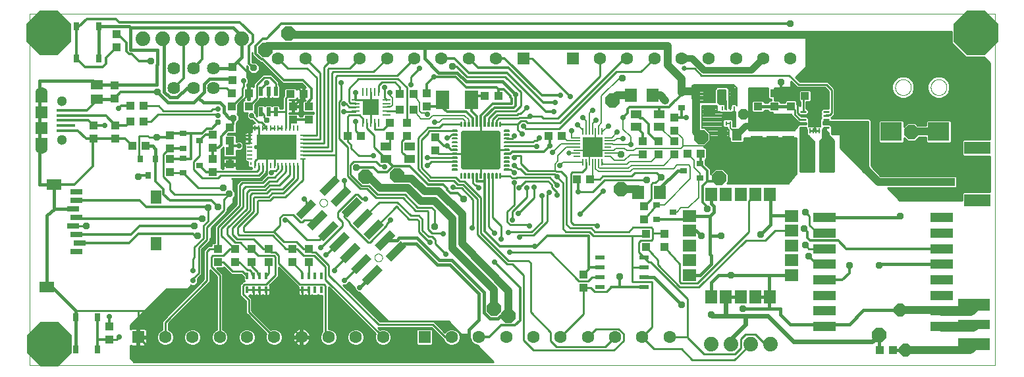
<source format=gtl>
G75*
%MOIN*%
%OFA0B0*%
%FSLAX25Y25*%
%IPPOS*%
%LPD*%
%AMOC8*
5,1,8,0,0,1.08239X$1,22.5*
%
%ADD10C,0.00000*%
%ADD11R,0.04331X0.03937*%
%ADD12R,0.05906X0.05118*%
%ADD13R,0.05118X0.05906*%
%ADD14R,0.06299X0.07087*%
%ADD15C,0.06400*%
%ADD16C,0.07400*%
%ADD17R,0.06299X0.06299*%
%ADD18C,0.06299*%
%ADD19R,0.18110X0.03937*%
%ADD20R,0.13386X0.06299*%
%ADD21R,0.03543X0.03150*%
%ADD22R,0.03150X0.03543*%
%ADD23R,0.03937X0.04331*%
%ADD24R,0.04724X0.02362*%
%ADD25R,0.07480X0.05512*%
%ADD26R,0.05512X0.07087*%
%ADD27R,0.05906X0.02756*%
%ADD28R,0.00984X0.01969*%
%ADD29R,0.06299X0.03543*%
%ADD30R,0.00984X0.02756*%
%ADD31R,0.02756X0.00984*%
%ADD32R,0.20472X0.12598*%
%ADD33R,0.00886X0.01673*%
%ADD34R,0.11811X0.04724*%
%ADD35R,0.00787X0.03346*%
%ADD36R,0.03346X0.00787*%
%ADD37R,0.10433X0.10433*%
%ADD38R,0.16000X0.06000*%
%ADD39R,0.16000X0.05000*%
%ADD40R,0.11024X0.09449*%
%ADD41R,0.03858X0.14567*%
%ADD42R,0.05906X0.07087*%
%ADD43R,0.07087X0.05906*%
%ADD44C,0.00591*%
%ADD45C,0.01969*%
%ADD46R,0.02559X0.04134*%
%ADD47R,0.02165X0.04724*%
%ADD48R,0.01600X0.03200*%
%ADD49R,0.00984X0.03937*%
%ADD50R,0.03937X0.00984*%
%ADD51R,0.07874X0.07874*%
%ADD52R,0.09252X0.01772*%
%ADD53C,0.05118*%
%ADD54R,0.06102X0.05906*%
%ADD55R,0.06693X0.09449*%
%ADD56R,0.05512X0.04331*%
%ADD57R,0.03937X0.10827*%
%ADD58R,0.03346X0.07480*%
%ADD59C,0.01102*%
%ADD60R,0.06535X0.08465*%
%ADD61C,0.03150*%
%ADD62R,0.00906X0.03150*%
%ADD63C,0.01000*%
%ADD64C,0.01200*%
%ADD65OC8,0.03543*%
%ADD66C,0.00800*%
%ADD67OC8,0.02559*%
%ADD68C,0.00787*%
%ADD69C,0.01600*%
%ADD70OC8,0.07087*%
%ADD71C,0.04000*%
%ADD72OC8,0.06378*%
%ADD73C,0.05000*%
%ADD74C,0.02400*%
%ADD75C,0.00600*%
%ADD76OC8,0.02835*%
%ADD77OC8,0.05315*%
%ADD78C,0.03200*%
%ADD79OC8,0.22500*%
%ADD80OC8,0.04252*%
%ADD81C,0.02559*%
D10*
X0016619Y0009875D02*
X0016619Y0188103D01*
X0505119Y0188103D01*
X0505320Y0188103D02*
X0505320Y0009875D01*
X0016619Y0009875D01*
X0191362Y0064373D02*
X0191364Y0064461D01*
X0191370Y0064549D01*
X0191380Y0064637D01*
X0191394Y0064725D01*
X0191411Y0064811D01*
X0191433Y0064897D01*
X0191458Y0064981D01*
X0191488Y0065065D01*
X0191520Y0065147D01*
X0191557Y0065227D01*
X0191597Y0065306D01*
X0191641Y0065383D01*
X0191688Y0065458D01*
X0191738Y0065530D01*
X0191792Y0065601D01*
X0191848Y0065668D01*
X0191908Y0065734D01*
X0191970Y0065796D01*
X0192036Y0065856D01*
X0192103Y0065912D01*
X0192174Y0065966D01*
X0192246Y0066016D01*
X0192321Y0066063D01*
X0192398Y0066107D01*
X0192477Y0066147D01*
X0192557Y0066184D01*
X0192639Y0066216D01*
X0192723Y0066246D01*
X0192807Y0066271D01*
X0192893Y0066293D01*
X0192979Y0066310D01*
X0193067Y0066324D01*
X0193155Y0066334D01*
X0193243Y0066340D01*
X0193331Y0066342D01*
X0193419Y0066340D01*
X0193507Y0066334D01*
X0193595Y0066324D01*
X0193683Y0066310D01*
X0193769Y0066293D01*
X0193855Y0066271D01*
X0193939Y0066246D01*
X0194023Y0066216D01*
X0194105Y0066184D01*
X0194185Y0066147D01*
X0194264Y0066107D01*
X0194341Y0066063D01*
X0194416Y0066016D01*
X0194488Y0065966D01*
X0194559Y0065912D01*
X0194626Y0065856D01*
X0194692Y0065796D01*
X0194754Y0065734D01*
X0194814Y0065668D01*
X0194870Y0065601D01*
X0194924Y0065530D01*
X0194974Y0065458D01*
X0195021Y0065383D01*
X0195065Y0065306D01*
X0195105Y0065227D01*
X0195142Y0065147D01*
X0195174Y0065065D01*
X0195204Y0064981D01*
X0195229Y0064897D01*
X0195251Y0064811D01*
X0195268Y0064725D01*
X0195282Y0064637D01*
X0195292Y0064549D01*
X0195298Y0064461D01*
X0195300Y0064373D01*
X0195298Y0064285D01*
X0195292Y0064197D01*
X0195282Y0064109D01*
X0195268Y0064021D01*
X0195251Y0063935D01*
X0195229Y0063849D01*
X0195204Y0063765D01*
X0195174Y0063681D01*
X0195142Y0063599D01*
X0195105Y0063519D01*
X0195065Y0063440D01*
X0195021Y0063363D01*
X0194974Y0063288D01*
X0194924Y0063216D01*
X0194870Y0063145D01*
X0194814Y0063078D01*
X0194754Y0063012D01*
X0194692Y0062950D01*
X0194626Y0062890D01*
X0194559Y0062834D01*
X0194488Y0062780D01*
X0194416Y0062730D01*
X0194341Y0062683D01*
X0194264Y0062639D01*
X0194185Y0062599D01*
X0194105Y0062562D01*
X0194023Y0062530D01*
X0193939Y0062500D01*
X0193855Y0062475D01*
X0193769Y0062453D01*
X0193683Y0062436D01*
X0193595Y0062422D01*
X0193507Y0062412D01*
X0193419Y0062406D01*
X0193331Y0062404D01*
X0193243Y0062406D01*
X0193155Y0062412D01*
X0193067Y0062422D01*
X0192979Y0062436D01*
X0192893Y0062453D01*
X0192807Y0062475D01*
X0192723Y0062500D01*
X0192639Y0062530D01*
X0192557Y0062562D01*
X0192477Y0062599D01*
X0192398Y0062639D01*
X0192321Y0062683D01*
X0192246Y0062730D01*
X0192174Y0062780D01*
X0192103Y0062834D01*
X0192036Y0062890D01*
X0191970Y0062950D01*
X0191908Y0063012D01*
X0191848Y0063078D01*
X0191792Y0063145D01*
X0191738Y0063216D01*
X0191688Y0063288D01*
X0191641Y0063363D01*
X0191597Y0063440D01*
X0191557Y0063519D01*
X0191520Y0063599D01*
X0191488Y0063681D01*
X0191458Y0063765D01*
X0191433Y0063849D01*
X0191411Y0063935D01*
X0191394Y0064021D01*
X0191380Y0064109D01*
X0191370Y0064197D01*
X0191364Y0064285D01*
X0191362Y0064373D01*
X0163523Y0092212D02*
X0163525Y0092300D01*
X0163531Y0092388D01*
X0163541Y0092476D01*
X0163555Y0092564D01*
X0163572Y0092650D01*
X0163594Y0092736D01*
X0163619Y0092820D01*
X0163649Y0092904D01*
X0163681Y0092986D01*
X0163718Y0093066D01*
X0163758Y0093145D01*
X0163802Y0093222D01*
X0163849Y0093297D01*
X0163899Y0093369D01*
X0163953Y0093440D01*
X0164009Y0093507D01*
X0164069Y0093573D01*
X0164131Y0093635D01*
X0164197Y0093695D01*
X0164264Y0093751D01*
X0164335Y0093805D01*
X0164407Y0093855D01*
X0164482Y0093902D01*
X0164559Y0093946D01*
X0164638Y0093986D01*
X0164718Y0094023D01*
X0164800Y0094055D01*
X0164884Y0094085D01*
X0164968Y0094110D01*
X0165054Y0094132D01*
X0165140Y0094149D01*
X0165228Y0094163D01*
X0165316Y0094173D01*
X0165404Y0094179D01*
X0165492Y0094181D01*
X0165580Y0094179D01*
X0165668Y0094173D01*
X0165756Y0094163D01*
X0165844Y0094149D01*
X0165930Y0094132D01*
X0166016Y0094110D01*
X0166100Y0094085D01*
X0166184Y0094055D01*
X0166266Y0094023D01*
X0166346Y0093986D01*
X0166425Y0093946D01*
X0166502Y0093902D01*
X0166577Y0093855D01*
X0166649Y0093805D01*
X0166720Y0093751D01*
X0166787Y0093695D01*
X0166853Y0093635D01*
X0166915Y0093573D01*
X0166975Y0093507D01*
X0167031Y0093440D01*
X0167085Y0093369D01*
X0167135Y0093297D01*
X0167182Y0093222D01*
X0167226Y0093145D01*
X0167266Y0093066D01*
X0167303Y0092986D01*
X0167335Y0092904D01*
X0167365Y0092820D01*
X0167390Y0092736D01*
X0167412Y0092650D01*
X0167429Y0092564D01*
X0167443Y0092476D01*
X0167453Y0092388D01*
X0167459Y0092300D01*
X0167461Y0092212D01*
X0167459Y0092124D01*
X0167453Y0092036D01*
X0167443Y0091948D01*
X0167429Y0091860D01*
X0167412Y0091774D01*
X0167390Y0091688D01*
X0167365Y0091604D01*
X0167335Y0091520D01*
X0167303Y0091438D01*
X0167266Y0091358D01*
X0167226Y0091279D01*
X0167182Y0091202D01*
X0167135Y0091127D01*
X0167085Y0091055D01*
X0167031Y0090984D01*
X0166975Y0090917D01*
X0166915Y0090851D01*
X0166853Y0090789D01*
X0166787Y0090729D01*
X0166720Y0090673D01*
X0166649Y0090619D01*
X0166577Y0090569D01*
X0166502Y0090522D01*
X0166425Y0090478D01*
X0166346Y0090438D01*
X0166266Y0090401D01*
X0166184Y0090369D01*
X0166100Y0090339D01*
X0166016Y0090314D01*
X0165930Y0090292D01*
X0165844Y0090275D01*
X0165756Y0090261D01*
X0165668Y0090251D01*
X0165580Y0090245D01*
X0165492Y0090243D01*
X0165404Y0090245D01*
X0165316Y0090251D01*
X0165228Y0090261D01*
X0165140Y0090275D01*
X0165054Y0090292D01*
X0164968Y0090314D01*
X0164884Y0090339D01*
X0164800Y0090369D01*
X0164718Y0090401D01*
X0164638Y0090438D01*
X0164559Y0090478D01*
X0164482Y0090522D01*
X0164407Y0090569D01*
X0164335Y0090619D01*
X0164264Y0090673D01*
X0164197Y0090729D01*
X0164131Y0090789D01*
X0164069Y0090851D01*
X0164009Y0090917D01*
X0163953Y0090984D01*
X0163899Y0091055D01*
X0163849Y0091127D01*
X0163802Y0091202D01*
X0163758Y0091279D01*
X0163718Y0091358D01*
X0163681Y0091438D01*
X0163649Y0091520D01*
X0163619Y0091604D01*
X0163594Y0091688D01*
X0163572Y0091774D01*
X0163555Y0091860D01*
X0163541Y0091948D01*
X0163531Y0092036D01*
X0163525Y0092124D01*
X0163523Y0092212D01*
X0454931Y0150813D02*
X0454933Y0150939D01*
X0454939Y0151065D01*
X0454949Y0151191D01*
X0454963Y0151317D01*
X0454981Y0151442D01*
X0455003Y0151566D01*
X0455028Y0151690D01*
X0455058Y0151813D01*
X0455091Y0151934D01*
X0455129Y0152055D01*
X0455170Y0152174D01*
X0455215Y0152293D01*
X0455263Y0152409D01*
X0455315Y0152524D01*
X0455371Y0152637D01*
X0455431Y0152749D01*
X0455494Y0152858D01*
X0455560Y0152966D01*
X0455629Y0153071D01*
X0455702Y0153174D01*
X0455779Y0153275D01*
X0455858Y0153373D01*
X0455940Y0153469D01*
X0456026Y0153562D01*
X0456114Y0153653D01*
X0456205Y0153740D01*
X0456299Y0153825D01*
X0456395Y0153906D01*
X0456494Y0153985D01*
X0456595Y0154060D01*
X0456699Y0154132D01*
X0456805Y0154201D01*
X0456913Y0154267D01*
X0457023Y0154329D01*
X0457135Y0154387D01*
X0457248Y0154442D01*
X0457364Y0154493D01*
X0457481Y0154541D01*
X0457599Y0154585D01*
X0457719Y0154625D01*
X0457840Y0154661D01*
X0457962Y0154694D01*
X0458085Y0154723D01*
X0458209Y0154747D01*
X0458333Y0154768D01*
X0458458Y0154785D01*
X0458584Y0154798D01*
X0458710Y0154807D01*
X0458836Y0154812D01*
X0458963Y0154813D01*
X0459089Y0154810D01*
X0459215Y0154803D01*
X0459341Y0154792D01*
X0459466Y0154777D01*
X0459591Y0154758D01*
X0459715Y0154735D01*
X0459839Y0154709D01*
X0459961Y0154678D01*
X0460083Y0154644D01*
X0460203Y0154605D01*
X0460322Y0154563D01*
X0460440Y0154518D01*
X0460556Y0154468D01*
X0460671Y0154415D01*
X0460783Y0154358D01*
X0460894Y0154298D01*
X0461003Y0154234D01*
X0461110Y0154167D01*
X0461215Y0154097D01*
X0461318Y0154023D01*
X0461418Y0153946D01*
X0461516Y0153866D01*
X0461611Y0153783D01*
X0461703Y0153697D01*
X0461793Y0153608D01*
X0461880Y0153516D01*
X0461963Y0153422D01*
X0462044Y0153325D01*
X0462122Y0153225D01*
X0462197Y0153123D01*
X0462268Y0153019D01*
X0462336Y0152912D01*
X0462400Y0152804D01*
X0462461Y0152693D01*
X0462519Y0152581D01*
X0462573Y0152467D01*
X0462623Y0152351D01*
X0462670Y0152234D01*
X0462713Y0152115D01*
X0462752Y0151995D01*
X0462788Y0151874D01*
X0462819Y0151751D01*
X0462847Y0151628D01*
X0462871Y0151504D01*
X0462891Y0151379D01*
X0462907Y0151254D01*
X0462919Y0151128D01*
X0462927Y0151002D01*
X0462931Y0150876D01*
X0462931Y0150750D01*
X0462927Y0150624D01*
X0462919Y0150498D01*
X0462907Y0150372D01*
X0462891Y0150247D01*
X0462871Y0150122D01*
X0462847Y0149998D01*
X0462819Y0149875D01*
X0462788Y0149752D01*
X0462752Y0149631D01*
X0462713Y0149511D01*
X0462670Y0149392D01*
X0462623Y0149275D01*
X0462573Y0149159D01*
X0462519Y0149045D01*
X0462461Y0148933D01*
X0462400Y0148822D01*
X0462336Y0148714D01*
X0462268Y0148607D01*
X0462197Y0148503D01*
X0462122Y0148401D01*
X0462044Y0148301D01*
X0461963Y0148204D01*
X0461880Y0148110D01*
X0461793Y0148018D01*
X0461703Y0147929D01*
X0461611Y0147843D01*
X0461516Y0147760D01*
X0461418Y0147680D01*
X0461318Y0147603D01*
X0461215Y0147529D01*
X0461110Y0147459D01*
X0461003Y0147392D01*
X0460894Y0147328D01*
X0460783Y0147268D01*
X0460671Y0147211D01*
X0460556Y0147158D01*
X0460440Y0147108D01*
X0460322Y0147063D01*
X0460203Y0147021D01*
X0460083Y0146982D01*
X0459961Y0146948D01*
X0459839Y0146917D01*
X0459715Y0146891D01*
X0459591Y0146868D01*
X0459466Y0146849D01*
X0459341Y0146834D01*
X0459215Y0146823D01*
X0459089Y0146816D01*
X0458963Y0146813D01*
X0458836Y0146814D01*
X0458710Y0146819D01*
X0458584Y0146828D01*
X0458458Y0146841D01*
X0458333Y0146858D01*
X0458209Y0146879D01*
X0458085Y0146903D01*
X0457962Y0146932D01*
X0457840Y0146965D01*
X0457719Y0147001D01*
X0457599Y0147041D01*
X0457481Y0147085D01*
X0457364Y0147133D01*
X0457248Y0147184D01*
X0457135Y0147239D01*
X0457023Y0147297D01*
X0456913Y0147359D01*
X0456805Y0147425D01*
X0456699Y0147494D01*
X0456595Y0147566D01*
X0456494Y0147641D01*
X0456395Y0147720D01*
X0456299Y0147801D01*
X0456205Y0147886D01*
X0456114Y0147973D01*
X0456026Y0148064D01*
X0455940Y0148157D01*
X0455858Y0148253D01*
X0455779Y0148351D01*
X0455702Y0148452D01*
X0455629Y0148555D01*
X0455560Y0148660D01*
X0455494Y0148768D01*
X0455431Y0148877D01*
X0455371Y0148989D01*
X0455315Y0149102D01*
X0455263Y0149217D01*
X0455215Y0149333D01*
X0455170Y0149452D01*
X0455129Y0149571D01*
X0455091Y0149692D01*
X0455058Y0149813D01*
X0455028Y0149936D01*
X0455003Y0150060D01*
X0454981Y0150184D01*
X0454963Y0150309D01*
X0454949Y0150435D01*
X0454939Y0150561D01*
X0454933Y0150687D01*
X0454931Y0150813D01*
X0472931Y0150813D02*
X0472933Y0150939D01*
X0472939Y0151065D01*
X0472949Y0151191D01*
X0472963Y0151317D01*
X0472981Y0151442D01*
X0473003Y0151566D01*
X0473028Y0151690D01*
X0473058Y0151813D01*
X0473091Y0151934D01*
X0473129Y0152055D01*
X0473170Y0152174D01*
X0473215Y0152293D01*
X0473263Y0152409D01*
X0473315Y0152524D01*
X0473371Y0152637D01*
X0473431Y0152749D01*
X0473494Y0152858D01*
X0473560Y0152966D01*
X0473629Y0153071D01*
X0473702Y0153174D01*
X0473779Y0153275D01*
X0473858Y0153373D01*
X0473940Y0153469D01*
X0474026Y0153562D01*
X0474114Y0153653D01*
X0474205Y0153740D01*
X0474299Y0153825D01*
X0474395Y0153906D01*
X0474494Y0153985D01*
X0474595Y0154060D01*
X0474699Y0154132D01*
X0474805Y0154201D01*
X0474913Y0154267D01*
X0475023Y0154329D01*
X0475135Y0154387D01*
X0475248Y0154442D01*
X0475364Y0154493D01*
X0475481Y0154541D01*
X0475599Y0154585D01*
X0475719Y0154625D01*
X0475840Y0154661D01*
X0475962Y0154694D01*
X0476085Y0154723D01*
X0476209Y0154747D01*
X0476333Y0154768D01*
X0476458Y0154785D01*
X0476584Y0154798D01*
X0476710Y0154807D01*
X0476836Y0154812D01*
X0476963Y0154813D01*
X0477089Y0154810D01*
X0477215Y0154803D01*
X0477341Y0154792D01*
X0477466Y0154777D01*
X0477591Y0154758D01*
X0477715Y0154735D01*
X0477839Y0154709D01*
X0477961Y0154678D01*
X0478083Y0154644D01*
X0478203Y0154605D01*
X0478322Y0154563D01*
X0478440Y0154518D01*
X0478556Y0154468D01*
X0478671Y0154415D01*
X0478783Y0154358D01*
X0478894Y0154298D01*
X0479003Y0154234D01*
X0479110Y0154167D01*
X0479215Y0154097D01*
X0479318Y0154023D01*
X0479418Y0153946D01*
X0479516Y0153866D01*
X0479611Y0153783D01*
X0479703Y0153697D01*
X0479793Y0153608D01*
X0479880Y0153516D01*
X0479963Y0153422D01*
X0480044Y0153325D01*
X0480122Y0153225D01*
X0480197Y0153123D01*
X0480268Y0153019D01*
X0480336Y0152912D01*
X0480400Y0152804D01*
X0480461Y0152693D01*
X0480519Y0152581D01*
X0480573Y0152467D01*
X0480623Y0152351D01*
X0480670Y0152234D01*
X0480713Y0152115D01*
X0480752Y0151995D01*
X0480788Y0151874D01*
X0480819Y0151751D01*
X0480847Y0151628D01*
X0480871Y0151504D01*
X0480891Y0151379D01*
X0480907Y0151254D01*
X0480919Y0151128D01*
X0480927Y0151002D01*
X0480931Y0150876D01*
X0480931Y0150750D01*
X0480927Y0150624D01*
X0480919Y0150498D01*
X0480907Y0150372D01*
X0480891Y0150247D01*
X0480871Y0150122D01*
X0480847Y0149998D01*
X0480819Y0149875D01*
X0480788Y0149752D01*
X0480752Y0149631D01*
X0480713Y0149511D01*
X0480670Y0149392D01*
X0480623Y0149275D01*
X0480573Y0149159D01*
X0480519Y0149045D01*
X0480461Y0148933D01*
X0480400Y0148822D01*
X0480336Y0148714D01*
X0480268Y0148607D01*
X0480197Y0148503D01*
X0480122Y0148401D01*
X0480044Y0148301D01*
X0479963Y0148204D01*
X0479880Y0148110D01*
X0479793Y0148018D01*
X0479703Y0147929D01*
X0479611Y0147843D01*
X0479516Y0147760D01*
X0479418Y0147680D01*
X0479318Y0147603D01*
X0479215Y0147529D01*
X0479110Y0147459D01*
X0479003Y0147392D01*
X0478894Y0147328D01*
X0478783Y0147268D01*
X0478671Y0147211D01*
X0478556Y0147158D01*
X0478440Y0147108D01*
X0478322Y0147063D01*
X0478203Y0147021D01*
X0478083Y0146982D01*
X0477961Y0146948D01*
X0477839Y0146917D01*
X0477715Y0146891D01*
X0477591Y0146868D01*
X0477466Y0146849D01*
X0477341Y0146834D01*
X0477215Y0146823D01*
X0477089Y0146816D01*
X0476963Y0146813D01*
X0476836Y0146814D01*
X0476710Y0146819D01*
X0476584Y0146828D01*
X0476458Y0146841D01*
X0476333Y0146858D01*
X0476209Y0146879D01*
X0476085Y0146903D01*
X0475962Y0146932D01*
X0475840Y0146965D01*
X0475719Y0147001D01*
X0475599Y0147041D01*
X0475481Y0147085D01*
X0475364Y0147133D01*
X0475248Y0147184D01*
X0475135Y0147239D01*
X0475023Y0147297D01*
X0474913Y0147359D01*
X0474805Y0147425D01*
X0474699Y0147494D01*
X0474595Y0147566D01*
X0474494Y0147641D01*
X0474395Y0147720D01*
X0474299Y0147801D01*
X0474205Y0147886D01*
X0474114Y0147973D01*
X0474026Y0148064D01*
X0473940Y0148157D01*
X0473858Y0148253D01*
X0473779Y0148351D01*
X0473702Y0148452D01*
X0473629Y0148555D01*
X0473560Y0148660D01*
X0473494Y0148768D01*
X0473431Y0148877D01*
X0473371Y0148989D01*
X0473315Y0149102D01*
X0473263Y0149217D01*
X0473215Y0149333D01*
X0473170Y0149452D01*
X0473129Y0149571D01*
X0473091Y0149692D01*
X0473058Y0149813D01*
X0473028Y0149936D01*
X0473003Y0150060D01*
X0472981Y0150184D01*
X0472963Y0150309D01*
X0472949Y0150435D01*
X0472939Y0150561D01*
X0472933Y0150687D01*
X0472931Y0150813D01*
D11*
X0415965Y0146500D03*
X0409272Y0146500D03*
X0393619Y0147846D03*
X0385369Y0147846D03*
X0385369Y0141154D03*
X0393619Y0141154D03*
X0343119Y0135596D03*
X0343119Y0128904D03*
X0343119Y0123346D03*
X0335119Y0123346D03*
X0327119Y0123346D03*
X0327119Y0116654D03*
X0335119Y0116654D03*
X0343119Y0116654D03*
X0327619Y0090346D03*
X0327619Y0083654D03*
X0328619Y0076346D03*
X0338119Y0076346D03*
X0338119Y0069654D03*
X0328619Y0069654D03*
X0447022Y0017375D03*
X0453715Y0017375D03*
X0158119Y0062154D03*
X0149619Y0062154D03*
X0137619Y0062154D03*
X0129119Y0062154D03*
X0120619Y0062154D03*
X0112119Y0062154D03*
X0112119Y0068846D03*
X0120619Y0068846D03*
X0129119Y0068846D03*
X0137619Y0068846D03*
X0149619Y0068846D03*
X0158119Y0068846D03*
X0109369Y0107779D03*
X0118119Y0111654D03*
X0109369Y0114471D03*
X0109369Y0120029D03*
X0118119Y0118346D03*
X0118119Y0123654D03*
X0109369Y0126721D03*
X0118119Y0130346D03*
X0087869Y0126346D03*
X0087869Y0119654D03*
X0087869Y0114471D03*
X0087869Y0107779D03*
X0150119Y0134404D03*
X0158119Y0134404D03*
X0158119Y0141096D03*
X0150119Y0141096D03*
X0148772Y0147500D03*
X0155465Y0147500D03*
X0199119Y0132846D03*
X0207619Y0132846D03*
X0207619Y0126154D03*
X0199119Y0126154D03*
X0184465Y0126000D03*
X0177772Y0126000D03*
X0247272Y0146500D03*
X0253965Y0146500D03*
X0060619Y0171154D03*
X0060619Y0177846D03*
X0057119Y0029346D03*
X0057119Y0022654D03*
D12*
X0360619Y0138510D03*
X0360619Y0145990D03*
X0384619Y0131240D03*
X0392619Y0131240D03*
X0400619Y0131240D03*
X0400619Y0123760D03*
X0392619Y0123760D03*
X0384619Y0123760D03*
X0427119Y0129760D03*
X0434619Y0129760D03*
X0434619Y0137240D03*
X0427119Y0137240D03*
X0050619Y0144760D03*
X0050619Y0152240D03*
D13*
X0367379Y0126750D03*
X0374859Y0126750D03*
D14*
X0332131Y0146750D03*
X0321107Y0146750D03*
X0324857Y0097500D03*
X0335881Y0097500D03*
D15*
X0109619Y0150500D03*
X0099619Y0150500D03*
X0089619Y0150500D03*
X0089619Y0160500D03*
X0099619Y0160500D03*
X0109619Y0160500D03*
D16*
X0114119Y0175500D03*
X0124119Y0175500D03*
X0104119Y0175500D03*
X0094119Y0175500D03*
X0084119Y0175500D03*
X0074119Y0175500D03*
X0361619Y0020500D03*
X0371619Y0020500D03*
X0381619Y0020500D03*
X0391619Y0020500D03*
D17*
X0216619Y0024000D03*
X0071619Y0024000D03*
X0266619Y0165500D03*
X0291619Y0165500D03*
D18*
X0305398Y0165500D03*
X0319178Y0165500D03*
X0332957Y0165500D03*
X0346737Y0165500D03*
X0360516Y0165500D03*
X0374296Y0165500D03*
X0388075Y0165500D03*
X0401855Y0165500D03*
X0415634Y0165500D03*
X0252839Y0165500D03*
X0239060Y0165500D03*
X0225280Y0165500D03*
X0211501Y0165500D03*
X0197721Y0165500D03*
X0183942Y0165500D03*
X0170162Y0165500D03*
X0156383Y0165500D03*
X0142603Y0165500D03*
X0022619Y0147780D03*
X0022619Y0120220D03*
X0085398Y0024000D03*
X0099178Y0024000D03*
X0112957Y0024000D03*
X0126737Y0024000D03*
X0140516Y0024000D03*
X0154296Y0024000D03*
X0168075Y0024000D03*
X0181855Y0024000D03*
X0195634Y0024000D03*
X0230398Y0024000D03*
X0244178Y0024000D03*
X0257957Y0024000D03*
X0271737Y0024000D03*
X0285516Y0024000D03*
X0299296Y0024000D03*
X0313075Y0024000D03*
X0326855Y0024000D03*
X0340634Y0024000D03*
D19*
X0476114Y0102813D03*
X0476114Y0110687D03*
D20*
X0496587Y0120136D03*
X0496587Y0093364D03*
D21*
X0356056Y0104760D03*
X0347788Y0108500D03*
X0356056Y0112240D03*
X0334182Y0091240D03*
X0342449Y0087500D03*
X0334182Y0083760D03*
X0346806Y0140510D03*
X0338538Y0144250D03*
X0346806Y0147990D03*
X0102824Y0123625D03*
X0094557Y0119885D03*
X0094432Y0114865D03*
X0102699Y0111125D03*
X0094432Y0107385D03*
X0094557Y0127365D03*
D22*
X0080359Y0114437D03*
X0072879Y0114437D03*
X0076619Y0106169D03*
D23*
X0075465Y0121000D03*
X0068772Y0121000D03*
X0060119Y0124654D03*
X0049119Y0124654D03*
X0049119Y0131346D03*
X0060119Y0131346D03*
X0067772Y0133500D03*
X0074465Y0133500D03*
X0074465Y0141500D03*
X0067772Y0141500D03*
X0059619Y0145154D03*
X0059619Y0151846D03*
X0119119Y0147846D03*
X0127619Y0147846D03*
X0119369Y0154529D03*
X0119369Y0161221D03*
X0119119Y0141154D03*
X0127619Y0141154D03*
X0204272Y0139500D03*
X0210965Y0139500D03*
X0217619Y0141154D03*
X0217619Y0147846D03*
X0210965Y0147500D03*
X0204272Y0147500D03*
X0222119Y0125346D03*
X0222119Y0118654D03*
X0279522Y0126125D03*
X0286215Y0126125D03*
X0293897Y0104250D03*
X0300590Y0104250D03*
X0349772Y0117250D03*
X0356465Y0117250D03*
X0402119Y0141154D03*
X0402119Y0147846D03*
X0297119Y0055846D03*
X0297119Y0049154D03*
D24*
X0305595Y0049500D03*
X0305595Y0054500D03*
X0305595Y0059500D03*
X0305595Y0064500D03*
X0327642Y0064500D03*
X0327642Y0059500D03*
X0327642Y0054500D03*
X0327642Y0049500D03*
D25*
X0029062Y0101425D03*
X0025518Y0049457D03*
D26*
X0080636Y0071504D03*
X0080636Y0095126D03*
D27*
X0040479Y0093551D03*
X0040479Y0097882D03*
X0038904Y0089220D03*
X0040479Y0084890D03*
X0038904Y0080559D03*
X0040479Y0076228D03*
X0042054Y0071898D03*
X0040479Y0067567D03*
D28*
X0367416Y0132510D03*
X0369384Y0132510D03*
X0371353Y0132510D03*
X0373321Y0132510D03*
X0373321Y0139990D03*
X0371353Y0139990D03*
X0369384Y0139990D03*
X0367416Y0139990D03*
D29*
X0370369Y0136250D03*
D30*
X0152446Y0129949D03*
X0150477Y0129949D03*
X0148509Y0129949D03*
X0146540Y0129949D03*
X0144571Y0129949D03*
X0142603Y0129949D03*
X0140634Y0129949D03*
X0138666Y0129949D03*
X0136697Y0129949D03*
X0134729Y0129949D03*
X0132760Y0129949D03*
X0130792Y0129949D03*
X0130792Y0111051D03*
X0132760Y0111051D03*
X0134729Y0111051D03*
X0136697Y0111051D03*
X0138666Y0111051D03*
X0140634Y0111051D03*
X0142603Y0111051D03*
X0144571Y0111051D03*
X0146540Y0111051D03*
X0148509Y0111051D03*
X0150477Y0111051D03*
X0152446Y0111051D03*
D31*
X0155005Y0114594D03*
X0155005Y0116563D03*
X0155005Y0118531D03*
X0155005Y0120500D03*
X0155005Y0122469D03*
X0155005Y0124437D03*
X0155005Y0126406D03*
X0128233Y0126406D03*
X0128233Y0124437D03*
X0128233Y0122469D03*
X0128233Y0120500D03*
X0128233Y0118531D03*
X0128233Y0116563D03*
X0128233Y0114594D03*
D32*
X0141619Y0120500D03*
D33*
X0128774Y0111986D03*
D34*
X0419279Y0084622D03*
X0419279Y0076748D03*
X0419279Y0068874D03*
X0419279Y0061000D03*
X0419279Y0053125D03*
X0419279Y0045251D03*
X0419279Y0037377D03*
X0419279Y0029503D03*
X0478334Y0029503D03*
X0478334Y0037377D03*
X0478334Y0045251D03*
X0478334Y0053125D03*
X0478334Y0061000D03*
X0478334Y0068874D03*
X0478334Y0076748D03*
X0478334Y0084622D03*
D35*
X0306343Y0112724D03*
X0304768Y0112724D03*
X0303194Y0112724D03*
X0301619Y0112724D03*
X0300044Y0112724D03*
X0298469Y0112724D03*
X0296894Y0112724D03*
X0296894Y0128276D03*
X0298469Y0128276D03*
X0300044Y0128276D03*
X0301619Y0128276D03*
X0303194Y0128276D03*
X0304768Y0128276D03*
X0306343Y0128276D03*
D36*
X0309394Y0125224D03*
X0309394Y0123650D03*
X0309394Y0122075D03*
X0309394Y0120500D03*
X0309394Y0118925D03*
X0309394Y0117350D03*
X0309394Y0115776D03*
X0293843Y0115776D03*
X0293843Y0117350D03*
X0293843Y0118925D03*
X0293843Y0120500D03*
X0293843Y0122075D03*
X0293843Y0123650D03*
X0293843Y0125224D03*
D37*
X0301619Y0120500D03*
D38*
X0494869Y0040500D03*
X0494869Y0020500D03*
D39*
X0494869Y0030500D03*
D40*
X0476931Y0128372D03*
X0452915Y0128372D03*
X0452915Y0173253D03*
X0476931Y0173253D03*
D41*
X0420284Y0115500D03*
X0410953Y0115500D03*
D42*
X0391579Y0096484D03*
X0384099Y0096484D03*
X0376619Y0096484D03*
X0369138Y0096484D03*
X0361658Y0096484D03*
X0361658Y0044516D03*
X0369138Y0044516D03*
X0376619Y0044516D03*
X0384099Y0044516D03*
X0391579Y0044516D03*
D43*
X0402603Y0055539D03*
X0402603Y0063020D03*
X0402603Y0070500D03*
X0402603Y0077980D03*
X0402603Y0085461D03*
X0350634Y0085461D03*
X0350634Y0077980D03*
X0350634Y0070500D03*
X0350634Y0063020D03*
X0350634Y0055539D03*
D44*
X0254666Y0104826D02*
X0254666Y0106992D01*
X0255256Y0106992D01*
X0255256Y0104826D01*
X0254666Y0104826D01*
X0254666Y0105416D02*
X0255256Y0105416D01*
X0255256Y0106006D02*
X0254666Y0106006D01*
X0254666Y0106596D02*
X0255256Y0106596D01*
X0252698Y0106992D02*
X0252698Y0104826D01*
X0252698Y0106992D02*
X0253288Y0106992D01*
X0253288Y0104826D01*
X0252698Y0104826D01*
X0252698Y0105416D02*
X0253288Y0105416D01*
X0253288Y0106006D02*
X0252698Y0106006D01*
X0252698Y0106596D02*
X0253288Y0106596D01*
X0250729Y0106992D02*
X0250729Y0104826D01*
X0250729Y0106992D02*
X0251319Y0106992D01*
X0251319Y0104826D01*
X0250729Y0104826D01*
X0250729Y0105416D02*
X0251319Y0105416D01*
X0251319Y0106006D02*
X0250729Y0106006D01*
X0250729Y0106596D02*
X0251319Y0106596D01*
X0248761Y0106992D02*
X0248761Y0104826D01*
X0248761Y0106992D02*
X0249351Y0106992D01*
X0249351Y0104826D01*
X0248761Y0104826D01*
X0248761Y0105416D02*
X0249351Y0105416D01*
X0249351Y0106006D02*
X0248761Y0106006D01*
X0248761Y0106596D02*
X0249351Y0106596D01*
X0246792Y0106992D02*
X0246792Y0104826D01*
X0246792Y0106992D02*
X0247382Y0106992D01*
X0247382Y0104826D01*
X0246792Y0104826D01*
X0246792Y0105416D02*
X0247382Y0105416D01*
X0247382Y0106006D02*
X0246792Y0106006D01*
X0246792Y0106596D02*
X0247382Y0106596D01*
X0244824Y0106992D02*
X0244824Y0104826D01*
X0244824Y0106992D02*
X0245414Y0106992D01*
X0245414Y0104826D01*
X0244824Y0104826D01*
X0244824Y0105416D02*
X0245414Y0105416D01*
X0245414Y0106006D02*
X0244824Y0106006D01*
X0244824Y0106596D02*
X0245414Y0106596D01*
X0242855Y0106992D02*
X0242855Y0104826D01*
X0242855Y0106992D02*
X0243445Y0106992D01*
X0243445Y0104826D01*
X0242855Y0104826D01*
X0242855Y0105416D02*
X0243445Y0105416D01*
X0243445Y0106006D02*
X0242855Y0106006D01*
X0242855Y0106596D02*
X0243445Y0106596D01*
X0240887Y0106992D02*
X0240887Y0104826D01*
X0240887Y0106992D02*
X0241477Y0106992D01*
X0241477Y0104826D01*
X0240887Y0104826D01*
X0240887Y0105416D02*
X0241477Y0105416D01*
X0241477Y0106006D02*
X0240887Y0106006D01*
X0240887Y0106596D02*
X0241477Y0106596D01*
X0238918Y0106992D02*
X0238918Y0104826D01*
X0238918Y0106992D02*
X0239508Y0106992D01*
X0239508Y0104826D01*
X0238918Y0104826D01*
X0238918Y0105416D02*
X0239508Y0105416D01*
X0239508Y0106006D02*
X0238918Y0106006D01*
X0238918Y0106596D02*
X0239508Y0106596D01*
X0236950Y0106992D02*
X0236950Y0104826D01*
X0236950Y0106992D02*
X0237540Y0106992D01*
X0237540Y0104826D01*
X0236950Y0104826D01*
X0236950Y0105416D02*
X0237540Y0105416D01*
X0237540Y0106006D02*
X0236950Y0106006D01*
X0236950Y0106596D02*
X0237540Y0106596D01*
X0234981Y0106992D02*
X0234981Y0104826D01*
X0234981Y0106992D02*
X0235571Y0106992D01*
X0235571Y0104826D01*
X0234981Y0104826D01*
X0234981Y0105416D02*
X0235571Y0105416D01*
X0235571Y0106006D02*
X0234981Y0106006D01*
X0234981Y0106596D02*
X0235571Y0106596D01*
X0230945Y0108862D02*
X0230945Y0109452D01*
X0233111Y0109452D01*
X0233111Y0108862D01*
X0230945Y0108862D01*
X0230945Y0109452D02*
X0233111Y0109452D01*
X0230945Y0110831D02*
X0230945Y0111421D01*
X0233111Y0111421D01*
X0233111Y0110831D01*
X0230945Y0110831D01*
X0230945Y0111421D02*
X0233111Y0111421D01*
X0230945Y0112799D02*
X0230945Y0113389D01*
X0233111Y0113389D01*
X0233111Y0112799D01*
X0230945Y0112799D01*
X0230945Y0113389D02*
X0233111Y0113389D01*
X0230945Y0114768D02*
X0230945Y0115358D01*
X0233111Y0115358D01*
X0233111Y0114768D01*
X0230945Y0114768D01*
X0230945Y0115358D02*
X0233111Y0115358D01*
X0230945Y0116736D02*
X0230945Y0117326D01*
X0233111Y0117326D01*
X0233111Y0116736D01*
X0230945Y0116736D01*
X0230945Y0117326D02*
X0233111Y0117326D01*
X0230945Y0118705D02*
X0230945Y0119295D01*
X0233111Y0119295D01*
X0233111Y0118705D01*
X0230945Y0118705D01*
X0230945Y0119295D02*
X0233111Y0119295D01*
X0230945Y0120674D02*
X0230945Y0121264D01*
X0233111Y0121264D01*
X0233111Y0120674D01*
X0230945Y0120674D01*
X0230945Y0121264D02*
X0233111Y0121264D01*
X0230945Y0122642D02*
X0230945Y0123232D01*
X0233111Y0123232D01*
X0233111Y0122642D01*
X0230945Y0122642D01*
X0230945Y0123232D02*
X0233111Y0123232D01*
X0230945Y0124611D02*
X0230945Y0125201D01*
X0233111Y0125201D01*
X0233111Y0124611D01*
X0230945Y0124611D01*
X0230945Y0125201D02*
X0233111Y0125201D01*
X0230945Y0126579D02*
X0230945Y0127169D01*
X0233111Y0127169D01*
X0233111Y0126579D01*
X0230945Y0126579D01*
X0230945Y0127169D02*
X0233111Y0127169D01*
X0230945Y0128548D02*
X0230945Y0129138D01*
X0233111Y0129138D01*
X0233111Y0128548D01*
X0230945Y0128548D01*
X0230945Y0129138D02*
X0233111Y0129138D01*
X0234981Y0131008D02*
X0234981Y0133174D01*
X0235571Y0133174D01*
X0235571Y0131008D01*
X0234981Y0131008D01*
X0234981Y0131598D02*
X0235571Y0131598D01*
X0235571Y0132188D02*
X0234981Y0132188D01*
X0234981Y0132778D02*
X0235571Y0132778D01*
X0236950Y0133174D02*
X0236950Y0131008D01*
X0236950Y0133174D02*
X0237540Y0133174D01*
X0237540Y0131008D01*
X0236950Y0131008D01*
X0236950Y0131598D02*
X0237540Y0131598D01*
X0237540Y0132188D02*
X0236950Y0132188D01*
X0236950Y0132778D02*
X0237540Y0132778D01*
X0238918Y0133174D02*
X0238918Y0131008D01*
X0238918Y0133174D02*
X0239508Y0133174D01*
X0239508Y0131008D01*
X0238918Y0131008D01*
X0238918Y0131598D02*
X0239508Y0131598D01*
X0239508Y0132188D02*
X0238918Y0132188D01*
X0238918Y0132778D02*
X0239508Y0132778D01*
X0240887Y0133174D02*
X0240887Y0131008D01*
X0240887Y0133174D02*
X0241477Y0133174D01*
X0241477Y0131008D01*
X0240887Y0131008D01*
X0240887Y0131598D02*
X0241477Y0131598D01*
X0241477Y0132188D02*
X0240887Y0132188D01*
X0240887Y0132778D02*
X0241477Y0132778D01*
X0242855Y0133174D02*
X0242855Y0131008D01*
X0242855Y0133174D02*
X0243445Y0133174D01*
X0243445Y0131008D01*
X0242855Y0131008D01*
X0242855Y0131598D02*
X0243445Y0131598D01*
X0243445Y0132188D02*
X0242855Y0132188D01*
X0242855Y0132778D02*
X0243445Y0132778D01*
X0244824Y0133174D02*
X0244824Y0131008D01*
X0244824Y0133174D02*
X0245414Y0133174D01*
X0245414Y0131008D01*
X0244824Y0131008D01*
X0244824Y0131598D02*
X0245414Y0131598D01*
X0245414Y0132188D02*
X0244824Y0132188D01*
X0244824Y0132778D02*
X0245414Y0132778D01*
X0246792Y0133174D02*
X0246792Y0131008D01*
X0246792Y0133174D02*
X0247382Y0133174D01*
X0247382Y0131008D01*
X0246792Y0131008D01*
X0246792Y0131598D02*
X0247382Y0131598D01*
X0247382Y0132188D02*
X0246792Y0132188D01*
X0246792Y0132778D02*
X0247382Y0132778D01*
X0248761Y0133174D02*
X0248761Y0131008D01*
X0248761Y0133174D02*
X0249351Y0133174D01*
X0249351Y0131008D01*
X0248761Y0131008D01*
X0248761Y0131598D02*
X0249351Y0131598D01*
X0249351Y0132188D02*
X0248761Y0132188D01*
X0248761Y0132778D02*
X0249351Y0132778D01*
X0250729Y0133174D02*
X0250729Y0131008D01*
X0250729Y0133174D02*
X0251319Y0133174D01*
X0251319Y0131008D01*
X0250729Y0131008D01*
X0250729Y0131598D02*
X0251319Y0131598D01*
X0251319Y0132188D02*
X0250729Y0132188D01*
X0250729Y0132778D02*
X0251319Y0132778D01*
X0252698Y0133174D02*
X0252698Y0131008D01*
X0252698Y0133174D02*
X0253288Y0133174D01*
X0253288Y0131008D01*
X0252698Y0131008D01*
X0252698Y0131598D02*
X0253288Y0131598D01*
X0253288Y0132188D02*
X0252698Y0132188D01*
X0252698Y0132778D02*
X0253288Y0132778D01*
X0254666Y0133174D02*
X0254666Y0131008D01*
X0254666Y0133174D02*
X0255256Y0133174D01*
X0255256Y0131008D01*
X0254666Y0131008D01*
X0254666Y0131598D02*
X0255256Y0131598D01*
X0255256Y0132188D02*
X0254666Y0132188D01*
X0254666Y0132778D02*
X0255256Y0132778D01*
X0257126Y0129138D02*
X0257126Y0128548D01*
X0257126Y0129138D02*
X0259292Y0129138D01*
X0259292Y0128548D01*
X0257126Y0128548D01*
X0257126Y0129138D02*
X0259292Y0129138D01*
X0257126Y0127169D02*
X0257126Y0126579D01*
X0257126Y0127169D02*
X0259292Y0127169D01*
X0259292Y0126579D01*
X0257126Y0126579D01*
X0257126Y0127169D02*
X0259292Y0127169D01*
X0257126Y0125201D02*
X0257126Y0124611D01*
X0257126Y0125201D02*
X0259292Y0125201D01*
X0259292Y0124611D01*
X0257126Y0124611D01*
X0257126Y0125201D02*
X0259292Y0125201D01*
X0257126Y0123232D02*
X0257126Y0122642D01*
X0257126Y0123232D02*
X0259292Y0123232D01*
X0259292Y0122642D01*
X0257126Y0122642D01*
X0257126Y0123232D02*
X0259292Y0123232D01*
X0257126Y0121264D02*
X0257126Y0120674D01*
X0257126Y0121264D02*
X0259292Y0121264D01*
X0259292Y0120674D01*
X0257126Y0120674D01*
X0257126Y0121264D02*
X0259292Y0121264D01*
X0257126Y0119295D02*
X0257126Y0118705D01*
X0257126Y0119295D02*
X0259292Y0119295D01*
X0259292Y0118705D01*
X0257126Y0118705D01*
X0257126Y0119295D02*
X0259292Y0119295D01*
X0257126Y0117326D02*
X0257126Y0116736D01*
X0257126Y0117326D02*
X0259292Y0117326D01*
X0259292Y0116736D01*
X0257126Y0116736D01*
X0257126Y0117326D02*
X0259292Y0117326D01*
X0257126Y0115358D02*
X0257126Y0114768D01*
X0257126Y0115358D02*
X0259292Y0115358D01*
X0259292Y0114768D01*
X0257126Y0114768D01*
X0257126Y0115358D02*
X0259292Y0115358D01*
X0257126Y0113389D02*
X0257126Y0112799D01*
X0257126Y0113389D02*
X0259292Y0113389D01*
X0259292Y0112799D01*
X0257126Y0112799D01*
X0257126Y0113389D02*
X0259292Y0113389D01*
X0257126Y0111421D02*
X0257126Y0110831D01*
X0257126Y0111421D02*
X0259292Y0111421D01*
X0259292Y0110831D01*
X0257126Y0110831D01*
X0257126Y0111421D02*
X0259292Y0111421D01*
X0257126Y0109452D02*
X0257126Y0108862D01*
X0257126Y0109452D02*
X0259292Y0109452D01*
X0259292Y0108862D01*
X0257126Y0108862D01*
X0257126Y0109452D02*
X0259292Y0109452D01*
D45*
X0236261Y0110142D02*
X0236261Y0127858D01*
X0253977Y0127858D01*
X0253977Y0110142D01*
X0236261Y0110142D01*
X0236261Y0112110D02*
X0253977Y0112110D01*
X0253977Y0114078D02*
X0236261Y0114078D01*
X0236261Y0116046D02*
X0253977Y0116046D01*
X0253977Y0118014D02*
X0236261Y0118014D01*
X0236261Y0119982D02*
X0253977Y0119982D01*
X0253977Y0121950D02*
X0236261Y0121950D01*
X0236261Y0123918D02*
X0253977Y0123918D01*
X0253977Y0125886D02*
X0236261Y0125886D01*
X0236261Y0127854D02*
X0253977Y0127854D01*
D46*
X0051631Y0165331D03*
X0040607Y0165331D03*
X0040607Y0181669D03*
X0051631Y0181669D03*
X0051131Y0034169D03*
X0040107Y0034169D03*
X0040107Y0017831D03*
X0051131Y0017831D03*
D47*
X0133879Y0138382D03*
X0137619Y0138382D03*
X0141359Y0138382D03*
X0141359Y0148618D03*
X0137619Y0148618D03*
X0133879Y0148618D03*
D48*
X0133194Y0055043D03*
X0136343Y0055043D03*
X0130044Y0055043D03*
X0126894Y0055043D03*
X0126894Y0047957D03*
X0130044Y0047957D03*
X0133194Y0047957D03*
X0136343Y0047957D03*
X0154894Y0047957D03*
X0158044Y0047957D03*
X0161194Y0047957D03*
X0164343Y0047957D03*
X0164343Y0055043D03*
X0161194Y0055043D03*
X0158044Y0055043D03*
X0154894Y0055043D03*
D49*
X0185556Y0132752D03*
X0187524Y0132752D03*
X0189493Y0132752D03*
X0191461Y0132752D03*
X0193430Y0132752D03*
X0193430Y0148500D03*
X0191461Y0148500D03*
X0189493Y0148500D03*
X0187524Y0148500D03*
X0185556Y0148500D03*
D50*
X0181619Y0144563D03*
X0181619Y0142594D03*
X0181619Y0140626D03*
X0181619Y0138657D03*
X0181619Y0136689D03*
X0197367Y0136689D03*
X0197367Y0138657D03*
X0197367Y0140626D03*
X0197367Y0142594D03*
X0197367Y0144563D03*
D51*
X0189493Y0140626D03*
D52*
X0035119Y0139118D03*
X0035119Y0136559D03*
X0035119Y0134000D03*
X0035119Y0131441D03*
X0035119Y0128882D03*
D53*
X0033249Y0124157D03*
X0033249Y0143843D03*
D54*
X0022619Y0146008D03*
X0022619Y0137937D03*
X0022619Y0130063D03*
X0022619Y0121992D03*
D55*
X0225835Y0144500D03*
X0240402Y0144500D03*
D56*
X0209024Y0120650D03*
X0197213Y0120650D03*
X0197213Y0114350D03*
X0209024Y0114350D03*
X0323713Y0130850D03*
X0323713Y0137150D03*
X0335524Y0137150D03*
X0335524Y0130850D03*
D57*
G36*
X0193400Y0083929D02*
X0196184Y0081145D01*
X0188530Y0073491D01*
X0185746Y0076275D01*
X0193400Y0083929D01*
G37*
G36*
X0187832Y0089497D02*
X0190616Y0086713D01*
X0182962Y0079059D01*
X0180178Y0081843D01*
X0187832Y0089497D01*
G37*
G36*
X0177394Y0084627D02*
X0174610Y0087411D01*
X0182264Y0095065D01*
X0185048Y0092281D01*
X0177394Y0084627D01*
G37*
G36*
X0164726Y0088662D02*
X0167510Y0085878D01*
X0159856Y0078224D01*
X0157072Y0081008D01*
X0164726Y0088662D01*
G37*
G36*
X0159158Y0094230D02*
X0161942Y0091446D01*
X0154288Y0083792D01*
X0151504Y0086576D01*
X0159158Y0094230D01*
G37*
G36*
X0171129Y0106201D02*
X0173913Y0103417D01*
X0166259Y0095763D01*
X0163475Y0098547D01*
X0171129Y0106201D01*
G37*
G36*
X0176696Y0100633D02*
X0179480Y0097849D01*
X0171826Y0090195D01*
X0169042Y0092979D01*
X0176696Y0100633D01*
G37*
G36*
X0165424Y0072656D02*
X0162640Y0075440D01*
X0170294Y0083094D01*
X0173078Y0080310D01*
X0165424Y0072656D01*
G37*
G36*
X0175861Y0077527D02*
X0178645Y0074743D01*
X0170991Y0067089D01*
X0168207Y0069873D01*
X0175861Y0077527D01*
G37*
G36*
X0198968Y0078362D02*
X0201752Y0075578D01*
X0194098Y0067924D01*
X0191314Y0070708D01*
X0198968Y0078362D01*
G37*
G36*
X0204535Y0072794D02*
X0207319Y0070010D01*
X0199665Y0062356D01*
X0196881Y0065140D01*
X0204535Y0072794D01*
G37*
G36*
X0181429Y0071959D02*
X0184213Y0069175D01*
X0176559Y0061521D01*
X0173775Y0064305D01*
X0181429Y0071959D01*
G37*
G36*
X0186997Y0066391D02*
X0189781Y0063607D01*
X0182127Y0055953D01*
X0179343Y0058737D01*
X0186997Y0066391D01*
G37*
G36*
X0192565Y0060823D02*
X0195349Y0058039D01*
X0187695Y0050385D01*
X0184911Y0053169D01*
X0192565Y0060823D01*
G37*
D58*
X0367264Y0146000D03*
X0372973Y0146000D03*
D59*
X0407190Y0138437D02*
X0409434Y0138437D01*
X0409434Y0136469D02*
X0407190Y0136469D01*
X0407190Y0134500D02*
X0409434Y0134500D01*
X0409434Y0132531D02*
X0407190Y0132531D01*
X0407190Y0130563D02*
X0409434Y0130563D01*
X0418804Y0130563D02*
X0421048Y0130563D01*
X0421048Y0132531D02*
X0418804Y0132531D01*
X0418804Y0134500D02*
X0421048Y0134500D01*
X0421048Y0136469D02*
X0418804Y0136469D01*
X0418804Y0138437D02*
X0421048Y0138437D01*
D60*
X0414119Y0134500D03*
D61*
X0414119Y0132138D03*
X0414119Y0136862D03*
D62*
X0414906Y0140248D03*
X0413331Y0140248D03*
X0411757Y0140248D03*
X0416481Y0140248D03*
X0416481Y0128752D03*
X0414906Y0128752D03*
X0413331Y0128752D03*
X0411757Y0128752D03*
D63*
X0413331Y0128752D01*
X0414119Y0129539D01*
X0414119Y0132138D01*
X0414118Y0132138D01*
X0410114Y0136142D01*
X0408638Y0136142D01*
X0408312Y0136469D01*
X0407985Y0136795D01*
X0406510Y0136795D01*
X0405548Y0137757D01*
X0405548Y0144641D01*
X0402146Y0148043D01*
X0402819Y0148293D02*
X0406016Y0148293D01*
X0393619Y0148293D01*
X0393619Y0147846D02*
X0397296Y0148024D01*
X0393619Y0147295D02*
X0406016Y0147295D01*
X0403809Y0147295D01*
X0404798Y0146296D02*
X0406016Y0146296D01*
X0393619Y0146296D01*
X0393619Y0145298D02*
X0406016Y0145298D01*
X0405788Y0145298D01*
X0406016Y0145067D02*
X0402119Y0149000D01*
X0402119Y0153500D01*
X0402244Y0153625D01*
X0405401Y0150469D01*
X0406719Y0150469D01*
X0419559Y0150469D01*
X0421099Y0148928D01*
X0421099Y0140079D01*
X0418124Y0140079D01*
X0417162Y0139117D01*
X0417162Y0137757D01*
X0417466Y0137453D01*
X0417162Y0137149D01*
X0417162Y0135788D01*
X0417466Y0135484D01*
X0417162Y0135180D01*
X0417162Y0134793D01*
X0416678Y0134309D01*
X0409902Y0141146D01*
X0409902Y0143441D01*
X0411889Y0143441D01*
X0412528Y0144080D01*
X0412528Y0148920D01*
X0411889Y0149559D01*
X0406655Y0149559D01*
X0406016Y0148920D01*
X0406016Y0145067D01*
X0406016Y0144299D02*
X0404649Y0144299D01*
X0404539Y0144409D02*
X0399699Y0144409D01*
X0399060Y0143771D01*
X0399060Y0143044D01*
X0396875Y0143044D01*
X0396875Y0143574D01*
X0396236Y0144213D01*
X0393619Y0144213D01*
X0393619Y0150500D01*
X0419777Y0150251D01*
X0421099Y0148928D01*
X0421099Y0140079D01*
X0418124Y0140079D01*
X0417162Y0139117D01*
X0417162Y0137757D01*
X0417466Y0137453D01*
X0417162Y0137149D01*
X0417162Y0135788D01*
X0417466Y0135484D01*
X0417162Y0135180D01*
X0417162Y0135000D01*
X0411075Y0135000D01*
X0411075Y0135180D01*
X0410114Y0136142D01*
X0407163Y0136142D01*
X0407119Y0136186D01*
X0407119Y0136795D01*
X0410114Y0136795D01*
X0411075Y0137757D01*
X0411075Y0139117D01*
X0410114Y0140079D01*
X0409902Y0140079D01*
X0409902Y0143441D01*
X0411889Y0143441D01*
X0412528Y0144080D01*
X0412528Y0148920D01*
X0411889Y0149559D01*
X0406655Y0149559D01*
X0406016Y0148920D01*
X0406016Y0144080D01*
X0406655Y0143441D01*
X0406721Y0143441D01*
X0406721Y0141398D01*
X0406119Y0142000D01*
X0405178Y0142000D01*
X0405178Y0143771D01*
X0404539Y0144409D01*
X0405178Y0143301D02*
X0406721Y0143301D01*
X0406721Y0142302D02*
X0405178Y0142302D01*
X0403957Y0139315D02*
X0402119Y0141154D01*
X0403957Y0139315D02*
X0403957Y0137098D01*
X0406504Y0134551D01*
X0408260Y0134551D01*
X0408312Y0134500D01*
X0408312Y0132531D02*
X0401772Y0132531D01*
X0401772Y0133500D01*
X0403494Y0135312D02*
X0380619Y0135312D01*
X0380619Y0134314D02*
X0404492Y0134314D01*
X0405491Y0133315D02*
X0380619Y0133315D01*
X0380619Y0132317D02*
X0409760Y0132317D01*
X0409760Y0132205D02*
X0406510Y0132205D01*
X0406305Y0132000D01*
X0406119Y0132000D01*
X0403619Y0129000D01*
X0380619Y0129000D01*
X0380619Y0150500D01*
X0390596Y0150500D01*
X0390363Y0150267D01*
X0390363Y0145426D01*
X0391002Y0144787D01*
X0392028Y0144787D01*
X0392028Y0144213D01*
X0391002Y0144213D01*
X0390363Y0143574D01*
X0390363Y0143044D01*
X0388625Y0143044D01*
X0388625Y0143574D01*
X0387986Y0144213D01*
X0382752Y0144213D01*
X0382113Y0143574D01*
X0385369Y0146830D01*
X0385369Y0147846D01*
X0380619Y0148293D02*
X0390363Y0148293D01*
X0390363Y0147295D02*
X0380619Y0147295D01*
X0380619Y0146296D02*
X0390363Y0146296D01*
X0390492Y0145298D02*
X0380619Y0145298D01*
X0380619Y0144299D02*
X0392028Y0144299D01*
X0393619Y0144299D02*
X0399588Y0144299D01*
X0399060Y0143301D02*
X0396875Y0143301D01*
X0390363Y0143301D02*
X0388625Y0143301D01*
X0382113Y0143301D02*
X0380619Y0143301D01*
X0380619Y0142302D02*
X0382113Y0142302D01*
X0382113Y0141303D02*
X0380619Y0141303D01*
X0380619Y0140305D02*
X0382113Y0140305D01*
X0382113Y0139306D02*
X0380619Y0139306D01*
X0380619Y0138308D02*
X0382538Y0138308D01*
X0382619Y0138227D02*
X0382113Y0138733D01*
X0382113Y0143574D01*
X0382113Y0138733D01*
X0382752Y0138094D01*
X0387986Y0138094D01*
X0388625Y0138733D01*
X0388625Y0139263D01*
X0390363Y0139263D01*
X0390363Y0138733D01*
X0391002Y0138094D01*
X0392619Y0138094D01*
X0392619Y0137000D01*
X0402119Y0137000D01*
X0402367Y0136752D01*
X0402367Y0136439D01*
X0403298Y0135508D01*
X0405845Y0132961D01*
X0406407Y0132961D01*
X0406510Y0132858D01*
X0409760Y0132858D01*
X0409760Y0132205D01*
X0409760Y0130409D02*
X0409760Y0129816D01*
X0410119Y0129458D01*
X0410119Y0127000D01*
X0410213Y0126905D01*
X0410213Y0126725D01*
X0410852Y0126087D01*
X0411032Y0126087D01*
X0413869Y0123250D01*
X0413869Y0108250D01*
X0406619Y0108250D01*
X0406619Y0130115D01*
X0406864Y0130409D01*
X0409760Y0130409D01*
X0409760Y0130320D02*
X0406789Y0130320D01*
X0406619Y0129321D02*
X0410119Y0129321D01*
X0410119Y0128323D02*
X0406619Y0128323D01*
X0406619Y0127324D02*
X0410119Y0127324D01*
X0410613Y0126326D02*
X0406619Y0126326D01*
X0406619Y0125327D02*
X0411791Y0125327D01*
X0412790Y0124329D02*
X0406619Y0124329D01*
X0406619Y0123330D02*
X0413788Y0123330D01*
X0413869Y0122332D02*
X0406619Y0122332D01*
X0406619Y0121333D02*
X0413869Y0121333D01*
X0413869Y0120335D02*
X0406619Y0120335D01*
X0406619Y0119336D02*
X0413869Y0119336D01*
X0413869Y0118338D02*
X0406619Y0118338D01*
X0406619Y0117339D02*
X0413869Y0117339D01*
X0413869Y0116341D02*
X0406619Y0116341D01*
X0406619Y0115342D02*
X0413869Y0115342D01*
X0413869Y0114344D02*
X0406619Y0114344D01*
X0406619Y0113345D02*
X0413869Y0113345D01*
X0413869Y0112347D02*
X0406619Y0112347D01*
X0406619Y0111348D02*
X0413869Y0111348D01*
X0413869Y0110350D02*
X0406619Y0110350D01*
X0406619Y0109351D02*
X0413869Y0109351D01*
X0413869Y0108353D02*
X0406619Y0108353D01*
X0404619Y0108353D02*
X0368819Y0108353D01*
X0367821Y0109351D02*
X0404619Y0109351D01*
X0404619Y0110350D02*
X0360337Y0110350D01*
X0359339Y0111348D02*
X0404619Y0111348D01*
X0404619Y0112347D02*
X0358918Y0112347D01*
X0358918Y0111769D02*
X0358918Y0114027D01*
X0359524Y0114633D01*
X0359524Y0119867D01*
X0358885Y0120506D01*
X0358119Y0120506D01*
X0358119Y0120866D01*
X0358538Y0120866D01*
X0361253Y0123581D01*
X0361253Y0125000D01*
X0371209Y0125000D01*
X0371209Y0123346D01*
X0371848Y0122707D01*
X0377870Y0122707D01*
X0378508Y0123346D01*
X0378508Y0125000D01*
X0404619Y0125000D01*
X0404619Y0107000D01*
X0400619Y0102000D01*
X0369672Y0102000D01*
X0370503Y0102831D01*
X0370503Y0106669D01*
X0367788Y0109384D01*
X0363949Y0109384D01*
X0361418Y0106852D01*
X0361418Y0109269D01*
X0358918Y0111769D01*
X0358918Y0113345D02*
X0404619Y0113345D01*
X0404619Y0114344D02*
X0359235Y0114344D01*
X0359524Y0115342D02*
X0404619Y0115342D01*
X0404619Y0116341D02*
X0359524Y0116341D01*
X0359524Y0117339D02*
X0404619Y0117339D01*
X0404619Y0118338D02*
X0359524Y0118338D01*
X0359524Y0119336D02*
X0404619Y0119336D01*
X0404619Y0120335D02*
X0359057Y0120335D01*
X0359005Y0121333D02*
X0404619Y0121333D01*
X0404619Y0122332D02*
X0360004Y0122332D01*
X0361002Y0123330D02*
X0371225Y0123330D01*
X0371209Y0124329D02*
X0361253Y0124329D01*
X0378508Y0124329D02*
X0404619Y0124329D01*
X0404619Y0123330D02*
X0378493Y0123330D01*
X0380619Y0129321D02*
X0403887Y0129321D01*
X0404719Y0130320D02*
X0380619Y0130320D01*
X0380619Y0131318D02*
X0405551Y0131318D01*
X0408312Y0130563D02*
X0408312Y0119142D01*
X0410953Y0115500D01*
X0416619Y0115342D02*
X0423619Y0115342D01*
X0423619Y0114344D02*
X0416619Y0114344D01*
X0416619Y0113345D02*
X0423619Y0113345D01*
X0423619Y0112347D02*
X0416619Y0112347D01*
X0416619Y0111348D02*
X0423619Y0111348D01*
X0423619Y0110350D02*
X0416619Y0110350D01*
X0416619Y0109351D02*
X0423619Y0109351D01*
X0423619Y0108353D02*
X0416619Y0108353D01*
X0416619Y0108250D02*
X0416619Y0123500D01*
X0418119Y0125000D01*
X0418119Y0129458D01*
X0418477Y0129816D01*
X0418477Y0129909D01*
X0418798Y0129909D01*
X0421028Y0127659D01*
X0421028Y0126341D01*
X0421369Y0126001D01*
X0421369Y0126000D01*
X0423619Y0123750D01*
X0423619Y0108250D01*
X0416619Y0108250D01*
X0404619Y0107354D02*
X0369818Y0107354D01*
X0370503Y0106356D02*
X0404103Y0106356D01*
X0403304Y0105357D02*
X0370503Y0105357D01*
X0370503Y0104359D02*
X0402506Y0104359D01*
X0401707Y0103360D02*
X0370503Y0103360D01*
X0370034Y0102362D02*
X0400908Y0102362D01*
X0384099Y0096484D02*
X0380871Y0093257D01*
X0380871Y0077442D01*
X0354716Y0051287D01*
X0346553Y0051287D01*
X0345791Y0052048D01*
X0345791Y0060981D01*
X0338119Y0069654D01*
X0332084Y0073839D02*
X0332084Y0076871D01*
X0337594Y0076871D01*
X0338119Y0076346D01*
X0332084Y0076871D02*
X0332084Y0078853D01*
X0331323Y0079615D01*
X0322234Y0079615D01*
X0319974Y0077355D01*
X0302900Y0077355D01*
X0300955Y0079300D01*
X0290381Y0079300D01*
X0288419Y0081263D01*
X0288419Y0105315D01*
X0285734Y0107999D01*
X0283369Y0107999D01*
X0282784Y0108584D01*
X0269193Y0108584D01*
X0265589Y0112188D01*
X0265589Y0116125D01*
X0265124Y0116125D01*
X0265119Y0116120D01*
X0265124Y0116125D02*
X0263244Y0116125D01*
X0262119Y0115000D01*
X0262119Y0111222D02*
X0263108Y0110233D01*
X0263274Y0110233D01*
X0264007Y0109500D01*
X0265119Y0109500D01*
X0267834Y0106784D01*
X0269939Y0106784D01*
X0269939Y0106784D01*
X0282334Y0106784D01*
X0283619Y0105500D01*
X0283872Y0105500D01*
X0283872Y0105128D01*
X0286619Y0102382D01*
X0286619Y0079000D01*
X0288119Y0077500D01*
X0300209Y0077500D01*
X0302154Y0075555D01*
X0321619Y0075555D01*
X0328327Y0075555D01*
X0328619Y0076346D01*
X0321619Y0075555D02*
X0321619Y0059500D01*
X0321619Y0052000D01*
X0331855Y0052000D01*
X0331855Y0029000D01*
X0326855Y0024000D01*
X0332855Y0018000D01*
X0346619Y0018000D01*
X0352244Y0012375D01*
X0373494Y0012375D01*
X0381619Y0020500D01*
X0376619Y0018288D02*
X0373831Y0015500D01*
X0358048Y0015500D01*
X0349703Y0023845D01*
X0349703Y0024000D01*
X0340634Y0024000D01*
X0349703Y0024000D02*
X0349703Y0043278D01*
X0330999Y0061981D01*
X0330161Y0061981D01*
X0327642Y0064500D01*
X0325153Y0066989D01*
X0325153Y0072161D01*
X0326071Y0073078D01*
X0331323Y0073078D01*
X0332084Y0073839D01*
X0328619Y0069654D02*
X0334653Y0063119D01*
X0334653Y0060640D01*
X0345807Y0049487D01*
X0355462Y0049487D01*
X0379475Y0073000D01*
X0389119Y0073000D01*
X0394099Y0077980D01*
X0402603Y0077980D01*
X0411573Y0080783D02*
X0417046Y0075810D01*
X0419279Y0076748D01*
X0411573Y0080783D02*
X0411573Y0085390D01*
X0409463Y0087500D01*
X0409306Y0070813D02*
X0411245Y0068874D01*
X0419279Y0068874D01*
X0415230Y0061000D02*
X0411174Y0065056D01*
X0415230Y0061000D02*
X0419279Y0061000D01*
X0334182Y0091240D02*
X0327619Y0083654D01*
X0327619Y0090346D02*
X0331431Y0094159D01*
X0331431Y0101582D01*
X0332192Y0102343D01*
X0333462Y0102343D01*
X0336306Y0105187D01*
X0334144Y0107437D01*
X0323128Y0107437D01*
X0321401Y0105710D01*
X0306828Y0105710D01*
X0305369Y0104250D01*
X0301619Y0104250D01*
X0307869Y0103625D02*
X0301931Y0097687D01*
X0294522Y0097687D01*
X0283761Y0097351D02*
X0283761Y0095937D01*
X0283761Y0097351D02*
X0281041Y0100071D01*
X0281041Y0101424D01*
X0279280Y0103184D01*
X0267878Y0103184D01*
X0264545Y0099851D01*
X0262119Y0102285D02*
X0262119Y0091127D01*
X0258592Y0087600D01*
X0258592Y0082331D01*
X0259980Y0080942D01*
X0269176Y0080942D01*
X0269619Y0080500D01*
X0261144Y0083494D02*
X0261144Y0087903D01*
X0268489Y0095248D01*
X0268489Y0099851D01*
X0272267Y0099970D02*
X0272267Y0094664D01*
X0264228Y0086625D01*
X0261144Y0083494D02*
X0260962Y0083313D01*
X0255331Y0080595D02*
X0251024Y0084902D01*
X0251024Y0105909D01*
X0249056Y0105909D02*
X0249056Y0080009D01*
X0252247Y0076817D01*
X0259119Y0077000D02*
X0259534Y0077416D01*
X0270896Y0077416D01*
X0275975Y0082494D01*
X0275975Y0095789D01*
X0278764Y0096495D02*
X0278764Y0082738D01*
X0271642Y0075616D01*
X0265741Y0075616D01*
X0264752Y0074627D01*
X0255494Y0073750D02*
X0255331Y0074412D01*
X0255331Y0080595D01*
X0245187Y0076852D02*
X0245187Y0094839D01*
X0236795Y0103231D01*
X0234320Y0103231D01*
X0232320Y0105231D01*
X0219943Y0105231D01*
X0215119Y0110056D01*
X0215119Y0124000D01*
X0218461Y0127343D01*
X0218461Y0128125D01*
X0219178Y0128843D01*
X0232028Y0128843D01*
X0232028Y0126874D02*
X0231950Y0126796D01*
X0230285Y0126796D01*
X0228489Y0125000D01*
X0228119Y0125000D01*
X0226465Y0121000D02*
X0222119Y0125346D01*
X0226465Y0121000D02*
X0228119Y0121000D01*
X0230119Y0119000D01*
X0232028Y0119000D01*
X0232028Y0117031D02*
X0223741Y0117031D01*
X0222119Y0118654D01*
X0232028Y0117031D02*
X0245061Y0117031D01*
X0245119Y0116974D01*
X0245119Y0105909D01*
X0241250Y0105841D02*
X0241250Y0102218D01*
X0242363Y0101105D01*
X0242866Y0101105D01*
X0244119Y0099851D01*
X0243387Y0094093D02*
X0236049Y0101431D01*
X0233575Y0101431D01*
X0231575Y0103431D01*
X0219197Y0103431D01*
X0213319Y0109310D01*
X0213319Y0125246D01*
X0218516Y0130443D01*
X0224016Y0130443D01*
X0225664Y0132091D01*
X0235276Y0132091D01*
X0237167Y0132169D02*
X0237245Y0132091D01*
X0245119Y0132091D02*
X0245119Y0119000D01*
X0258209Y0119000D01*
X0258209Y0120969D02*
X0273416Y0120969D01*
X0273470Y0120914D01*
X0271549Y0122937D02*
X0272315Y0123703D01*
X0273322Y0123703D01*
X0274619Y0125000D01*
X0271549Y0122937D02*
X0258209Y0122937D01*
X0258209Y0124906D02*
X0261024Y0124906D01*
X0262119Y0126000D01*
X0263830Y0129262D02*
X0263830Y0131955D01*
X0263694Y0132091D01*
X0254961Y0132091D01*
X0253071Y0132169D02*
X0253071Y0133834D01*
X0254237Y0135000D01*
X0264129Y0135000D01*
X0264718Y0135589D01*
X0269708Y0135589D01*
X0270119Y0136000D01*
X0275885Y0136000D01*
X0276875Y0135010D01*
X0283984Y0135010D01*
X0305398Y0156424D01*
X0305398Y0165500D01*
X0317928Y0165500D02*
X0319178Y0165500D01*
X0317928Y0165500D02*
X0285081Y0132653D01*
X0268910Y0132653D01*
X0267774Y0133789D01*
X0265463Y0133789D01*
X0263830Y0132155D01*
X0263830Y0131955D01*
X0266619Y0131000D02*
X0267937Y0129681D01*
X0284938Y0129681D01*
X0313859Y0158603D01*
X0326060Y0158603D01*
X0332957Y0165500D01*
X0348119Y0160480D02*
X0353326Y0160480D01*
X0356940Y0156866D01*
X0401253Y0156866D01*
X0406060Y0152059D01*
X0420218Y0152059D01*
X0422690Y0149587D01*
X0422690Y0137757D01*
X0421728Y0136795D01*
X0420253Y0136795D01*
X0419926Y0136469D01*
X0419926Y0134500D02*
X0419926Y0132531D01*
X0424847Y0132531D01*
X0422619Y0131500D02*
X0422433Y0131500D01*
X0421728Y0132205D01*
X0418477Y0132205D01*
X0418477Y0133500D01*
X0441119Y0133500D01*
X0441119Y0110000D01*
X0443619Y0107500D01*
X0443619Y0104000D01*
X0443119Y0104000D01*
X0427119Y0120000D01*
X0427119Y0127000D01*
X0422619Y0127000D01*
X0422619Y0129812D01*
X0422690Y0129883D01*
X0422690Y0131243D01*
X0422619Y0131314D01*
X0422619Y0131500D01*
X0422619Y0131318D02*
X0441119Y0131318D01*
X0441119Y0130320D02*
X0422690Y0130320D01*
X0422619Y0129321D02*
X0441119Y0129321D01*
X0441119Y0128323D02*
X0422619Y0128323D01*
X0422619Y0127324D02*
X0441119Y0127324D01*
X0441119Y0126326D02*
X0427119Y0126326D01*
X0427119Y0125327D02*
X0441119Y0125327D01*
X0441119Y0124329D02*
X0427119Y0124329D01*
X0427119Y0123330D02*
X0441119Y0123330D01*
X0441119Y0122332D02*
X0427119Y0122332D01*
X0427119Y0121333D02*
X0441119Y0121333D01*
X0441119Y0120335D02*
X0427119Y0120335D01*
X0427782Y0119336D02*
X0441119Y0119336D01*
X0441119Y0118338D02*
X0428781Y0118338D01*
X0429780Y0117339D02*
X0441119Y0117339D01*
X0441119Y0116341D02*
X0430778Y0116341D01*
X0431777Y0115342D02*
X0441119Y0115342D01*
X0441119Y0114344D02*
X0432775Y0114344D01*
X0433774Y0113345D02*
X0441119Y0113345D01*
X0441119Y0112347D02*
X0434772Y0112347D01*
X0435771Y0111348D02*
X0441119Y0111348D01*
X0441119Y0110350D02*
X0436769Y0110350D01*
X0437768Y0109351D02*
X0441768Y0109351D01*
X0442766Y0108353D02*
X0438766Y0108353D01*
X0439765Y0107354D02*
X0443619Y0107354D01*
X0443619Y0106356D02*
X0440763Y0106356D01*
X0441762Y0105357D02*
X0443619Y0105357D01*
X0443619Y0104359D02*
X0442760Y0104359D01*
X0447134Y0106356D02*
X0502619Y0106356D01*
X0502619Y0107354D02*
X0446135Y0107354D01*
X0445137Y0108353D02*
X0502619Y0108353D01*
X0502619Y0109351D02*
X0444138Y0109351D01*
X0443335Y0110154D02*
X0443335Y0110332D01*
X0442709Y0110958D01*
X0442709Y0134159D01*
X0441778Y0135091D01*
X0422690Y0135091D01*
X0422690Y0135180D01*
X0422526Y0135344D01*
X0423318Y0136136D01*
X0423348Y0136166D01*
X0423348Y0136166D01*
X0423348Y0136166D01*
X0423318Y0136136D01*
X0422526Y0135344D01*
X0422690Y0135180D01*
X0422690Y0135091D01*
X0441778Y0135091D01*
X0441868Y0135000D01*
X0446119Y0135000D01*
X0446119Y0150000D01*
X0424280Y0150208D01*
X0424280Y0137098D01*
X0424280Y0150246D01*
X0420877Y0153650D01*
X0406719Y0153650D01*
X0404493Y0155875D01*
X0409619Y0161000D01*
X0409619Y0179000D01*
X0483341Y0179000D01*
X0483341Y0173201D01*
X0490570Y0165972D01*
X0499647Y0165972D01*
X0502619Y0163000D01*
X0502619Y0124376D01*
X0489442Y0124376D01*
X0488803Y0123737D01*
X0488803Y0116534D01*
X0489442Y0115896D01*
X0502619Y0115896D01*
X0502619Y0097604D01*
X0489442Y0097604D01*
X0488803Y0096965D01*
X0488803Y0093500D01*
X0457119Y0093500D01*
X0450952Y0099722D01*
X0476729Y0099722D01*
X0476805Y0099754D01*
X0485621Y0099754D01*
X0486260Y0100393D01*
X0486260Y0105233D01*
X0485621Y0105872D01*
X0476805Y0105872D01*
X0476729Y0105904D01*
X0447586Y0105904D01*
X0443335Y0110154D01*
X0443318Y0110350D02*
X0502619Y0110350D01*
X0502619Y0111348D02*
X0442709Y0111348D01*
X0442709Y0112347D02*
X0502619Y0112347D01*
X0502619Y0113345D02*
X0442709Y0113345D01*
X0442709Y0114344D02*
X0502619Y0114344D01*
X0502619Y0115342D02*
X0442709Y0115342D01*
X0442709Y0116341D02*
X0488997Y0116341D01*
X0488803Y0117339D02*
X0442709Y0117339D01*
X0442709Y0118338D02*
X0488803Y0118338D01*
X0488803Y0119336D02*
X0442709Y0119336D01*
X0442709Y0120335D02*
X0488803Y0120335D01*
X0488803Y0121333D02*
X0442709Y0121333D01*
X0442709Y0122332D02*
X0488803Y0122332D01*
X0488803Y0123330D02*
X0483534Y0123330D01*
X0483534Y0123195D02*
X0483534Y0133548D01*
X0482895Y0134187D01*
X0470968Y0134187D01*
X0470329Y0133548D01*
X0470329Y0131462D01*
X0466270Y0131462D01*
X0465101Y0132631D01*
X0461262Y0132631D01*
X0459518Y0130887D01*
X0459518Y0133548D01*
X0458879Y0134187D01*
X0446952Y0134187D01*
X0446313Y0133548D01*
X0446313Y0123195D01*
X0446952Y0122557D01*
X0458879Y0122557D01*
X0459518Y0123195D01*
X0459518Y0125107D01*
X0461262Y0123363D01*
X0465101Y0123363D01*
X0467018Y0125281D01*
X0470329Y0125281D01*
X0470329Y0123195D01*
X0470968Y0122557D01*
X0482895Y0122557D01*
X0483534Y0123195D01*
X0483534Y0124329D02*
X0489395Y0124329D01*
X0483534Y0125327D02*
X0502619Y0125327D01*
X0502619Y0126326D02*
X0483534Y0126326D01*
X0483534Y0127324D02*
X0502619Y0127324D01*
X0502619Y0128323D02*
X0483534Y0128323D01*
X0483534Y0129321D02*
X0502619Y0129321D01*
X0502619Y0130320D02*
X0483534Y0130320D01*
X0483534Y0131318D02*
X0502619Y0131318D01*
X0502619Y0132317D02*
X0483534Y0132317D01*
X0483534Y0133315D02*
X0502619Y0133315D01*
X0502619Y0134314D02*
X0442554Y0134314D01*
X0442709Y0133315D02*
X0446313Y0133315D01*
X0446313Y0132317D02*
X0442709Y0132317D01*
X0442709Y0131318D02*
X0446313Y0131318D01*
X0446313Y0130320D02*
X0442709Y0130320D01*
X0442709Y0129321D02*
X0446313Y0129321D01*
X0446313Y0128323D02*
X0442709Y0128323D01*
X0442709Y0127324D02*
X0446313Y0127324D01*
X0446313Y0126326D02*
X0442709Y0126326D01*
X0442709Y0125327D02*
X0446313Y0125327D01*
X0446313Y0124329D02*
X0442709Y0124329D01*
X0442709Y0123330D02*
X0446313Y0123330D01*
X0459518Y0123330D02*
X0470329Y0123330D01*
X0470329Y0124329D02*
X0466066Y0124329D01*
X0460296Y0124329D02*
X0459518Y0124329D01*
X0459518Y0131318D02*
X0459949Y0131318D01*
X0459518Y0132317D02*
X0460948Y0132317D01*
X0459518Y0133315D02*
X0470329Y0133315D01*
X0470329Y0132317D02*
X0465415Y0132317D01*
X0446119Y0135312D02*
X0422557Y0135312D01*
X0502619Y0135312D01*
X0502619Y0136311D02*
X0423493Y0136311D01*
X0446119Y0136311D01*
X0446119Y0137309D02*
X0424280Y0137309D01*
X0502619Y0137309D01*
X0502619Y0138308D02*
X0424280Y0138308D01*
X0446119Y0138308D01*
X0446119Y0139306D02*
X0424280Y0139306D01*
X0502619Y0139306D01*
X0502619Y0140305D02*
X0424280Y0140305D01*
X0446119Y0140305D01*
X0446119Y0141303D02*
X0424280Y0141303D01*
X0502619Y0141303D01*
X0502619Y0142302D02*
X0424280Y0142302D01*
X0446119Y0142302D01*
X0446119Y0143301D02*
X0424280Y0143301D01*
X0502619Y0143301D01*
X0502619Y0144299D02*
X0424280Y0144299D01*
X0446119Y0144299D01*
X0446119Y0145298D02*
X0424280Y0145298D01*
X0457400Y0145298D01*
X0457801Y0145131D02*
X0460061Y0145131D01*
X0462149Y0145996D01*
X0463747Y0147594D01*
X0464612Y0149682D01*
X0464612Y0151943D01*
X0463747Y0154031D01*
X0462149Y0155629D01*
X0460061Y0156494D01*
X0457801Y0156494D01*
X0455713Y0155629D01*
X0454115Y0154031D01*
X0453250Y0151943D01*
X0453250Y0149682D01*
X0454115Y0147594D01*
X0455713Y0145996D01*
X0457801Y0145131D01*
X0455413Y0146296D02*
X0424280Y0146296D01*
X0446119Y0146296D01*
X0446119Y0147295D02*
X0424280Y0147295D01*
X0454415Y0147295D01*
X0453826Y0148293D02*
X0424280Y0148293D01*
X0446119Y0148293D01*
X0446119Y0149292D02*
X0424280Y0149292D01*
X0453412Y0149292D01*
X0453250Y0150290D02*
X0424236Y0150290D01*
X0423238Y0151289D02*
X0453250Y0151289D01*
X0453393Y0152287D02*
X0422239Y0152287D01*
X0421241Y0153286D02*
X0453806Y0153286D01*
X0454369Y0154284D02*
X0406084Y0154284D01*
X0405085Y0155283D02*
X0455367Y0155283D01*
X0457288Y0156281D02*
X0404900Y0156281D01*
X0405898Y0157280D02*
X0502619Y0157280D01*
X0502619Y0158278D02*
X0406897Y0158278D01*
X0407895Y0159277D02*
X0502619Y0159277D01*
X0502619Y0160275D02*
X0408894Y0160275D01*
X0409619Y0161274D02*
X0502619Y0161274D01*
X0502619Y0162272D02*
X0409619Y0162272D01*
X0409619Y0163271D02*
X0502348Y0163271D01*
X0501349Y0164269D02*
X0409619Y0164269D01*
X0409619Y0165268D02*
X0500351Y0165268D01*
X0490275Y0166266D02*
X0409619Y0166266D01*
X0409619Y0167265D02*
X0489277Y0167265D01*
X0488278Y0168263D02*
X0409619Y0168263D01*
X0409619Y0169262D02*
X0487280Y0169262D01*
X0486281Y0170260D02*
X0409619Y0170260D01*
X0409619Y0171259D02*
X0485283Y0171259D01*
X0484284Y0172257D02*
X0409619Y0172257D01*
X0409619Y0173256D02*
X0483341Y0173256D01*
X0483341Y0174254D02*
X0409619Y0174254D01*
X0409619Y0175253D02*
X0483341Y0175253D01*
X0483341Y0176251D02*
X0409619Y0176251D01*
X0409619Y0177250D02*
X0483341Y0177250D01*
X0483341Y0178248D02*
X0409619Y0178248D01*
X0460574Y0156281D02*
X0475288Y0156281D01*
X0475801Y0156494D02*
X0473713Y0155629D01*
X0472115Y0154031D01*
X0471250Y0151943D01*
X0471250Y0149682D01*
X0472115Y0147594D01*
X0473713Y0145996D01*
X0475801Y0145131D01*
X0478061Y0145131D01*
X0480149Y0145996D01*
X0481747Y0147594D01*
X0482612Y0149682D01*
X0482612Y0151943D01*
X0481747Y0154031D01*
X0480149Y0155629D01*
X0478061Y0156494D01*
X0475801Y0156494D01*
X0473367Y0155283D02*
X0462495Y0155283D01*
X0463494Y0154284D02*
X0472369Y0154284D01*
X0471806Y0153286D02*
X0464056Y0153286D01*
X0464470Y0152287D02*
X0471393Y0152287D01*
X0471250Y0151289D02*
X0464612Y0151289D01*
X0464612Y0150290D02*
X0471250Y0150290D01*
X0471412Y0149292D02*
X0464450Y0149292D01*
X0464037Y0148293D02*
X0471826Y0148293D01*
X0472415Y0147295D02*
X0463448Y0147295D01*
X0462449Y0146296D02*
X0473413Y0146296D01*
X0475400Y0145298D02*
X0460462Y0145298D01*
X0478462Y0145298D02*
X0502619Y0145298D01*
X0502619Y0146296D02*
X0480449Y0146296D01*
X0481448Y0147295D02*
X0502619Y0147295D01*
X0502619Y0148293D02*
X0482037Y0148293D01*
X0482450Y0149292D02*
X0502619Y0149292D01*
X0502619Y0150290D02*
X0482612Y0150290D01*
X0482612Y0151289D02*
X0502619Y0151289D01*
X0502619Y0152287D02*
X0482470Y0152287D01*
X0482056Y0153286D02*
X0502619Y0153286D01*
X0502619Y0154284D02*
X0481494Y0154284D01*
X0480495Y0155283D02*
X0502619Y0155283D01*
X0502619Y0156281D02*
X0478574Y0156281D01*
X0427119Y0137240D02*
X0425619Y0138740D01*
X0425619Y0141000D01*
X0421099Y0141303D02*
X0409902Y0141303D01*
X0421099Y0141303D01*
X0421099Y0140305D02*
X0410735Y0140305D01*
X0409902Y0140305D02*
X0421099Y0140305D01*
X0421099Y0142302D02*
X0409902Y0142302D01*
X0421099Y0142302D01*
X0421099Y0143301D02*
X0409902Y0143301D01*
X0421099Y0143301D01*
X0421099Y0144299D02*
X0412528Y0144299D01*
X0421099Y0144299D01*
X0421099Y0145298D02*
X0412528Y0145298D01*
X0421099Y0145298D01*
X0421099Y0146296D02*
X0412528Y0146296D01*
X0421099Y0146296D01*
X0421099Y0147295D02*
X0412528Y0147295D01*
X0421099Y0147295D01*
X0421099Y0148293D02*
X0412528Y0148293D01*
X0421099Y0148293D01*
X0420736Y0149292D02*
X0412157Y0149292D01*
X0420736Y0149292D01*
X0419737Y0150290D02*
X0402119Y0150290D01*
X0402119Y0149292D02*
X0406388Y0149292D01*
X0393619Y0149292D01*
X0393619Y0150290D02*
X0415658Y0150290D01*
X0409272Y0146500D02*
X0408312Y0145539D01*
X0408312Y0138437D01*
X0408565Y0138691D01*
X0410886Y0139306D02*
X0417351Y0139306D01*
X0411725Y0139306D01*
X0411075Y0138308D02*
X0417162Y0138308D01*
X0412714Y0138308D01*
X0413704Y0137309D02*
X0417323Y0137309D01*
X0410628Y0137309D01*
X0410943Y0135312D02*
X0417294Y0135312D01*
X0415683Y0135312D01*
X0416673Y0134314D02*
X0416683Y0134314D01*
X0418477Y0133315D02*
X0441119Y0133315D01*
X0441119Y0132317D02*
X0418477Y0132317D01*
X0419926Y0130563D02*
X0419926Y0116858D01*
X0420284Y0115500D01*
X0423619Y0116341D02*
X0416619Y0116341D01*
X0416619Y0117339D02*
X0423619Y0117339D01*
X0423619Y0118338D02*
X0416619Y0118338D01*
X0416619Y0119336D02*
X0423619Y0119336D01*
X0423619Y0120335D02*
X0416619Y0120335D01*
X0416619Y0121333D02*
X0423619Y0121333D01*
X0423619Y0122332D02*
X0416619Y0122332D01*
X0416619Y0123330D02*
X0423619Y0123330D01*
X0423040Y0124329D02*
X0417448Y0124329D01*
X0418119Y0125327D02*
X0422041Y0125327D01*
X0421044Y0126326D02*
X0418119Y0126326D01*
X0418119Y0127324D02*
X0421028Y0127324D01*
X0420370Y0128323D02*
X0418119Y0128323D01*
X0418119Y0129321D02*
X0419381Y0129321D01*
X0416481Y0128752D02*
X0414906Y0128752D01*
X0413331Y0128752D01*
X0424847Y0132532D02*
X0424946Y0132520D01*
X0425044Y0132504D01*
X0425142Y0132485D01*
X0425238Y0132461D01*
X0425334Y0132434D01*
X0425429Y0132404D01*
X0425522Y0132369D01*
X0425614Y0132331D01*
X0425704Y0132289D01*
X0425793Y0132244D01*
X0425880Y0132195D01*
X0425965Y0132143D01*
X0426047Y0132088D01*
X0426128Y0132029D01*
X0426206Y0131968D01*
X0426281Y0131903D01*
X0426354Y0131836D01*
X0426425Y0131765D01*
X0426492Y0131692D01*
X0426557Y0131616D01*
X0426618Y0131538D01*
X0426677Y0131458D01*
X0426732Y0131375D01*
X0426784Y0131290D01*
X0426833Y0131203D01*
X0426878Y0131114D01*
X0426919Y0131024D01*
X0426957Y0130932D01*
X0426992Y0130839D01*
X0427022Y0130744D01*
X0427049Y0130648D01*
X0427072Y0130551D01*
X0427092Y0130454D01*
X0427107Y0130356D01*
X0427119Y0130257D01*
X0427127Y0130158D01*
X0427131Y0130058D01*
X0427130Y0129959D01*
X0427127Y0129859D01*
X0427119Y0129760D01*
X0423348Y0136166D02*
X0424280Y0137098D01*
X0423348Y0136166D01*
X0417162Y0136311D02*
X0414693Y0136311D01*
X0414119Y0136862D02*
X0414119Y0137000D01*
X0419619Y0142500D01*
X0417162Y0136311D02*
X0407119Y0136311D01*
X0402495Y0136311D02*
X0380619Y0136311D01*
X0380619Y0137309D02*
X0392619Y0137309D01*
X0390788Y0138308D02*
X0388199Y0138308D01*
X0384619Y0136500D02*
X0383119Y0136500D01*
X0382619Y0137000D01*
X0378119Y0137000D01*
X0382619Y0137000D02*
X0382619Y0138227D01*
X0384619Y0136500D02*
X0384619Y0131240D01*
X0380619Y0149292D02*
X0390363Y0149292D01*
X0390386Y0150290D02*
X0380619Y0150290D01*
X0402119Y0151289D02*
X0404581Y0151289D01*
X0403582Y0152287D02*
X0402119Y0152287D01*
X0402119Y0153286D02*
X0402584Y0153286D01*
X0298469Y0112724D02*
X0298469Y0109850D01*
X0296334Y0107715D01*
X0291390Y0107715D01*
X0290629Y0106954D01*
X0290629Y0090010D01*
X0290619Y0090000D01*
X0290619Y0082500D01*
X0292019Y0081100D01*
X0303519Y0081100D01*
X0304122Y0080497D01*
X0280289Y0067000D02*
X0294699Y0052591D01*
X0299539Y0052591D01*
X0301448Y0054500D01*
X0305595Y0054500D01*
X0300856Y0049154D02*
X0297119Y0049154D01*
X0297119Y0035602D01*
X0285516Y0024000D01*
X0285618Y0024000D01*
X0283469Y0019057D02*
X0280573Y0021952D01*
X0280573Y0026546D01*
X0270369Y0036750D01*
X0270369Y0061750D01*
X0269203Y0062916D01*
X0259123Y0062916D01*
X0245187Y0076852D01*
X0243387Y0076106D02*
X0243387Y0094093D01*
X0241119Y0093816D02*
X0241119Y0080024D01*
X0240619Y0079524D01*
X0243387Y0076106D02*
X0258378Y0061116D01*
X0261003Y0061116D01*
X0266794Y0055325D01*
X0266794Y0022452D01*
X0271814Y0017432D01*
X0272849Y0017466D01*
X0312538Y0017466D01*
X0317316Y0022244D01*
X0317316Y0025756D01*
X0314832Y0028240D01*
X0303536Y0028240D01*
X0299296Y0024000D01*
X0308019Y0019057D02*
X0312962Y0024000D01*
X0313075Y0024000D01*
X0308019Y0019057D02*
X0283469Y0019057D01*
X0251563Y0011556D02*
X0069563Y0011556D01*
X0067619Y0013500D01*
X0067619Y0019880D01*
X0067679Y0019820D01*
X0067972Y0019651D01*
X0068300Y0019563D01*
X0071119Y0019563D01*
X0071119Y0023500D01*
X0072119Y0023500D01*
X0072119Y0024500D01*
X0076056Y0024500D01*
X0076056Y0027319D01*
X0075968Y0027647D01*
X0075799Y0027940D01*
X0075559Y0028180D01*
X0075265Y0028349D01*
X0074938Y0028437D01*
X0072119Y0028437D01*
X0072119Y0024500D01*
X0071119Y0024500D01*
X0071119Y0028437D01*
X0068300Y0028437D01*
X0067972Y0028349D01*
X0067679Y0028180D01*
X0067619Y0028120D01*
X0067619Y0030000D01*
X0086119Y0048500D01*
X0096619Y0048500D01*
X0098443Y0050324D01*
X0098523Y0050243D01*
X0100487Y0050243D01*
X0101875Y0051632D01*
X0101875Y0053595D01*
X0101795Y0053676D01*
X0103119Y0055000D01*
X0103119Y0055033D01*
X0103885Y0055799D01*
X0103885Y0068609D01*
X0108094Y0072818D01*
X0108094Y0073975D01*
X0108619Y0074500D01*
X0108619Y0079593D01*
X0116669Y0087643D01*
X0116669Y0089050D01*
X0119619Y0092000D01*
X0119619Y0094327D01*
X0120731Y0095439D01*
X0120731Y0097811D01*
X0119619Y0098923D01*
X0119619Y0104000D01*
X0119084Y0104534D01*
X0133528Y0104534D01*
X0134459Y0105466D01*
X0135403Y0106409D01*
X0136334Y0107341D01*
X0136334Y0108386D01*
X0136697Y0108386D01*
X0136697Y0111051D01*
X0136698Y0111051D01*
X0136698Y0108386D01*
X0136749Y0108386D01*
X0136749Y0106584D01*
X0135824Y0105659D01*
X0134088Y0103923D01*
X0123628Y0103923D01*
X0122696Y0102991D01*
X0122391Y0102686D01*
X0121460Y0101755D01*
X0121460Y0091434D01*
X0110528Y0080503D01*
X0110528Y0071905D01*
X0109502Y0071905D01*
X0108863Y0071267D01*
X0108863Y0070437D01*
X0107206Y0070437D01*
X0105860Y0069091D01*
X0104928Y0068159D01*
X0104928Y0053372D01*
X0083808Y0032251D01*
X0083808Y0027931D01*
X0082996Y0027595D01*
X0081804Y0026402D01*
X0081158Y0024843D01*
X0081158Y0023157D01*
X0081804Y0021598D01*
X0082996Y0020405D01*
X0084555Y0019760D01*
X0086242Y0019760D01*
X0087800Y0020405D01*
X0088993Y0021598D01*
X0089638Y0023157D01*
X0089638Y0024843D01*
X0088993Y0026402D01*
X0087800Y0027595D01*
X0086989Y0027931D01*
X0086989Y0030934D01*
X0107178Y0051122D01*
X0108109Y0052054D01*
X0108109Y0057941D01*
X0111367Y0054684D01*
X0111367Y0027931D01*
X0110555Y0027595D01*
X0109363Y0026402D01*
X0108717Y0024843D01*
X0108717Y0023157D01*
X0109363Y0021598D01*
X0110555Y0020405D01*
X0112114Y0019760D01*
X0113801Y0019760D01*
X0115359Y0020405D01*
X0116552Y0021598D01*
X0117197Y0023157D01*
X0117197Y0024843D01*
X0116552Y0026402D01*
X0115359Y0027595D01*
X0114548Y0027931D01*
X0114548Y0056001D01*
X0111455Y0059094D01*
X0114736Y0059094D01*
X0115096Y0059455D01*
X0117824Y0056726D01*
X0118756Y0055794D01*
X0123894Y0055794D01*
X0125004Y0054684D01*
X0125004Y0052992D01*
X0125548Y0052447D01*
X0124897Y0052447D01*
X0123965Y0051516D01*
X0123204Y0050754D01*
X0123204Y0045159D01*
X0126028Y0042335D01*
X0126028Y0036239D01*
X0126960Y0035307D01*
X0136612Y0025655D01*
X0136276Y0024843D01*
X0136276Y0023157D01*
X0136922Y0021598D01*
X0138115Y0020405D01*
X0139673Y0019760D01*
X0141360Y0019760D01*
X0142918Y0020405D01*
X0144111Y0021598D01*
X0144757Y0023157D01*
X0144757Y0024843D01*
X0144111Y0026402D01*
X0142918Y0027595D01*
X0141360Y0028240D01*
X0139673Y0028240D01*
X0138862Y0027904D01*
X0129209Y0037556D01*
X0129209Y0043653D01*
X0128278Y0044584D01*
X0127793Y0045069D01*
X0127864Y0045069D01*
X0128191Y0045157D01*
X0128469Y0045317D01*
X0128747Y0045157D01*
X0129074Y0045069D01*
X0130044Y0045069D01*
X0131013Y0045069D01*
X0131341Y0045157D01*
X0131619Y0045317D01*
X0131897Y0045157D01*
X0132224Y0045069D01*
X0133193Y0045069D01*
X0133193Y0047957D01*
X0133193Y0047957D01*
X0130044Y0047957D01*
X0130044Y0047957D01*
X0133194Y0047957D01*
X0136343Y0047957D01*
X0136343Y0047957D01*
X0145856Y0047957D01*
X0145856Y0032440D01*
X0154296Y0024000D01*
X0154796Y0024478D02*
X0163835Y0024478D01*
X0163835Y0024843D02*
X0163835Y0023157D01*
X0164481Y0021598D01*
X0165674Y0020405D01*
X0167232Y0019760D01*
X0168919Y0019760D01*
X0170477Y0020405D01*
X0171670Y0021598D01*
X0172316Y0023157D01*
X0172316Y0024843D01*
X0171670Y0026402D01*
X0170477Y0027595D01*
X0168919Y0028240D01*
X0168034Y0028240D01*
X0168034Y0049351D01*
X0191730Y0025655D01*
X0191394Y0024843D01*
X0191394Y0023157D01*
X0192040Y0021598D01*
X0193233Y0020405D01*
X0194791Y0019760D01*
X0196478Y0019760D01*
X0198036Y0020405D01*
X0199229Y0021598D01*
X0199875Y0023157D01*
X0199875Y0024843D01*
X0199229Y0026402D01*
X0198036Y0027595D01*
X0196478Y0028240D01*
X0194791Y0028240D01*
X0193980Y0027904D01*
X0193131Y0028753D01*
X0220042Y0028753D01*
X0226385Y0022409D01*
X0226468Y0022409D01*
X0226804Y0021598D01*
X0227996Y0020405D01*
X0229555Y0019760D01*
X0231242Y0019760D01*
X0232800Y0020405D01*
X0233993Y0021598D01*
X0234638Y0023157D01*
X0234638Y0024843D01*
X0233993Y0026402D01*
X0232800Y0027595D01*
X0231242Y0028240D01*
X0229555Y0028240D01*
X0227996Y0027595D01*
X0226847Y0026446D01*
X0221359Y0031934D01*
X0193996Y0031934D01*
X0175464Y0050466D01*
X0176936Y0050466D01*
X0178295Y0051824D01*
X0181307Y0048812D01*
X0181307Y0048076D01*
X0182695Y0046688D01*
X0183431Y0046688D01*
X0198119Y0032000D01*
X0228619Y0032000D01*
X0235119Y0025500D01*
X0237619Y0025500D01*
X0239938Y0023181D01*
X0239938Y0023157D01*
X0240583Y0021598D01*
X0241776Y0020405D01*
X0243334Y0019760D01*
X0243359Y0019760D01*
X0251563Y0011556D01*
X0250623Y0012496D02*
X0068623Y0012496D01*
X0067625Y0013494D02*
X0249625Y0013494D01*
X0248626Y0014493D02*
X0067619Y0014493D01*
X0067619Y0015491D02*
X0247628Y0015491D01*
X0246629Y0016490D02*
X0067619Y0016490D01*
X0067619Y0017488D02*
X0245631Y0017488D01*
X0244632Y0018487D02*
X0067619Y0018487D01*
X0067619Y0019485D02*
X0243634Y0019485D01*
X0241698Y0020484D02*
X0232878Y0020484D01*
X0233877Y0021482D02*
X0240699Y0021482D01*
X0240218Y0022481D02*
X0234358Y0022481D01*
X0234638Y0023479D02*
X0239640Y0023479D01*
X0238641Y0024478D02*
X0234638Y0024478D01*
X0234376Y0025476D02*
X0237643Y0025476D01*
X0234144Y0026475D02*
X0233920Y0026475D01*
X0233146Y0027473D02*
X0232922Y0027473D01*
X0232147Y0028472D02*
X0224821Y0028472D01*
X0223823Y0029470D02*
X0231149Y0029470D01*
X0230150Y0030469D02*
X0222824Y0030469D01*
X0221826Y0031467D02*
X0229151Y0031467D01*
X0227875Y0027473D02*
X0225820Y0027473D01*
X0226819Y0026475D02*
X0226876Y0026475D01*
X0227044Y0024000D02*
X0220701Y0030343D01*
X0193337Y0030343D01*
X0168243Y0055437D01*
X0168243Y0060547D01*
X0161568Y0067222D01*
X0159743Y0067222D01*
X0158119Y0068846D01*
X0155591Y0068846D01*
X0151938Y0072500D01*
X0145483Y0072500D01*
X0140468Y0077515D01*
X0140119Y0077515D01*
X0143330Y0080726D01*
X0143330Y0084612D01*
X0144963Y0086246D01*
X0149994Y0086246D01*
X0153749Y0082491D01*
X0154826Y0082491D01*
X0155778Y0083443D01*
X0162291Y0083443D01*
X0172809Y0084764D02*
X0175096Y0082477D01*
X0175096Y0080477D01*
X0164119Y0069500D01*
X0163483Y0073500D02*
X0157119Y0073500D01*
X0147162Y0083457D01*
X0146119Y0083457D01*
X0140119Y0077515D02*
X0125604Y0077515D01*
X0125119Y0078000D01*
X0125119Y0080116D01*
X0132019Y0087016D01*
X0132019Y0092900D01*
X0132419Y0093300D01*
X0138460Y0093300D01*
X0140160Y0095000D01*
X0146119Y0095000D01*
X0155005Y0103886D01*
X0155005Y0114594D01*
X0155005Y0116563D02*
X0171619Y0116563D01*
X0171619Y0103907D01*
X0168694Y0100982D01*
X0174261Y0095414D02*
X0176202Y0097355D01*
X0176202Y0103412D01*
X0177666Y0105650D02*
X0177666Y0120417D01*
X0173319Y0124764D01*
X0173319Y0143350D01*
X0174408Y0144439D01*
X0174408Y0153000D01*
X0171619Y0156000D02*
X0171619Y0116563D01*
X0169619Y0118531D02*
X0169619Y0158000D01*
X0170319Y0158700D01*
X0190921Y0158700D01*
X0197721Y0165500D01*
X0183942Y0165500D02*
X0178942Y0160500D01*
X0168119Y0160500D01*
X0167619Y0160000D01*
X0167619Y0120500D01*
X0155005Y0120500D01*
X0155005Y0118531D02*
X0169619Y0118531D01*
X0165619Y0122469D02*
X0165619Y0160957D01*
X0170162Y0165500D01*
X0162019Y0155600D02*
X0157119Y0160500D01*
X0147603Y0160500D01*
X0142603Y0165500D01*
X0135206Y0162272D02*
X0132519Y0162272D01*
X0132981Y0161811D02*
X0131304Y0163487D01*
X0129647Y0163487D01*
X0129559Y0163575D01*
X0129559Y0168441D01*
X0129569Y0168451D01*
X0129569Y0167214D01*
X0132342Y0164441D01*
X0133333Y0163451D01*
X0134027Y0163451D01*
X0144800Y0152678D01*
X0146200Y0152678D01*
X0154510Y0152678D01*
X0156432Y0150756D01*
X0155949Y0150756D01*
X0155949Y0147984D01*
X0154981Y0147984D01*
X0154981Y0150756D01*
X0153130Y0150756D01*
X0152803Y0150668D01*
X0152509Y0150499D01*
X0152270Y0150259D01*
X0152100Y0149965D01*
X0152028Y0149697D01*
X0152028Y0149920D01*
X0151389Y0150559D01*
X0146155Y0150559D01*
X0145516Y0149920D01*
X0145516Y0146493D01*
X0144949Y0145927D01*
X0144949Y0139972D01*
X0143532Y0139972D01*
X0143532Y0141196D01*
X0142893Y0141835D01*
X0139824Y0141835D01*
X0139489Y0141499D01*
X0139153Y0141835D01*
X0136084Y0141835D01*
X0135749Y0141499D01*
X0135413Y0141835D01*
X0132344Y0141835D01*
X0131705Y0141196D01*
X0131705Y0136163D01*
X0131489Y0136379D01*
X0131489Y0137482D01*
X0130556Y0138415D01*
X0130678Y0138536D01*
X0130678Y0141963D01*
X0133209Y0144495D01*
X0133209Y0145165D01*
X0135413Y0145165D01*
X0135609Y0145362D01*
X0135746Y0145226D01*
X0136039Y0145056D01*
X0136367Y0144969D01*
X0137577Y0144969D01*
X0137577Y0148577D01*
X0137660Y0148577D01*
X0137660Y0144969D01*
X0138871Y0144969D01*
X0139198Y0145056D01*
X0139492Y0145226D01*
X0139628Y0145362D01*
X0139824Y0145165D01*
X0142893Y0145165D01*
X0143532Y0145804D01*
X0143532Y0151432D01*
X0142949Y0152015D01*
X0142949Y0153436D01*
X0142018Y0154368D01*
X0140027Y0156359D01*
X0139095Y0157291D01*
X0134660Y0157291D01*
X0130028Y0152659D01*
X0130028Y0151226D01*
X0129757Y0151299D01*
X0128103Y0151299D01*
X0128103Y0148331D01*
X0127134Y0148331D01*
X0127134Y0151299D01*
X0126709Y0151299D01*
X0126709Y0152239D01*
X0127489Y0153018D01*
X0127489Y0154982D01*
X0126619Y0155852D01*
X0126619Y0161734D01*
X0127257Y0161096D01*
X0127257Y0159439D01*
X0128933Y0157763D01*
X0131304Y0157763D01*
X0132981Y0159439D01*
X0132981Y0161811D01*
X0132981Y0161274D02*
X0136204Y0161274D01*
X0137203Y0160275D02*
X0132981Y0160275D01*
X0132818Y0159277D02*
X0138201Y0159277D01*
X0139200Y0158278D02*
X0131820Y0158278D01*
X0133651Y0156281D02*
X0126619Y0156281D01*
X0126619Y0157280D02*
X0134649Y0157280D01*
X0135319Y0155700D02*
X0131619Y0152000D01*
X0131619Y0145154D01*
X0127619Y0141154D01*
X0130678Y0141303D02*
X0131813Y0141303D01*
X0131705Y0140305D02*
X0130678Y0140305D01*
X0130678Y0139306D02*
X0131705Y0139306D01*
X0131705Y0138308D02*
X0130663Y0138308D01*
X0131489Y0137309D02*
X0131705Y0137309D01*
X0131705Y0136311D02*
X0131557Y0136311D01*
X0129119Y0136500D02*
X0132619Y0133000D01*
X0134119Y0133000D01*
X0135741Y0131377D01*
X0135741Y0129949D01*
X0136697Y0129949D01*
X0135741Y0129949D02*
X0134729Y0129949D01*
X0132760Y0129949D02*
X0132760Y0120500D01*
X0130701Y0120335D02*
X0141119Y0120335D01*
X0140915Y0120500D02*
X0140634Y0120219D01*
X0140634Y0111051D01*
X0142603Y0111051D02*
X0142603Y0109607D01*
X0141578Y0108583D01*
X0140201Y0108583D01*
X0139119Y0107500D01*
X0136749Y0107354D02*
X0136334Y0107354D01*
X0136697Y0107704D02*
X0133243Y0104250D01*
X0122159Y0104250D01*
X0120750Y0102841D01*
X0120750Y0091021D01*
X0110119Y0080389D01*
X0110119Y0074070D01*
X0104419Y0068370D01*
X0104419Y0053583D01*
X0088336Y0037500D01*
X0071746Y0037500D01*
X0071619Y0037373D01*
X0071619Y0024000D01*
X0072119Y0024478D02*
X0081158Y0024478D01*
X0081158Y0023479D02*
X0076056Y0023479D01*
X0076056Y0023500D02*
X0072119Y0023500D01*
X0072119Y0019563D01*
X0074938Y0019563D01*
X0075265Y0019651D01*
X0075559Y0019820D01*
X0075799Y0020060D01*
X0075968Y0020353D01*
X0076056Y0020681D01*
X0076056Y0023500D01*
X0076056Y0022481D02*
X0081438Y0022481D01*
X0081920Y0021482D02*
X0076056Y0021482D01*
X0076003Y0020484D02*
X0082918Y0020484D01*
X0087878Y0020484D02*
X0096698Y0020484D01*
X0096776Y0020405D02*
X0098334Y0019760D01*
X0100021Y0019760D01*
X0101580Y0020405D01*
X0102772Y0021598D01*
X0103418Y0023157D01*
X0103418Y0024843D01*
X0102772Y0026402D01*
X0101580Y0027595D01*
X0100021Y0028240D01*
X0098334Y0028240D01*
X0096776Y0027595D01*
X0095583Y0026402D01*
X0094938Y0024843D01*
X0094938Y0023157D01*
X0095583Y0021598D01*
X0096776Y0020405D01*
X0095699Y0021482D02*
X0088877Y0021482D01*
X0089358Y0022481D02*
X0095218Y0022481D01*
X0094938Y0023479D02*
X0089638Y0023479D01*
X0089638Y0024478D02*
X0094938Y0024478D01*
X0095200Y0025476D02*
X0089376Y0025476D01*
X0088920Y0026475D02*
X0095656Y0026475D01*
X0096655Y0027473D02*
X0087922Y0027473D01*
X0086989Y0028472D02*
X0111367Y0028472D01*
X0111367Y0029470D02*
X0086989Y0029470D01*
X0086989Y0030469D02*
X0111367Y0030469D01*
X0111367Y0031467D02*
X0087522Y0031467D01*
X0088521Y0032466D02*
X0111367Y0032466D01*
X0111367Y0033464D02*
X0089519Y0033464D01*
X0090518Y0034463D02*
X0111367Y0034463D01*
X0111367Y0035461D02*
X0091516Y0035461D01*
X0092515Y0036460D02*
X0111367Y0036460D01*
X0111367Y0037458D02*
X0093513Y0037458D01*
X0094512Y0038457D02*
X0111367Y0038457D01*
X0111367Y0039455D02*
X0095510Y0039455D01*
X0096509Y0040454D02*
X0111367Y0040454D01*
X0111367Y0041452D02*
X0097507Y0041452D01*
X0098506Y0042451D02*
X0111367Y0042451D01*
X0111367Y0043449D02*
X0099505Y0043449D01*
X0100503Y0044448D02*
X0111367Y0044448D01*
X0111367Y0045446D02*
X0101502Y0045446D01*
X0102500Y0046445D02*
X0111367Y0046445D01*
X0111367Y0047443D02*
X0103499Y0047443D01*
X0104497Y0048442D02*
X0111367Y0048442D01*
X0111367Y0049440D02*
X0105496Y0049440D01*
X0106494Y0050439D02*
X0111367Y0050439D01*
X0111367Y0051437D02*
X0107493Y0051437D01*
X0108109Y0052436D02*
X0111367Y0052436D01*
X0111367Y0053434D02*
X0108109Y0053434D01*
X0108109Y0054433D02*
X0111367Y0054433D01*
X0110619Y0055432D02*
X0108109Y0055432D01*
X0108109Y0056430D02*
X0109621Y0056430D01*
X0108622Y0057429D02*
X0108109Y0057429D01*
X0108653Y0059647D02*
X0112957Y0055343D01*
X0112957Y0024000D01*
X0108997Y0022481D02*
X0103138Y0022481D01*
X0103418Y0023479D02*
X0108717Y0023479D01*
X0108717Y0024478D02*
X0103418Y0024478D01*
X0103156Y0025476D02*
X0108979Y0025476D01*
X0109436Y0026475D02*
X0102700Y0026475D01*
X0101701Y0027473D02*
X0110434Y0027473D01*
X0114548Y0028472D02*
X0133795Y0028472D01*
X0132797Y0029470D02*
X0114548Y0029470D01*
X0114548Y0030469D02*
X0131798Y0030469D01*
X0130800Y0031467D02*
X0114548Y0031467D01*
X0114548Y0032466D02*
X0129801Y0032466D01*
X0128803Y0033464D02*
X0114548Y0033464D01*
X0114548Y0034463D02*
X0127804Y0034463D01*
X0126806Y0035461D02*
X0114548Y0035461D01*
X0114548Y0036460D02*
X0126028Y0036460D01*
X0126028Y0037458D02*
X0114548Y0037458D01*
X0114548Y0038457D02*
X0126028Y0038457D01*
X0126028Y0039455D02*
X0114548Y0039455D01*
X0114548Y0040454D02*
X0126028Y0040454D01*
X0126028Y0041452D02*
X0114548Y0041452D01*
X0114548Y0042451D02*
X0125912Y0042451D01*
X0124914Y0043449D02*
X0114548Y0043449D01*
X0114548Y0044448D02*
X0123915Y0044448D01*
X0123204Y0045446D02*
X0114548Y0045446D01*
X0114548Y0046445D02*
X0123204Y0046445D01*
X0123204Y0047443D02*
X0114548Y0047443D01*
X0114548Y0048442D02*
X0123204Y0048442D01*
X0123204Y0049440D02*
X0114548Y0049440D01*
X0114548Y0050439D02*
X0123204Y0050439D01*
X0123887Y0051437D02*
X0114548Y0051437D01*
X0114548Y0052436D02*
X0124886Y0052436D01*
X0125004Y0053434D02*
X0114548Y0053434D01*
X0114548Y0054433D02*
X0125004Y0054433D01*
X0124257Y0055432D02*
X0114548Y0055432D01*
X0114119Y0056430D02*
X0118121Y0056430D01*
X0117122Y0057429D02*
X0113121Y0057429D01*
X0112122Y0058427D02*
X0116123Y0058427D01*
X0115125Y0059426D02*
X0115067Y0059426D01*
X0114646Y0062154D02*
X0112119Y0062154D01*
X0114646Y0062154D02*
X0119415Y0057385D01*
X0124553Y0057385D01*
X0126894Y0055043D01*
X0128994Y0056093D02*
X0130044Y0055043D01*
X0128994Y0056093D02*
X0128994Y0057182D01*
X0128233Y0057943D01*
X0127144Y0057943D01*
X0122934Y0062154D01*
X0120619Y0062154D01*
X0129119Y0062154D02*
X0129119Y0060207D01*
X0132144Y0057182D01*
X0132144Y0056093D01*
X0133194Y0055043D01*
X0136343Y0055043D02*
X0137619Y0056319D01*
X0137619Y0062154D01*
X0140323Y0065422D02*
X0141084Y0064661D01*
X0141084Y0055546D01*
X0136395Y0050857D01*
X0125556Y0050857D01*
X0124794Y0050095D01*
X0124794Y0045818D01*
X0127619Y0042994D01*
X0127619Y0036898D01*
X0140516Y0024000D01*
X0136556Y0022481D02*
X0130697Y0022481D01*
X0130977Y0023157D02*
X0130331Y0021598D01*
X0129139Y0020405D01*
X0127580Y0019760D01*
X0125893Y0019760D01*
X0124335Y0020405D01*
X0123142Y0021598D01*
X0122497Y0023157D01*
X0122497Y0024843D01*
X0123142Y0026402D01*
X0124335Y0027595D01*
X0125893Y0028240D01*
X0127580Y0028240D01*
X0129139Y0027595D01*
X0130331Y0026402D01*
X0130977Y0024843D01*
X0130977Y0023157D01*
X0130977Y0023479D02*
X0136276Y0023479D01*
X0136276Y0024478D02*
X0130977Y0024478D01*
X0130715Y0025476D02*
X0136538Y0025476D01*
X0135792Y0026475D02*
X0130259Y0026475D01*
X0129260Y0027473D02*
X0134794Y0027473D01*
X0137296Y0029470D02*
X0164853Y0029470D01*
X0164853Y0028472D02*
X0138294Y0028472D01*
X0136297Y0030469D02*
X0164853Y0030469D01*
X0164853Y0031467D02*
X0135298Y0031467D01*
X0134300Y0032466D02*
X0164853Y0032466D01*
X0164853Y0033464D02*
X0133301Y0033464D01*
X0132303Y0034463D02*
X0164853Y0034463D01*
X0164853Y0035461D02*
X0131304Y0035461D01*
X0130306Y0036460D02*
X0164853Y0036460D01*
X0164853Y0037458D02*
X0129307Y0037458D01*
X0129209Y0038457D02*
X0164853Y0038457D01*
X0164853Y0039455D02*
X0129209Y0039455D01*
X0129209Y0040454D02*
X0164853Y0040454D01*
X0164853Y0041452D02*
X0129209Y0041452D01*
X0129209Y0042451D02*
X0164853Y0042451D01*
X0164853Y0043449D02*
X0129209Y0043449D01*
X0128414Y0044448D02*
X0164853Y0044448D01*
X0164853Y0045266D02*
X0164853Y0026774D01*
X0164481Y0026402D01*
X0163835Y0024843D01*
X0164097Y0025476D02*
X0158482Y0025476D01*
X0158408Y0025703D02*
X0158091Y0026325D01*
X0157680Y0026891D01*
X0157186Y0027384D01*
X0156621Y0027795D01*
X0155999Y0028112D01*
X0155335Y0028328D01*
X0154796Y0028413D01*
X0154796Y0024500D01*
X0158709Y0024500D01*
X0158624Y0025039D01*
X0158408Y0025703D01*
X0157982Y0026475D02*
X0164554Y0026475D01*
X0164853Y0027473D02*
X0157064Y0027473D01*
X0154796Y0027473D02*
X0153796Y0027473D01*
X0153796Y0028413D02*
X0153257Y0028328D01*
X0152593Y0028112D01*
X0151970Y0027795D01*
X0151405Y0027384D01*
X0150912Y0026891D01*
X0150501Y0026325D01*
X0150184Y0025703D01*
X0149968Y0025039D01*
X0149883Y0024500D01*
X0153796Y0024500D01*
X0153796Y0028413D01*
X0153796Y0026475D02*
X0154796Y0026475D01*
X0154796Y0025476D02*
X0153796Y0025476D01*
X0153796Y0024500D02*
X0154796Y0024500D01*
X0154796Y0023500D01*
X0158709Y0023500D01*
X0158624Y0022961D01*
X0158408Y0022297D01*
X0158091Y0021674D01*
X0157680Y0021109D01*
X0157186Y0020616D01*
X0156621Y0020205D01*
X0155999Y0019888D01*
X0155335Y0019672D01*
X0154796Y0019587D01*
X0154796Y0023500D01*
X0153796Y0023500D01*
X0153796Y0019587D01*
X0153257Y0019672D01*
X0152593Y0019888D01*
X0151970Y0020205D01*
X0151405Y0020616D01*
X0150912Y0021109D01*
X0150501Y0021674D01*
X0150184Y0022297D01*
X0149968Y0022961D01*
X0149883Y0023500D01*
X0153796Y0023500D01*
X0153796Y0024500D01*
X0153796Y0024478D02*
X0144757Y0024478D01*
X0144757Y0023479D02*
X0149886Y0023479D01*
X0150124Y0022481D02*
X0144477Y0022481D01*
X0143995Y0021482D02*
X0150641Y0021482D01*
X0151587Y0020484D02*
X0142996Y0020484D01*
X0138036Y0020484D02*
X0129217Y0020484D01*
X0130215Y0021482D02*
X0137038Y0021482D01*
X0144494Y0025476D02*
X0150110Y0025476D01*
X0150609Y0026475D02*
X0144038Y0026475D01*
X0143040Y0027473D02*
X0151528Y0027473D01*
X0153796Y0023479D02*
X0154796Y0023479D01*
X0154796Y0022481D02*
X0153796Y0022481D01*
X0153796Y0021482D02*
X0154796Y0021482D01*
X0154796Y0020484D02*
X0153796Y0020484D01*
X0157005Y0020484D02*
X0165595Y0020484D01*
X0164597Y0021482D02*
X0157951Y0021482D01*
X0158468Y0022481D02*
X0164115Y0022481D01*
X0163835Y0023479D02*
X0158706Y0023479D01*
X0166443Y0025632D02*
X0166443Y0050095D01*
X0165682Y0050857D01*
X0153556Y0050857D01*
X0142884Y0061528D01*
X0142884Y0065406D01*
X0141068Y0067222D01*
X0139243Y0067222D01*
X0137619Y0068846D01*
X0135091Y0068846D01*
X0130023Y0073915D01*
X0121641Y0073915D01*
X0119338Y0076219D01*
X0119338Y0079426D01*
X0128419Y0088507D01*
X0128419Y0089998D01*
X0128419Y0089998D01*
X0128419Y0096000D01*
X0129419Y0097000D01*
X0136619Y0097000D01*
X0138619Y0099000D01*
X0144619Y0099000D01*
X0150477Y0104858D01*
X0150477Y0111051D01*
X0148509Y0111051D02*
X0148509Y0106390D01*
X0143119Y0101000D01*
X0138223Y0101000D01*
X0136123Y0098900D01*
X0128019Y0098900D01*
X0126619Y0097500D01*
X0126619Y0089253D01*
X0116815Y0079449D01*
X0116815Y0076196D01*
X0120896Y0072115D01*
X0123323Y0072115D01*
X0126591Y0068846D01*
X0129119Y0068846D01*
X0132543Y0065422D01*
X0140323Y0065422D01*
X0146591Y0068846D02*
X0139723Y0075715D01*
X0122904Y0075715D01*
X0122119Y0076500D01*
X0122119Y0079661D01*
X0129164Y0086707D01*
X0129164Y0086707D01*
X0130219Y0087761D01*
X0130219Y0094600D01*
X0130819Y0095200D01*
X0137797Y0095200D01*
X0139597Y0097000D01*
X0145119Y0097000D01*
X0152446Y0104327D01*
X0152446Y0111051D01*
X0146571Y0111020D02*
X0146571Y0107953D01*
X0141619Y0103000D01*
X0137960Y0103000D01*
X0135460Y0100500D01*
X0126087Y0100500D01*
X0124850Y0099264D01*
X0124850Y0090030D01*
X0113919Y0079098D01*
X0113919Y0075546D01*
X0120619Y0068846D01*
X0118091Y0068846D01*
X0114667Y0065422D01*
X0109415Y0065422D01*
X0108653Y0064661D01*
X0108653Y0059647D01*
X0104928Y0059426D02*
X0103885Y0059426D01*
X0103885Y0060424D02*
X0104928Y0060424D01*
X0104928Y0061423D02*
X0103885Y0061423D01*
X0103885Y0062421D02*
X0104928Y0062421D01*
X0104928Y0063420D02*
X0103885Y0063420D01*
X0103885Y0064418D02*
X0104928Y0064418D01*
X0104928Y0065417D02*
X0103885Y0065417D01*
X0103885Y0066415D02*
X0104928Y0066415D01*
X0104928Y0067414D02*
X0103885Y0067414D01*
X0103885Y0068412D02*
X0105182Y0068412D01*
X0104686Y0069411D02*
X0106180Y0069411D01*
X0105685Y0070409D02*
X0107179Y0070409D01*
X0106683Y0071408D02*
X0109004Y0071408D01*
X0107682Y0072406D02*
X0110528Y0072406D01*
X0110528Y0073405D02*
X0108094Y0073405D01*
X0108522Y0074403D02*
X0110528Y0074403D01*
X0110528Y0075402D02*
X0108619Y0075402D01*
X0108619Y0076400D02*
X0110528Y0076400D01*
X0110528Y0077399D02*
X0108619Y0077399D01*
X0108619Y0078397D02*
X0110528Y0078397D01*
X0110528Y0079396D02*
X0108619Y0079396D01*
X0109420Y0080394D02*
X0110528Y0080394D01*
X0110418Y0081393D02*
X0111418Y0081393D01*
X0111417Y0082391D02*
X0112417Y0082391D01*
X0112415Y0083390D02*
X0113415Y0083390D01*
X0113414Y0084388D02*
X0114414Y0084388D01*
X0114412Y0085387D02*
X0115412Y0085387D01*
X0115411Y0086385D02*
X0116411Y0086385D01*
X0116409Y0087384D02*
X0117409Y0087384D01*
X0116669Y0088382D02*
X0118408Y0088382D01*
X0119407Y0089381D02*
X0117000Y0089381D01*
X0117998Y0090379D02*
X0120405Y0090379D01*
X0121404Y0091378D02*
X0118997Y0091378D01*
X0119619Y0092376D02*
X0121460Y0092376D01*
X0121460Y0093375D02*
X0119619Y0093375D01*
X0119665Y0094373D02*
X0121460Y0094373D01*
X0121460Y0095372D02*
X0120663Y0095372D01*
X0120731Y0096370D02*
X0121460Y0096370D01*
X0121460Y0097369D02*
X0120731Y0097369D01*
X0120174Y0098368D02*
X0121460Y0098368D01*
X0121460Y0099366D02*
X0119619Y0099366D01*
X0119619Y0100365D02*
X0121460Y0100365D01*
X0121460Y0101363D02*
X0119619Y0101363D01*
X0119619Y0102362D02*
X0122067Y0102362D01*
X0123065Y0103360D02*
X0119619Y0103360D01*
X0119260Y0104359D02*
X0134524Y0104359D01*
X0134350Y0105357D02*
X0135522Y0105357D01*
X0135349Y0106356D02*
X0136521Y0106356D01*
X0136697Y0107704D02*
X0136697Y0111051D01*
X0136697Y0115421D01*
X0137988Y0120500D02*
X0130792Y0113304D01*
X0130792Y0111051D01*
X0132760Y0111051D02*
X0132760Y0109142D01*
X0131619Y0108000D01*
X0109590Y0108000D01*
X0109369Y0107779D01*
X0111986Y0104719D02*
X0113391Y0106125D01*
X0132869Y0106125D01*
X0134744Y0108000D01*
X0134744Y0111036D01*
X0134729Y0111051D01*
X0136697Y0110350D02*
X0136698Y0110350D01*
X0136697Y0109351D02*
X0136698Y0109351D01*
X0136749Y0108353D02*
X0136334Y0108353D01*
X0137414Y0105000D02*
X0140619Y0105000D01*
X0144571Y0108953D01*
X0144571Y0111051D01*
X0146540Y0111051D02*
X0146571Y0111020D01*
X0137414Y0105000D02*
X0134746Y0102332D01*
X0124287Y0102332D01*
X0123050Y0101096D01*
X0123050Y0090775D01*
X0112119Y0079844D01*
X0112119Y0068846D01*
X0107865Y0068846D01*
X0106519Y0067500D01*
X0106519Y0052713D01*
X0085398Y0031593D01*
X0085398Y0024000D01*
X0081420Y0025476D02*
X0076056Y0025476D01*
X0076056Y0026475D02*
X0081876Y0026475D01*
X0082875Y0027473D02*
X0076014Y0027473D01*
X0072119Y0027473D02*
X0071119Y0027473D01*
X0071119Y0026475D02*
X0072119Y0026475D01*
X0072119Y0025476D02*
X0071119Y0025476D01*
X0071119Y0023479D02*
X0072119Y0023479D01*
X0072119Y0022481D02*
X0071119Y0022481D01*
X0071119Y0021482D02*
X0072119Y0021482D01*
X0072119Y0020484D02*
X0071119Y0020484D01*
X0062119Y0024000D02*
X0060772Y0022654D01*
X0057119Y0022654D01*
X0067619Y0028472D02*
X0083808Y0028472D01*
X0083808Y0029470D02*
X0067619Y0029470D01*
X0068087Y0030469D02*
X0083808Y0030469D01*
X0083808Y0031467D02*
X0069086Y0031467D01*
X0070084Y0032466D02*
X0084022Y0032466D01*
X0085021Y0033464D02*
X0071083Y0033464D01*
X0072082Y0034463D02*
X0086019Y0034463D01*
X0087018Y0035461D02*
X0073080Y0035461D01*
X0074079Y0036460D02*
X0088016Y0036460D01*
X0089015Y0037458D02*
X0075077Y0037458D01*
X0076076Y0038457D02*
X0090013Y0038457D01*
X0091012Y0039455D02*
X0077074Y0039455D01*
X0078073Y0040454D02*
X0092010Y0040454D01*
X0093009Y0041452D02*
X0079071Y0041452D01*
X0080070Y0042451D02*
X0094007Y0042451D01*
X0095006Y0043449D02*
X0081068Y0043449D01*
X0082067Y0044448D02*
X0096004Y0044448D01*
X0097003Y0045446D02*
X0083065Y0045446D01*
X0084064Y0046445D02*
X0098001Y0046445D01*
X0099000Y0047443D02*
X0085062Y0047443D01*
X0086061Y0048442D02*
X0099998Y0048442D01*
X0100997Y0049440D02*
X0097559Y0049440D01*
X0100682Y0050439D02*
X0101995Y0050439D01*
X0101681Y0051437D02*
X0102994Y0051437D01*
X0103992Y0052436D02*
X0101875Y0052436D01*
X0101875Y0053434D02*
X0104928Y0053434D01*
X0104928Y0054433D02*
X0102552Y0054433D01*
X0103517Y0055432D02*
X0104928Y0055432D01*
X0104928Y0056430D02*
X0103885Y0056430D01*
X0103885Y0057429D02*
X0104928Y0057429D01*
X0104928Y0058427D02*
X0103885Y0058427D01*
X0102294Y0056458D02*
X0102294Y0069268D01*
X0106503Y0073477D01*
X0106503Y0079727D01*
X0115078Y0088302D01*
X0115078Y0093834D01*
X0117869Y0096625D01*
X0117744Y0096500D01*
X0090119Y0096500D01*
X0087869Y0098750D01*
X0087869Y0102102D01*
X0084613Y0105358D01*
X0084613Y0116892D01*
X0087375Y0119654D01*
X0087869Y0119654D01*
X0081244Y0125500D02*
X0077244Y0125500D01*
X0076619Y0126125D01*
X0072244Y0126125D01*
X0072244Y0114437D01*
X0087869Y0107779D02*
X0088262Y0107385D01*
X0094432Y0107385D01*
X0102001Y0099816D01*
X0114756Y0099816D01*
X0111986Y0104719D02*
X0104216Y0104719D01*
X0099837Y0109098D01*
X0099837Y0113152D01*
X0102824Y0116139D01*
X0102824Y0123625D01*
X0113619Y0119109D02*
X0114319Y0119809D01*
X0114863Y0120353D01*
X0114863Y0115926D01*
X0115502Y0115287D01*
X0120736Y0115287D01*
X0121375Y0115926D01*
X0121375Y0118892D01*
X0121637Y0118630D01*
X0123600Y0118630D01*
X0124989Y0120018D01*
X0124989Y0121982D01*
X0123600Y0123370D01*
X0121637Y0123370D01*
X0121375Y0123108D01*
X0121375Y0126074D01*
X0120736Y0126713D01*
X0116876Y0126713D01*
X0117450Y0127287D01*
X0120736Y0127287D01*
X0121375Y0127926D01*
X0121375Y0131212D01*
X0121559Y0131396D01*
X0121559Y0132893D01*
X0122731Y0134064D01*
X0122731Y0136436D01*
X0121666Y0137500D01*
X0122119Y0137500D01*
X0122119Y0138477D01*
X0122178Y0138536D01*
X0122178Y0141963D01*
X0124863Y0144649D01*
X0125153Y0144481D01*
X0125422Y0144409D01*
X0125199Y0144409D01*
X0124560Y0143771D01*
X0124560Y0138536D01*
X0125199Y0137898D01*
X0127165Y0137898D01*
X0126749Y0137482D01*
X0126749Y0135518D01*
X0128137Y0134130D01*
X0129239Y0134130D01*
X0130755Y0132614D01*
X0130130Y0132614D01*
X0129803Y0132526D01*
X0129509Y0132357D01*
X0129270Y0132117D01*
X0129100Y0131824D01*
X0129012Y0131496D01*
X0129012Y0129949D01*
X0130792Y0129949D01*
X0132571Y0129949D01*
X0132760Y0129949D01*
X0132760Y0129949D01*
X0130792Y0129949D01*
X0130792Y0129949D01*
X0130792Y0129949D01*
X0129012Y0129949D01*
X0129012Y0128401D01*
X0129070Y0128185D01*
X0128233Y0128185D01*
X0128233Y0126406D01*
X0128233Y0126406D01*
X0128233Y0128185D01*
X0126685Y0128185D01*
X0126358Y0128097D01*
X0126064Y0127928D01*
X0125825Y0127688D01*
X0125655Y0127395D01*
X0125568Y0127067D01*
X0125568Y0126406D01*
X0128233Y0126406D01*
X0128233Y0126405D01*
X0128233Y0124437D01*
X0128233Y0122469D01*
X0128233Y0122469D01*
X0128233Y0122657D01*
X0128233Y0124437D01*
X0128233Y0124437D01*
X0128233Y0124437D01*
X0128233Y0124626D01*
X0128233Y0126405D01*
X0128233Y0126405D01*
X0125568Y0126405D01*
X0125568Y0125744D01*
X0125654Y0125421D01*
X0125568Y0125099D01*
X0125568Y0124437D01*
X0125568Y0123775D01*
X0125654Y0123453D01*
X0125568Y0123130D01*
X0125568Y0122469D01*
X0128233Y0122469D01*
X0128233Y0122468D01*
X0125568Y0122468D01*
X0125568Y0121807D01*
X0125655Y0121479D01*
X0125764Y0121290D01*
X0125764Y0119556D01*
X0125805Y0119516D01*
X0125764Y0119475D01*
X0125764Y0117588D01*
X0125805Y0117547D01*
X0125764Y0117507D01*
X0125764Y0115619D01*
X0125805Y0115579D01*
X0125764Y0115538D01*
X0125764Y0113651D01*
X0126403Y0113012D01*
X0127241Y0113012D01*
X0127241Y0110698D01*
X0127880Y0110059D01*
X0129012Y0110059D01*
X0129012Y0109591D01*
X0121571Y0109591D01*
X0121571Y0111169D01*
X0118603Y0111169D01*
X0118603Y0112138D01*
X0117634Y0112138D01*
X0117634Y0111169D01*
X0114666Y0111169D01*
X0114666Y0109591D01*
X0114028Y0109591D01*
X0113619Y0110000D01*
X0113619Y0119109D01*
X0113846Y0119336D02*
X0114863Y0119336D01*
X0114863Y0118338D02*
X0113619Y0118338D01*
X0113619Y0117339D02*
X0114863Y0117339D01*
X0114863Y0116341D02*
X0113619Y0116341D01*
X0113619Y0115342D02*
X0115447Y0115342D01*
X0115456Y0114822D02*
X0115163Y0114652D01*
X0114923Y0114413D01*
X0114754Y0114119D01*
X0114666Y0113792D01*
X0114666Y0112138D01*
X0117634Y0112138D01*
X0117634Y0114909D01*
X0115784Y0114909D01*
X0115456Y0114822D01*
X0114883Y0114344D02*
X0113619Y0114344D01*
X0113619Y0113345D02*
X0114666Y0113345D01*
X0114666Y0112347D02*
X0113619Y0112347D01*
X0113619Y0111348D02*
X0117634Y0111348D01*
X0118603Y0111348D02*
X0127241Y0111348D01*
X0127241Y0112347D02*
X0121571Y0112347D01*
X0121571Y0112138D02*
X0121571Y0113792D01*
X0121484Y0114119D01*
X0121314Y0114413D01*
X0121075Y0114652D01*
X0120781Y0114822D01*
X0120454Y0114909D01*
X0118603Y0114909D01*
X0118603Y0112138D01*
X0121571Y0112138D01*
X0121571Y0113345D02*
X0126070Y0113345D01*
X0125764Y0114344D02*
X0121354Y0114344D01*
X0120791Y0115342D02*
X0125764Y0115342D01*
X0125764Y0116341D02*
X0121375Y0116341D01*
X0121375Y0117339D02*
X0125764Y0117339D01*
X0125764Y0118338D02*
X0121375Y0118338D01*
X0124307Y0119336D02*
X0125764Y0119336D01*
X0125764Y0120335D02*
X0124989Y0120335D01*
X0124989Y0121333D02*
X0125740Y0121333D01*
X0125568Y0122332D02*
X0124639Y0122332D01*
X0125621Y0123330D02*
X0123640Y0123330D01*
X0121597Y0123330D02*
X0121375Y0123330D01*
X0121375Y0124329D02*
X0125568Y0124329D01*
X0125568Y0124437D02*
X0128233Y0124437D01*
X0128233Y0124437D01*
X0125568Y0124437D01*
X0125629Y0125327D02*
X0121375Y0125327D01*
X0121123Y0126326D02*
X0125568Y0126326D01*
X0125636Y0127324D02*
X0120773Y0127324D01*
X0121375Y0128323D02*
X0129033Y0128323D01*
X0129012Y0129321D02*
X0121375Y0129321D01*
X0121375Y0130320D02*
X0129012Y0130320D01*
X0129012Y0131318D02*
X0121481Y0131318D01*
X0121559Y0132317D02*
X0129469Y0132317D01*
X0130054Y0133315D02*
X0121982Y0133315D01*
X0122731Y0134314D02*
X0127953Y0134314D01*
X0126955Y0135312D02*
X0122731Y0135312D01*
X0122731Y0136311D02*
X0126749Y0136311D01*
X0126749Y0137309D02*
X0121857Y0137309D01*
X0122119Y0138308D02*
X0124788Y0138308D01*
X0124560Y0139306D02*
X0122178Y0139306D01*
X0122178Y0140305D02*
X0124560Y0140305D01*
X0124560Y0141303D02*
X0122178Y0141303D01*
X0122517Y0142302D02*
X0124560Y0142302D01*
X0124560Y0143301D02*
X0123515Y0143301D01*
X0124460Y0144245D02*
X0126150Y0145936D01*
X0126150Y0146926D01*
X0127619Y0148395D01*
X0127619Y0156000D01*
X0128119Y0157500D01*
X0139182Y0157500D01*
X0144682Y0152000D01*
X0144682Y0150632D01*
X0145307Y0150007D01*
X0145307Y0147000D01*
X0143742Y0145435D01*
X0143742Y0141717D01*
X0143424Y0141303D02*
X0144949Y0141303D01*
X0144949Y0140305D02*
X0143532Y0140305D01*
X0144949Y0142302D02*
X0131017Y0142302D01*
X0132015Y0143301D02*
X0144949Y0143301D01*
X0144949Y0144299D02*
X0133014Y0144299D01*
X0135545Y0145298D02*
X0135674Y0145298D01*
X0137577Y0145298D02*
X0137660Y0145298D01*
X0137660Y0146296D02*
X0137577Y0146296D01*
X0137577Y0147295D02*
X0137660Y0147295D01*
X0137660Y0148293D02*
X0137577Y0148293D01*
X0139564Y0145298D02*
X0139692Y0145298D01*
X0143025Y0145298D02*
X0144949Y0145298D01*
X0145319Y0146296D02*
X0143532Y0146296D01*
X0143532Y0147295D02*
X0145516Y0147295D01*
X0145516Y0148293D02*
X0143532Y0148293D01*
X0143532Y0149292D02*
X0145516Y0149292D01*
X0145886Y0150290D02*
X0143532Y0150290D01*
X0143532Y0151289D02*
X0155900Y0151289D01*
X0155949Y0150290D02*
X0154981Y0150290D01*
X0154981Y0149292D02*
X0155949Y0149292D01*
X0155949Y0148293D02*
X0154981Y0148293D01*
X0155465Y0147500D02*
X0150965Y0152000D01*
X0144682Y0152000D01*
X0144192Y0153286D02*
X0142949Y0153286D01*
X0142949Y0152287D02*
X0154901Y0152287D01*
X0152301Y0150290D02*
X0151658Y0150290D01*
X0148772Y0147500D02*
X0146540Y0145268D01*
X0146540Y0138836D01*
X0146086Y0138382D01*
X0141359Y0138382D01*
X0141535Y0137206D01*
X0141359Y0138382D02*
X0137619Y0138382D01*
X0135446Y0136815D02*
X0133879Y0138382D01*
X0135446Y0136815D02*
X0135446Y0135568D01*
X0136654Y0134360D01*
X0136654Y0134012D01*
X0138666Y0129949D02*
X0140634Y0129949D01*
X0142603Y0129949D02*
X0144571Y0129949D01*
X0146540Y0129949D02*
X0146540Y0138836D01*
X0148131Y0137841D02*
X0149634Y0137841D01*
X0149634Y0140612D01*
X0150603Y0140612D01*
X0150603Y0137841D01*
X0152454Y0137841D01*
X0152781Y0137928D01*
X0153075Y0138098D01*
X0153314Y0138337D01*
X0153484Y0138631D01*
X0153571Y0138958D01*
X0153571Y0140612D01*
X0150603Y0140612D01*
X0150603Y0141581D01*
X0149634Y0141581D01*
X0149634Y0144352D01*
X0148131Y0144352D01*
X0148131Y0144441D01*
X0151389Y0144441D01*
X0152028Y0145080D01*
X0152028Y0145303D01*
X0152100Y0145035D01*
X0152270Y0144741D01*
X0152509Y0144501D01*
X0152803Y0144332D01*
X0153130Y0144244D01*
X0154981Y0144244D01*
X0154981Y0147016D01*
X0155949Y0147016D01*
X0155949Y0144244D01*
X0156432Y0144244D01*
X0156344Y0144155D01*
X0155502Y0144155D01*
X0154863Y0143517D01*
X0154863Y0138676D01*
X0155502Y0138037D01*
X0160428Y0138037D01*
X0160428Y0137463D01*
X0155502Y0137463D01*
X0154863Y0136824D01*
X0154863Y0136094D01*
X0153375Y0136094D01*
X0153375Y0136824D01*
X0152736Y0137463D01*
X0148131Y0137463D01*
X0148131Y0137841D01*
X0149634Y0138308D02*
X0150603Y0138308D01*
X0150603Y0139306D02*
X0149634Y0139306D01*
X0149634Y0140305D02*
X0150603Y0140305D01*
X0150119Y0141096D02*
X0155465Y0146443D01*
X0155465Y0147500D01*
X0154981Y0146296D02*
X0155949Y0146296D01*
X0155949Y0145298D02*
X0154981Y0145298D01*
X0154981Y0144299D02*
X0155949Y0144299D01*
X0154863Y0143301D02*
X0153554Y0143301D01*
X0153571Y0143234D02*
X0153484Y0143562D01*
X0153314Y0143855D01*
X0153075Y0144095D01*
X0152781Y0144265D01*
X0152454Y0144352D01*
X0150603Y0144352D01*
X0150603Y0141581D01*
X0153571Y0141581D01*
X0153571Y0143234D01*
X0153571Y0142302D02*
X0154863Y0142302D01*
X0154863Y0141303D02*
X0150603Y0141303D01*
X0150603Y0142302D02*
X0149634Y0142302D01*
X0149634Y0143301D02*
X0150603Y0143301D01*
X0150603Y0144299D02*
X0149634Y0144299D01*
X0152028Y0145298D02*
X0152030Y0145298D01*
X0152653Y0144299D02*
X0152925Y0144299D01*
X0153571Y0140305D02*
X0154863Y0140305D01*
X0154863Y0139306D02*
X0153571Y0139306D01*
X0153285Y0138308D02*
X0155231Y0138308D01*
X0155349Y0137309D02*
X0152889Y0137309D01*
X0153375Y0136311D02*
X0154863Y0136311D01*
X0150119Y0134404D02*
X0148509Y0133793D01*
X0148509Y0129949D01*
X0148494Y0129949D01*
X0155005Y0126406D02*
X0155099Y0126500D01*
X0162019Y0126500D01*
X0162019Y0155600D01*
X0163819Y0158064D02*
X0156383Y0165500D01*
X0163819Y0158064D02*
X0163819Y0124437D01*
X0155005Y0124437D01*
X0155005Y0122469D02*
X0165619Y0122469D01*
X0177619Y0123500D02*
X0177619Y0126000D01*
X0177772Y0126000D01*
X0177772Y0135920D01*
X0178541Y0136689D01*
X0181619Y0136689D01*
X0183717Y0136689D01*
X0185556Y0134850D01*
X0185556Y0132752D01*
X0187524Y0132752D02*
X0187524Y0130094D01*
X0191119Y0126500D01*
X0191119Y0120281D01*
X0194006Y0117394D01*
X0194170Y0117394D01*
X0197213Y0114350D01*
X0195774Y0111094D02*
X0194006Y0111094D01*
X0192016Y0113084D01*
X0180841Y0113084D01*
X0179257Y0111500D01*
X0179257Y0106309D01*
X0184699Y0100866D01*
X0188450Y0100866D01*
X0192912Y0096404D01*
X0206760Y0096404D01*
X0213264Y0089900D01*
X0220264Y0089900D01*
X0221619Y0088545D01*
X0221619Y0080000D01*
X0220341Y0076916D02*
X0225534Y0076916D01*
X0226119Y0076500D01*
X0222225Y0073377D02*
X0220591Y0075011D01*
X0218746Y0075011D01*
X0215534Y0078222D01*
X0215534Y0083746D01*
X0213680Y0085600D01*
X0209623Y0085600D01*
X0202723Y0092500D01*
X0193619Y0092500D01*
X0185397Y0084278D01*
X0178877Y0082242D02*
X0178877Y0081304D01*
X0187990Y0072191D01*
X0189067Y0072191D01*
X0197485Y0080608D01*
X0197485Y0081355D01*
X0199442Y0083313D01*
X0202398Y0090279D02*
X0190965Y0078846D01*
X0190965Y0078710D01*
X0178877Y0082242D02*
X0175619Y0085500D01*
X0179829Y0089710D01*
X0179829Y0089846D01*
X0185169Y0094000D02*
X0182804Y0096366D01*
X0181727Y0096366D01*
X0172809Y0087449D01*
X0172809Y0084764D01*
X0156723Y0089011D02*
X0156723Y0092896D01*
X0155619Y0094000D01*
X0177666Y0105650D02*
X0184040Y0099276D01*
X0187495Y0099276D01*
X0192167Y0094604D01*
X0205619Y0094604D01*
X0212123Y0088100D01*
X0218119Y0088100D01*
X0218534Y0087684D01*
X0218534Y0078722D01*
X0220341Y0076916D01*
X0218596Y0072616D02*
X0213734Y0077477D01*
X0213734Y0083000D01*
X0212934Y0083800D01*
X0208877Y0083800D01*
X0202398Y0090279D01*
X0186619Y0094000D02*
X0185169Y0094000D01*
X0196576Y0110293D02*
X0195774Y0111094D01*
X0190908Y0115994D02*
X0183328Y0115994D01*
X0179541Y0119782D01*
X0179541Y0121578D01*
X0177619Y0123500D01*
X0181619Y0128846D02*
X0184465Y0126000D01*
X0181619Y0128846D02*
X0181619Y0133500D01*
X0189493Y0132752D02*
X0189493Y0141394D01*
X0189109Y0141010D01*
X0189493Y0140626D01*
X0189109Y0141010D02*
X0185556Y0144563D01*
X0181619Y0144563D01*
X0181450Y0142763D02*
X0179120Y0142763D01*
X0178350Y0143532D01*
X0178350Y0150231D01*
X0183231Y0155113D01*
X0203132Y0155113D01*
X0207619Y0150626D01*
X0207619Y0132846D01*
X0199119Y0132846D02*
X0195657Y0129385D01*
X0191461Y0129385D01*
X0191461Y0132752D01*
X0197367Y0138657D02*
X0202430Y0138657D01*
X0204272Y0139500D01*
X0197367Y0144563D02*
X0196345Y0145585D01*
X0196345Y0150774D01*
X0195119Y0153500D02*
X0193430Y0151811D01*
X0193430Y0148500D01*
X0189493Y0148500D02*
X0189493Y0141394D01*
X0181619Y0140626D02*
X0181450Y0140794D01*
X0178543Y0140794D01*
X0177059Y0142278D01*
X0175908Y0142278D01*
X0181450Y0142763D02*
X0181619Y0142594D01*
X0181619Y0138657D02*
X0181461Y0138500D01*
X0175908Y0138500D01*
X0204272Y0147500D02*
X0204272Y0150846D01*
X0201619Y0153500D01*
X0195119Y0153500D01*
X0202901Y0156900D02*
X0211501Y0165500D01*
X0214217Y0160598D02*
X0209619Y0156000D01*
X0209619Y0152000D01*
X0202901Y0156900D02*
X0172519Y0156900D01*
X0171619Y0156000D01*
X0143194Y0154284D02*
X0142101Y0154284D01*
X0142195Y0155283D02*
X0141103Y0155283D01*
X0141197Y0156281D02*
X0140104Y0156281D01*
X0140198Y0157280D02*
X0139106Y0157280D01*
X0138436Y0155700D02*
X0135319Y0155700D01*
X0132652Y0155283D02*
X0127188Y0155283D01*
X0127489Y0154284D02*
X0131654Y0154284D01*
X0130655Y0153286D02*
X0127489Y0153286D01*
X0126758Y0152287D02*
X0130028Y0152287D01*
X0130028Y0151289D02*
X0129796Y0151289D01*
X0128103Y0151289D02*
X0127134Y0151289D01*
X0127134Y0150290D02*
X0128103Y0150290D01*
X0128103Y0149292D02*
X0127134Y0149292D01*
X0127619Y0148395D02*
X0127619Y0147846D01*
X0128103Y0147362D02*
X0128103Y0144409D01*
X0127134Y0144409D01*
X0127134Y0147362D01*
X0128103Y0147362D01*
X0128103Y0147295D02*
X0127134Y0147295D01*
X0127134Y0146296D02*
X0128103Y0146296D01*
X0128103Y0145298D02*
X0127134Y0145298D01*
X0125088Y0144299D02*
X0124514Y0144299D01*
X0124460Y0144245D02*
X0124460Y0137199D01*
X0119119Y0141154D02*
X0124560Y0146594D01*
X0124560Y0150464D01*
X0125119Y0151023D01*
X0125119Y0154000D01*
X0126619Y0158278D02*
X0128418Y0158278D01*
X0128119Y0157500D02*
X0121883Y0163736D01*
X0126619Y0161274D02*
X0127079Y0161274D01*
X0127257Y0160275D02*
X0126619Y0160275D01*
X0126619Y0159277D02*
X0127419Y0159277D01*
X0131521Y0163271D02*
X0134207Y0163271D01*
X0132514Y0164269D02*
X0129559Y0164269D01*
X0129559Y0165268D02*
X0131515Y0165268D01*
X0130517Y0166266D02*
X0129559Y0166266D01*
X0129559Y0167265D02*
X0129569Y0167265D01*
X0129559Y0168263D02*
X0129569Y0168263D01*
X0138436Y0155700D02*
X0141359Y0152777D01*
X0141359Y0148618D01*
X0136619Y0153000D02*
X0133879Y0150260D01*
X0133879Y0148618D01*
X0119119Y0147846D02*
X0116465Y0150500D01*
X0109619Y0150500D01*
X0109419Y0139911D02*
X0112230Y0139911D01*
X0109419Y0139911D02*
X0108408Y0138900D01*
X0084608Y0138900D01*
X0082008Y0141500D01*
X0074465Y0141500D01*
X0075619Y0141500D01*
X0081719Y0137100D02*
X0112119Y0137100D01*
X0112119Y0136500D01*
X0128233Y0127324D02*
X0128233Y0127324D01*
X0128233Y0126326D02*
X0128233Y0126326D01*
X0128233Y0125327D02*
X0128233Y0125327D01*
X0128233Y0124329D02*
X0128233Y0124329D01*
X0128233Y0123330D02*
X0128233Y0123330D01*
X0130701Y0121000D02*
X0141119Y0121000D01*
X0141119Y0120000D01*
X0130701Y0120000D01*
X0130701Y0121000D01*
X0114863Y0120335D02*
X0114844Y0120335D01*
X0117634Y0114344D02*
X0118603Y0114344D01*
X0118603Y0113345D02*
X0117634Y0113345D01*
X0117634Y0112347D02*
X0118603Y0112347D01*
X0121571Y0110350D02*
X0127589Y0110350D01*
X0114666Y0110350D02*
X0113619Y0110350D01*
X0107244Y0089875D02*
X0107203Y0089834D01*
X0107203Y0082972D01*
X0104703Y0080472D01*
X0104703Y0074222D01*
X0100192Y0069712D01*
X0100192Y0064594D01*
X0099505Y0063907D01*
X0099505Y0057614D01*
X0102294Y0056458D02*
X0099505Y0053669D01*
X0099505Y0052614D01*
X0126894Y0047957D02*
X0130044Y0047957D01*
X0130044Y0047957D01*
X0128982Y0047957D01*
X0126894Y0047957D01*
X0126894Y0047957D01*
X0130044Y0047957D01*
X0131106Y0047957D01*
X0133193Y0047957D01*
X0133194Y0047957D02*
X0136343Y0047957D01*
X0138431Y0047957D01*
X0138431Y0049726D01*
X0138343Y0050054D01*
X0138173Y0050347D01*
X0138154Y0050366D01*
X0142675Y0054887D01*
X0142675Y0059489D01*
X0152807Y0049356D01*
X0152807Y0047957D01*
X0154894Y0047957D01*
X0154894Y0047957D01*
X0152807Y0047957D01*
X0152807Y0046187D01*
X0152895Y0045860D01*
X0153064Y0045566D01*
X0153304Y0045327D01*
X0153597Y0045157D01*
X0153925Y0045069D01*
X0154894Y0045069D01*
X0154894Y0047957D01*
X0145856Y0047957D01*
X0150726Y0051437D02*
X0139225Y0051437D01*
X0138227Y0050439D02*
X0151724Y0050439D01*
X0152723Y0049440D02*
X0138431Y0049440D01*
X0138431Y0048442D02*
X0152807Y0048442D01*
X0152807Y0047443D02*
X0138431Y0047443D01*
X0138431Y0047957D02*
X0138431Y0046187D01*
X0138343Y0045860D01*
X0138173Y0045566D01*
X0137934Y0045327D01*
X0137640Y0045157D01*
X0137313Y0045069D01*
X0136343Y0045069D01*
X0136343Y0047957D01*
X0136343Y0047957D01*
X0134256Y0047957D01*
X0133194Y0047957D01*
X0133194Y0047957D01*
X0133194Y0045069D01*
X0134163Y0045069D01*
X0134490Y0045157D01*
X0134768Y0045317D01*
X0135046Y0045157D01*
X0135374Y0045069D01*
X0136343Y0045069D01*
X0136343Y0047957D01*
X0136343Y0047957D01*
X0138431Y0047957D01*
X0138431Y0046445D02*
X0152807Y0046445D01*
X0153184Y0045446D02*
X0138054Y0045446D01*
X0136343Y0045446D02*
X0136343Y0045446D01*
X0136343Y0046445D02*
X0136343Y0046445D01*
X0136343Y0047443D02*
X0136343Y0047443D01*
X0133194Y0047443D02*
X0133193Y0047443D01*
X0133193Y0047957D02*
X0133194Y0047957D01*
X0133193Y0046445D02*
X0133194Y0046445D01*
X0133193Y0045446D02*
X0133194Y0045446D01*
X0130044Y0045446D02*
X0130044Y0045446D01*
X0130044Y0045069D02*
X0130044Y0047957D01*
X0130044Y0045069D01*
X0130044Y0046445D02*
X0130044Y0046445D01*
X0130044Y0047443D02*
X0130044Y0047443D01*
X0130044Y0047957D02*
X0130044Y0047957D01*
X0140224Y0052436D02*
X0149727Y0052436D01*
X0148729Y0053434D02*
X0141222Y0053434D01*
X0142221Y0054433D02*
X0147730Y0054433D01*
X0146732Y0055432D02*
X0142675Y0055432D01*
X0142675Y0056430D02*
X0145733Y0056430D01*
X0144735Y0057429D02*
X0142675Y0057429D01*
X0142675Y0058427D02*
X0143736Y0058427D01*
X0142738Y0059426D02*
X0142675Y0059426D01*
X0149619Y0062154D02*
X0154894Y0056878D01*
X0154894Y0055043D01*
X0158044Y0055043D02*
X0158044Y0058728D01*
X0158119Y0062154D01*
X0160823Y0065422D02*
X0166443Y0059801D01*
X0166443Y0053191D01*
X0195634Y0024000D01*
X0191674Y0022481D02*
X0185815Y0022481D01*
X0186095Y0023157D02*
X0185450Y0021598D01*
X0184257Y0020405D01*
X0182698Y0019760D01*
X0181012Y0019760D01*
X0179453Y0020405D01*
X0178260Y0021598D01*
X0177615Y0023157D01*
X0177615Y0024843D01*
X0178260Y0026402D01*
X0179453Y0027595D01*
X0181012Y0028240D01*
X0182698Y0028240D01*
X0184257Y0027595D01*
X0185450Y0026402D01*
X0186095Y0024843D01*
X0186095Y0023157D01*
X0186095Y0023479D02*
X0191394Y0023479D01*
X0191394Y0024478D02*
X0186095Y0024478D01*
X0185833Y0025476D02*
X0191656Y0025476D01*
X0190910Y0026475D02*
X0185377Y0026475D01*
X0184378Y0027473D02*
X0189912Y0027473D01*
X0188913Y0028472D02*
X0168034Y0028472D01*
X0168034Y0029470D02*
X0187915Y0029470D01*
X0186916Y0030469D02*
X0168034Y0030469D01*
X0168034Y0031467D02*
X0185918Y0031467D01*
X0184919Y0032466D02*
X0168034Y0032466D01*
X0168034Y0033464D02*
X0183921Y0033464D01*
X0182922Y0034463D02*
X0168034Y0034463D01*
X0168034Y0035461D02*
X0181924Y0035461D01*
X0180925Y0036460D02*
X0168034Y0036460D01*
X0168034Y0037458D02*
X0179927Y0037458D01*
X0178928Y0038457D02*
X0168034Y0038457D01*
X0168034Y0039455D02*
X0177930Y0039455D01*
X0176931Y0040454D02*
X0168034Y0040454D01*
X0168034Y0041452D02*
X0175933Y0041452D01*
X0174934Y0042451D02*
X0168034Y0042451D01*
X0168034Y0043449D02*
X0173936Y0043449D01*
X0172937Y0044448D02*
X0168034Y0044448D01*
X0168034Y0045446D02*
X0171939Y0045446D01*
X0170940Y0046445D02*
X0168034Y0046445D01*
X0168034Y0047443D02*
X0169942Y0047443D01*
X0168943Y0048442D02*
X0168034Y0048442D01*
X0175490Y0050439D02*
X0179680Y0050439D01*
X0180678Y0049440D02*
X0176489Y0049440D01*
X0177487Y0048442D02*
X0181307Y0048442D01*
X0181939Y0047443D02*
X0178486Y0047443D01*
X0179485Y0046445D02*
X0183674Y0046445D01*
X0184672Y0045446D02*
X0180483Y0045446D01*
X0181482Y0044448D02*
X0185671Y0044448D01*
X0186669Y0043449D02*
X0182480Y0043449D01*
X0183479Y0042451D02*
X0187668Y0042451D01*
X0188666Y0041452D02*
X0184477Y0041452D01*
X0185476Y0040454D02*
X0189665Y0040454D01*
X0190663Y0039455D02*
X0186474Y0039455D01*
X0187473Y0038457D02*
X0191662Y0038457D01*
X0192660Y0037458D02*
X0188471Y0037458D01*
X0189470Y0036460D02*
X0193659Y0036460D01*
X0194657Y0035461D02*
X0190468Y0035461D01*
X0191467Y0034463D02*
X0195656Y0034463D01*
X0196654Y0033464D02*
X0192465Y0033464D01*
X0193464Y0032466D02*
X0197653Y0032466D01*
X0198158Y0027473D02*
X0212379Y0027473D01*
X0212379Y0027601D02*
X0212379Y0020399D01*
X0213017Y0019760D01*
X0220220Y0019760D01*
X0220859Y0020399D01*
X0220859Y0027601D01*
X0220220Y0028240D01*
X0213017Y0028240D01*
X0212379Y0027601D01*
X0212379Y0026475D02*
X0199156Y0026475D01*
X0199613Y0025476D02*
X0212379Y0025476D01*
X0212379Y0024478D02*
X0199875Y0024478D01*
X0199875Y0023479D02*
X0212379Y0023479D01*
X0212379Y0022481D02*
X0199595Y0022481D01*
X0199113Y0021482D02*
X0212379Y0021482D01*
X0212379Y0020484D02*
X0198115Y0020484D01*
X0193154Y0020484D02*
X0184335Y0020484D01*
X0185334Y0021482D02*
X0192156Y0021482D01*
X0179375Y0020484D02*
X0170556Y0020484D01*
X0171554Y0021482D02*
X0178376Y0021482D01*
X0177895Y0022481D02*
X0172036Y0022481D01*
X0172316Y0023479D02*
X0177615Y0023479D01*
X0177615Y0024478D02*
X0172316Y0024478D01*
X0172053Y0025476D02*
X0177877Y0025476D01*
X0178333Y0026475D02*
X0171597Y0026475D01*
X0170599Y0027473D02*
X0179332Y0027473D01*
X0168075Y0024000D02*
X0166443Y0025632D01*
X0193412Y0028472D02*
X0220323Y0028472D01*
X0220859Y0027473D02*
X0221321Y0027473D01*
X0220859Y0026475D02*
X0222320Y0026475D01*
X0223318Y0025476D02*
X0220859Y0025476D01*
X0220859Y0024478D02*
X0224317Y0024478D01*
X0225315Y0023479D02*
X0220859Y0023479D01*
X0220859Y0022481D02*
X0226314Y0022481D01*
X0226920Y0021482D02*
X0220859Y0021482D01*
X0220859Y0020484D02*
X0227918Y0020484D01*
X0227044Y0024000D02*
X0230398Y0024000D01*
X0164853Y0045266D02*
X0163091Y0045266D01*
X0162768Y0045589D01*
X0162445Y0045266D01*
X0159942Y0045266D01*
X0159758Y0045450D01*
X0159634Y0045327D01*
X0159341Y0045157D01*
X0159013Y0045069D01*
X0158044Y0045069D01*
X0158044Y0047957D01*
X0154894Y0047957D01*
X0154894Y0047957D01*
X0158044Y0047957D01*
X0158044Y0047957D01*
X0156982Y0047957D01*
X0154894Y0047957D01*
X0154894Y0047957D01*
X0154894Y0045069D01*
X0155864Y0045069D01*
X0156191Y0045157D01*
X0156469Y0045317D01*
X0156747Y0045157D01*
X0157074Y0045069D01*
X0158044Y0045069D01*
X0158044Y0047957D01*
X0158044Y0047957D01*
X0158044Y0047443D02*
X0158044Y0047443D01*
X0158044Y0046445D02*
X0158044Y0046445D01*
X0158044Y0045446D02*
X0158044Y0045446D01*
X0159754Y0045446D02*
X0159762Y0045446D01*
X0162626Y0045446D02*
X0162911Y0045446D01*
X0154894Y0045446D02*
X0154894Y0045446D01*
X0154894Y0046445D02*
X0154894Y0046445D01*
X0154894Y0047443D02*
X0154894Y0047443D01*
X0175954Y0052836D02*
X0184291Y0061172D01*
X0184562Y0061172D01*
X0178994Y0066740D02*
X0171032Y0058778D01*
X0171032Y0057758D01*
X0166927Y0065808D02*
X0173426Y0072308D01*
X0167859Y0077875D02*
X0163483Y0073500D01*
X0155571Y0065422D02*
X0152146Y0068846D01*
X0149619Y0068846D01*
X0146591Y0068846D01*
X0155571Y0065422D02*
X0160823Y0065422D01*
X0166927Y0065808D02*
X0166927Y0065808D01*
X0177908Y0051437D02*
X0178681Y0051437D01*
X0222225Y0071366D02*
X0227436Y0066155D01*
X0222225Y0071366D02*
X0222225Y0073377D01*
X0219542Y0072616D02*
X0219436Y0072222D01*
X0219542Y0072616D02*
X0218596Y0072616D01*
X0259619Y0067000D02*
X0280289Y0067000D01*
X0321619Y0059500D02*
X0327642Y0059500D01*
X0311118Y0049500D02*
X0308744Y0047125D01*
X0308640Y0047228D01*
X0302781Y0047228D01*
X0300856Y0049154D01*
X0376619Y0023000D02*
X0379119Y0025500D01*
X0384119Y0025500D01*
X0389119Y0020500D01*
X0376619Y0018288D02*
X0376619Y0023000D01*
X0455264Y0095372D02*
X0488803Y0095372D01*
X0488803Y0096370D02*
X0454274Y0096370D01*
X0453285Y0097369D02*
X0489207Y0097369D01*
X0486232Y0100365D02*
X0502619Y0100365D01*
X0502619Y0101363D02*
X0486260Y0101363D01*
X0486260Y0102362D02*
X0502619Y0102362D01*
X0502619Y0103360D02*
X0486260Y0103360D01*
X0486260Y0104359D02*
X0502619Y0104359D01*
X0502619Y0105357D02*
X0486136Y0105357D01*
X0502619Y0099366D02*
X0451306Y0099366D01*
X0452295Y0098368D02*
X0502619Y0098368D01*
X0488803Y0094373D02*
X0456253Y0094373D01*
X0363917Y0109351D02*
X0361336Y0109351D01*
X0361418Y0108353D02*
X0362918Y0108353D01*
X0361920Y0107354D02*
X0361418Y0107354D01*
X0328994Y0103625D02*
X0307869Y0103625D01*
X0283830Y0101226D02*
X0282640Y0102416D01*
X0282594Y0102416D01*
X0280026Y0104984D01*
X0263603Y0104984D01*
X0263274Y0104655D01*
X0260963Y0104655D01*
X0259709Y0105909D01*
X0254961Y0105909D01*
X0260239Y0109157D02*
X0260963Y0108433D01*
X0261130Y0108433D01*
X0262119Y0107444D01*
X0260239Y0109157D02*
X0258209Y0109157D01*
X0241250Y0105841D02*
X0241182Y0105909D01*
X0235303Y0099631D02*
X0231487Y0099631D01*
X0231119Y0100000D01*
X0235303Y0099631D02*
X0241119Y0093816D01*
X0278764Y0096495D02*
X0279688Y0097419D01*
X0232028Y0113094D02*
X0220213Y0113094D01*
X0218119Y0111000D01*
X0218119Y0115000D02*
X0231965Y0115000D01*
X0232028Y0115063D01*
X0245119Y0116974D02*
X0245119Y0119000D01*
X0263830Y0129262D02*
X0266092Y0127000D01*
X0253071Y0132169D02*
X0252993Y0132091D01*
X0251102Y0132169D02*
X0251102Y0134411D01*
X0253491Y0136800D01*
X0263383Y0136800D01*
X0263972Y0137389D01*
X0265181Y0137389D01*
X0268345Y0140552D01*
X0265463Y0141444D02*
X0262619Y0138600D01*
X0252746Y0138600D01*
X0249134Y0134988D01*
X0249134Y0132169D01*
X0249056Y0132091D01*
X0251024Y0132091D02*
X0251102Y0132169D01*
X0265463Y0141444D02*
X0265463Y0148344D01*
X0257582Y0156225D01*
X0238207Y0156225D01*
X0232902Y0161530D01*
X0230758Y0161530D01*
X0266619Y0165500D02*
X0270994Y0165500D01*
X0290369Y0146125D01*
X0207619Y0126154D02*
X0207619Y0126004D01*
X0204968Y0123353D01*
X0204968Y0117946D01*
X0205730Y0117184D01*
X0206190Y0117184D01*
X0209024Y0114350D01*
X0199119Y0122555D02*
X0197213Y0120650D01*
X0199119Y0122555D02*
X0199119Y0126154D01*
X0081719Y0137100D02*
X0078119Y0133500D01*
X0074465Y0133500D01*
X0045404Y0080559D02*
X0038904Y0080559D01*
X0040119Y0037500D02*
X0071746Y0037500D01*
X0102656Y0021482D02*
X0109479Y0021482D01*
X0110477Y0020484D02*
X0101658Y0020484D01*
X0115437Y0020484D02*
X0124257Y0020484D01*
X0123258Y0021482D02*
X0116436Y0021482D01*
X0116917Y0022481D02*
X0122777Y0022481D01*
X0122497Y0023479D02*
X0117197Y0023479D01*
X0117197Y0024478D02*
X0122497Y0024478D01*
X0122759Y0025476D02*
X0116935Y0025476D01*
X0116479Y0026475D02*
X0123215Y0026475D01*
X0124214Y0027473D02*
X0115481Y0027473D01*
D64*
X0149296Y0019000D02*
X0076619Y0019000D01*
X0071619Y0024000D01*
X0057119Y0022654D02*
X0051131Y0022654D01*
X0051131Y0017831D01*
X0051131Y0022654D02*
X0051131Y0034169D01*
X0057119Y0034500D02*
X0057119Y0029346D01*
X0025518Y0049457D02*
X0025369Y0049457D01*
X0042054Y0071898D02*
X0067221Y0071898D01*
X0071771Y0076447D01*
X0099472Y0076447D01*
X0100420Y0075500D01*
X0101619Y0075500D01*
X0100119Y0080500D02*
X0094566Y0080447D01*
X0072301Y0080447D01*
X0068082Y0076228D01*
X0040479Y0076228D01*
X0041479Y0084250D02*
X0104119Y0084250D01*
X0107244Y0089875D02*
X0106936Y0090183D01*
X0075801Y0090183D01*
X0072432Y0093551D01*
X0040479Y0093551D01*
X0039562Y0101425D02*
X0029062Y0101425D01*
X0039562Y0101425D02*
X0048800Y0110663D01*
X0048800Y0124654D01*
X0045465Y0124654D01*
X0041237Y0128882D01*
X0035119Y0128882D01*
X0035119Y0134000D02*
X0046465Y0134000D01*
X0049119Y0131346D01*
X0049272Y0131500D01*
X0054619Y0131500D01*
X0055406Y0136559D02*
X0060119Y0131346D01*
X0065619Y0131346D01*
X0067772Y0133500D01*
X0055406Y0136559D02*
X0035119Y0136559D01*
X0035119Y0139118D02*
X0045749Y0139118D01*
X0050619Y0143988D01*
X0050619Y0144760D01*
X0059619Y0145154D02*
X0062903Y0148438D01*
X0081369Y0148438D01*
X0089619Y0150500D02*
X0094619Y0155500D01*
X0094619Y0175500D01*
X0094119Y0175500D01*
X0104119Y0175500D02*
X0104119Y0165000D01*
X0099619Y0160500D01*
X0078119Y0164000D02*
X0071965Y0164000D01*
X0068290Y0167675D01*
X0066957Y0167675D01*
X0065669Y0168964D01*
X0065669Y0173500D01*
X0061322Y0177846D01*
X0060619Y0177846D01*
X0061994Y0183928D02*
X0060419Y0185503D01*
X0045619Y0185503D01*
X0041785Y0181669D01*
X0040607Y0181669D01*
X0040607Y0165331D01*
X0044938Y0161000D01*
X0053626Y0161000D01*
X0055310Y0162684D01*
X0055310Y0165845D01*
X0060619Y0171154D01*
X0061994Y0183928D02*
X0123190Y0183928D01*
X0129744Y0177375D01*
X0129744Y0173625D01*
X0127869Y0171750D01*
X0127869Y0162875D01*
X0130119Y0160625D01*
X0134033Y0165141D02*
X0134728Y0165141D01*
X0145500Y0154369D01*
X0155210Y0154369D01*
X0159531Y0150048D01*
X0159531Y0144952D01*
X0157119Y0142540D01*
X0158119Y0141096D01*
X0158119Y0134404D02*
X0150119Y0134404D01*
X0132760Y0129949D02*
X0130792Y0129949D01*
X0128233Y0129949D01*
X0128233Y0133426D01*
X0124460Y0137199D01*
X0119869Y0135250D02*
X0119869Y0132096D01*
X0118119Y0130346D01*
X0113619Y0125846D01*
X0113619Y0121500D01*
X0112147Y0120029D01*
X0109369Y0120029D01*
X0109369Y0114471D01*
X0102699Y0111125D02*
X0106046Y0107779D01*
X0109369Y0107779D01*
X0118119Y0111654D02*
X0121772Y0111654D01*
X0125119Y0115000D01*
X0125119Y0124437D01*
X0128233Y0124437D01*
X0128233Y0122469D01*
X0128233Y0124437D02*
X0128233Y0126406D01*
X0128233Y0129949D01*
X0112119Y0133000D02*
X0108999Y0129881D01*
X0106548Y0129881D01*
X0104042Y0127375D01*
X0098494Y0127375D01*
X0094557Y0127375D01*
X0094557Y0127365D01*
X0087869Y0127365D01*
X0087869Y0126346D01*
X0087869Y0125500D01*
X0081244Y0125500D01*
X0087869Y0119654D02*
X0094557Y0119654D01*
X0094557Y0119885D01*
X0094432Y0114865D02*
X0094432Y0114471D01*
X0098494Y0114471D01*
X0098494Y0127375D01*
X0102824Y0123625D02*
X0105921Y0126721D01*
X0109369Y0126721D01*
X0118119Y0123654D02*
X0118119Y0120705D01*
X0118414Y0121000D01*
X0122619Y0121000D01*
X0118119Y0120705D02*
X0118119Y0118346D01*
X0132760Y0120500D02*
X0137988Y0120500D01*
X0140915Y0120500D01*
X0141619Y0120500D01*
X0142103Y0120016D01*
X0141619Y0120500D02*
X0136619Y0115500D01*
X0136697Y0115421D01*
X0094432Y0114471D02*
X0087869Y0114471D01*
X0080546Y0114250D02*
X0080546Y0103199D01*
X0084583Y0099162D01*
X0084583Y0096536D01*
X0087619Y0093500D01*
X0108744Y0093500D01*
X0111994Y0090250D01*
X0076619Y0106169D02*
X0071619Y0106169D01*
X0071619Y0105500D01*
X0072244Y0114437D02*
X0072879Y0114437D01*
X0080359Y0114437D02*
X0080546Y0114250D01*
X0068772Y0121000D02*
X0065119Y0124654D01*
X0060119Y0124654D01*
X0049119Y0124654D01*
X0048800Y0124654D01*
X0061619Y0140000D02*
X0063119Y0141500D01*
X0067772Y0141500D01*
X0127619Y0146971D02*
X0127619Y0147846D01*
X0134033Y0165141D02*
X0131260Y0167914D01*
X0131260Y0171836D01*
X0134744Y0175320D01*
X0134744Y0175500D01*
X0136619Y0175500D01*
X0144119Y0183000D01*
X0401619Y0183000D01*
X0397119Y0153369D02*
X0397119Y0150369D01*
X0402465Y0150369D01*
X0402146Y0148043D01*
X0402119Y0147846D01*
X0402465Y0150369D02*
X0419518Y0150369D01*
X0401772Y0133500D02*
X0400619Y0131240D01*
X0356465Y0117250D02*
X0356465Y0112331D01*
X0356056Y0112240D01*
X0359727Y0108569D01*
X0359727Y0103105D01*
X0364224Y0103105D01*
X0365869Y0104750D01*
X0359727Y0103105D02*
X0357305Y0100683D01*
X0357305Y0092361D01*
X0359619Y0090048D01*
X0359619Y0088937D01*
X0350634Y0085461D02*
X0348934Y0083760D01*
X0334182Y0083760D01*
X0299744Y0075279D02*
X0278843Y0075279D01*
X0273563Y0069999D01*
X0272406Y0069999D01*
X0254727Y0069999D01*
X0247087Y0077639D01*
X0247087Y0103005D01*
X0243150Y0103005D01*
X0243150Y0105909D01*
X0247087Y0105909D02*
X0247087Y0103005D01*
X0236556Y0093937D02*
X0233383Y0097111D01*
X0229922Y0097111D01*
X0228230Y0098803D01*
X0228230Y0099389D01*
X0226087Y0101531D01*
X0218410Y0101531D01*
X0209208Y0110734D01*
X0200658Y0110734D01*
X0197213Y0114179D01*
X0197213Y0114350D01*
X0200658Y0110734D02*
X0197747Y0107823D01*
X0193053Y0107823D01*
X0190642Y0110234D01*
X0184658Y0110234D01*
X0184424Y0110000D01*
X0182119Y0110000D01*
X0182266Y0109853D01*
X0241119Y0132154D02*
X0241182Y0132091D01*
X0241119Y0132154D02*
X0241119Y0135000D01*
X0237619Y0138500D01*
X0228119Y0138500D01*
X0225835Y0140283D01*
X0225835Y0144500D01*
X0222489Y0141154D01*
X0217619Y0141154D01*
X0225182Y0144654D02*
X0225835Y0144500D01*
X0217619Y0147846D02*
X0217619Y0152296D01*
X0221536Y0156214D01*
X0222793Y0156214D01*
X0222967Y0156041D01*
X0232578Y0156041D01*
X0237694Y0150925D01*
X0252954Y0150925D01*
X0253965Y0149914D01*
X0253965Y0146500D01*
X0247272Y0146500D02*
X0242628Y0146500D01*
X0241307Y0145178D01*
X0240402Y0144500D01*
X0240402Y0138717D01*
X0243119Y0136000D01*
X0243119Y0132122D01*
X0243150Y0132091D01*
X0245119Y0132091D02*
X0245119Y0136489D01*
X0251130Y0142500D01*
X0260767Y0142500D01*
X0260767Y0145158D01*
X0260078Y0145847D01*
X0260078Y0146539D01*
X0256703Y0149914D01*
X0253965Y0149914D01*
X0262767Y0146961D02*
X0262767Y0141435D01*
X0261832Y0140500D01*
X0251959Y0140500D01*
X0247087Y0135629D01*
X0247087Y0132091D01*
X0247156Y0132091D01*
X0247119Y0132122D02*
X0247087Y0132091D01*
X0245149Y0132091D02*
X0245119Y0132091D01*
X0258369Y0158125D02*
X0278024Y0138470D01*
X0282089Y0138470D01*
X0282869Y0143000D02*
X0276619Y0143000D01*
X0258994Y0160625D01*
X0243935Y0160625D01*
X0239060Y0165500D01*
X0238994Y0158125D02*
X0231619Y0165500D01*
X0225280Y0165500D01*
X0238994Y0158125D02*
X0258369Y0158125D01*
X0257244Y0165500D02*
X0252839Y0165500D01*
X0257244Y0165500D02*
X0275994Y0146750D01*
X0285369Y0146750D01*
X0316619Y0155419D02*
X0316619Y0155500D01*
X0340464Y0140850D02*
X0343614Y0144000D01*
X0343619Y0144000D01*
X0346806Y0147187D01*
X0346806Y0147990D01*
X0346806Y0140510D02*
X0346806Y0135596D01*
X0343119Y0135596D01*
X0349098Y0135596D01*
X0349195Y0135500D01*
X0335524Y0137150D02*
X0335524Y0140850D01*
X0340464Y0140850D01*
X0335524Y0140850D02*
X0320512Y0140850D01*
X0319557Y0139895D01*
X0319557Y0137814D01*
X0317244Y0135500D01*
X0323713Y0137150D02*
X0325863Y0135000D01*
X0327119Y0135000D01*
X0330119Y0132000D01*
X0330119Y0127500D01*
X0334272Y0123346D01*
X0335119Y0123346D01*
X0327119Y0123346D02*
X0327119Y0127445D01*
X0323713Y0130850D01*
X0343028Y0123346D02*
X0343119Y0123346D01*
X0303194Y0122075D02*
X0301619Y0120500D01*
X0303194Y0118925D01*
X0301619Y0118925D02*
X0301619Y0120500D01*
X0300044Y0118925D01*
X0301619Y0118925D01*
X0280147Y0121125D02*
X0277047Y0118025D01*
X0261058Y0118025D01*
X0260065Y0117031D01*
X0258209Y0117031D01*
X0280147Y0121125D02*
X0280119Y0124846D01*
X0280147Y0125500D02*
X0280147Y0121125D01*
X0280147Y0125500D02*
X0279522Y0126125D01*
X0242402Y0146000D02*
X0241307Y0145178D01*
X0181619Y0144563D02*
X0181619Y0148000D01*
X0293897Y0104250D02*
X0294522Y0104250D01*
X0294522Y0097687D01*
X0295369Y0086437D02*
X0307244Y0098000D01*
X0301619Y0104250D02*
X0300590Y0104250D01*
X0299744Y0075279D02*
X0299744Y0059500D01*
X0299744Y0058471D01*
X0297119Y0055846D01*
X0299744Y0059500D02*
X0305595Y0059500D01*
X0315369Y0054875D02*
X0315369Y0049500D01*
X0311118Y0049500D01*
X0315369Y0049500D02*
X0327642Y0049500D01*
X0264969Y0049150D02*
X0264969Y0032350D01*
X0262562Y0029943D01*
X0255410Y0029943D01*
X0249466Y0024000D01*
X0244178Y0024000D01*
X0264969Y0049150D02*
X0252119Y0062000D01*
X0154296Y0024000D02*
X0149296Y0019000D01*
X0041479Y0084250D02*
X0040479Y0084890D01*
X0389119Y0020500D02*
X0391619Y0020500D01*
X0419404Y0053000D02*
X0419279Y0053125D01*
X0419404Y0053000D02*
X0428181Y0053000D01*
X0431619Y0056437D01*
X0431619Y0060500D01*
X0419183Y0067936D02*
X0419279Y0068874D01*
X0424887Y0072985D02*
X0411856Y0072985D01*
X0410369Y0074472D01*
X0410369Y0077500D01*
X0408869Y0079000D01*
X0419279Y0076748D02*
X0419276Y0076125D01*
X0424887Y0072985D02*
X0426174Y0072948D01*
X0426077Y0072948D01*
X0430151Y0068874D01*
X0478334Y0068874D01*
D65*
X0446619Y0060500D03*
X0431619Y0060500D03*
X0411174Y0065056D03*
X0409306Y0070813D03*
X0408869Y0079000D03*
X0409463Y0087500D03*
X0386619Y0076084D03*
X0366619Y0075500D03*
X0356619Y0075500D03*
X0359619Y0088937D03*
X0328994Y0103625D03*
X0336306Y0105187D03*
X0315994Y0116750D03*
X0397119Y0115500D03*
X0457495Y0085500D03*
X0371619Y0055500D03*
X0346619Y0040500D03*
X0361619Y0035500D03*
X0377869Y0038500D03*
X0315369Y0054875D03*
X0221619Y0080000D03*
X0236556Y0093937D03*
X0182119Y0110000D03*
X0117869Y0096625D03*
X0114756Y0099816D03*
X0111994Y0090250D03*
X0107244Y0089875D03*
X0104119Y0084250D03*
X0100119Y0080500D03*
X0101619Y0075500D03*
X0045404Y0080559D03*
X0071619Y0105500D03*
X0081244Y0125500D03*
X0119869Y0135250D03*
X0081369Y0148438D03*
X0078119Y0164000D03*
X0130119Y0160625D03*
X0230758Y0161530D03*
X0316619Y0155419D03*
X0397119Y0153369D03*
X0401619Y0183000D03*
D66*
X0316619Y0155500D02*
X0315369Y0155500D01*
X0306244Y0146375D01*
X0306244Y0132625D01*
X0304768Y0131150D01*
X0304768Y0128276D01*
X0303194Y0128276D02*
X0303194Y0122075D01*
X0303194Y0118925D02*
X0309394Y0118925D01*
X0312544Y0118925D01*
X0313494Y0119875D01*
X0317869Y0119875D01*
X0319119Y0118625D01*
X0322575Y0118625D01*
X0323825Y0119875D01*
X0345294Y0119875D01*
X0320994Y0121750D02*
X0312244Y0121750D01*
X0311919Y0122075D01*
X0309394Y0122075D01*
X0309394Y0123650D02*
X0312844Y0123650D01*
X0314119Y0124875D01*
X0315309Y0124875D01*
X0317244Y0124816D01*
X0314119Y0128000D02*
X0311343Y0125224D01*
X0309394Y0125224D01*
X0306894Y0128276D02*
X0309744Y0131125D01*
X0306894Y0128276D02*
X0306343Y0128276D01*
X0301619Y0128276D02*
X0301619Y0132375D01*
X0303494Y0134250D01*
X0298469Y0133650D02*
X0296619Y0135500D01*
X0298469Y0133650D02*
X0298469Y0128276D01*
X0296894Y0128276D02*
X0296894Y0128974D01*
X0294119Y0131750D01*
X0290994Y0128625D02*
X0290994Y0125224D01*
X0293843Y0125224D01*
X0293843Y0123650D02*
X0288691Y0123650D01*
X0286215Y0126125D01*
X0285944Y0122075D02*
X0281494Y0117625D01*
X0285944Y0122075D02*
X0293843Y0122075D01*
X0293843Y0120500D02*
X0288556Y0120500D01*
X0293843Y0118925D02*
X0300044Y0118925D01*
X0300044Y0112724D01*
X0301619Y0112724D02*
X0301619Y0104250D01*
X0304744Y0108000D02*
X0320678Y0108000D01*
X0321601Y0108923D01*
X0322256Y0109569D01*
X0322262Y0109563D01*
X0322262Y0109562D01*
X0322256Y0109569D02*
X0322256Y0109569D01*
X0321446Y0111214D02*
X0319883Y0109651D01*
X0305370Y0109651D01*
X0304768Y0110252D01*
X0304768Y0112724D01*
X0303194Y0112724D02*
X0303194Y0109550D01*
X0304744Y0108000D01*
X0307244Y0111750D02*
X0319153Y0111750D01*
X0320403Y0113000D01*
X0317809Y0113625D02*
X0320622Y0116437D01*
X0315994Y0116750D02*
X0315344Y0117350D01*
X0309394Y0117350D01*
X0309394Y0115776D02*
X0310718Y0115776D01*
X0312869Y0113625D01*
X0317809Y0113625D01*
X0307244Y0111750D02*
X0306343Y0112651D01*
X0306343Y0112724D01*
X0320428Y0121809D02*
X0320994Y0121750D01*
X0320994Y0122075D01*
X0300044Y0128276D02*
X0300044Y0137675D01*
X0301619Y0139250D01*
X0152571Y0110500D02*
X0152446Y0110626D01*
X0152446Y0111051D01*
D67*
X0139119Y0107500D03*
X0155619Y0094000D03*
X0176202Y0103412D03*
X0196576Y0110293D03*
X0190908Y0115994D03*
X0218119Y0115000D03*
X0218119Y0111000D03*
X0228119Y0121000D03*
X0228119Y0125000D03*
X0221874Y0133245D03*
X0218223Y0137000D03*
X0199119Y0148000D03*
X0196345Y0150774D03*
X0209619Y0152000D03*
X0221536Y0156214D03*
X0214217Y0160598D03*
X0181619Y0148000D03*
X0175908Y0142278D03*
X0175908Y0138500D03*
X0181619Y0133500D03*
X0129119Y0136500D03*
X0112119Y0136500D03*
X0112230Y0139911D03*
X0125119Y0154000D03*
X0136619Y0153000D03*
X0174408Y0153000D03*
X0262767Y0146961D03*
X0268345Y0140552D03*
X0270119Y0136000D03*
X0266619Y0131000D03*
X0266092Y0127000D03*
X0262119Y0126000D03*
X0274619Y0125000D03*
X0273470Y0120914D03*
X0280147Y0121125D03*
X0281494Y0117625D03*
X0284994Y0110937D03*
X0283872Y0105500D03*
X0283830Y0101226D03*
X0279688Y0097419D03*
X0275975Y0095789D03*
X0283761Y0095937D03*
X0294522Y0097687D03*
X0307244Y0098000D03*
X0295369Y0086437D03*
X0304122Y0080497D03*
X0272406Y0069999D03*
X0259619Y0067000D03*
X0255494Y0073750D03*
X0264752Y0074627D03*
X0259119Y0077000D03*
X0252247Y0076817D03*
X0240619Y0079524D03*
X0226119Y0076500D03*
X0219436Y0072222D03*
X0227436Y0066155D03*
X0252119Y0062000D03*
X0269619Y0080500D03*
X0260962Y0083313D03*
X0264228Y0086625D03*
X0264545Y0099851D03*
X0262119Y0102285D03*
X0268489Y0099851D03*
X0272267Y0099970D03*
X0262119Y0107444D03*
X0262119Y0111222D03*
X0262119Y0115000D03*
X0290994Y0128625D03*
X0294119Y0131750D03*
X0296619Y0135500D03*
X0301619Y0139250D03*
X0303494Y0134250D03*
X0309744Y0131125D03*
X0314119Y0128000D03*
X0317244Y0124816D03*
X0320994Y0121750D03*
X0317244Y0135500D03*
X0290369Y0146125D03*
X0285369Y0146750D03*
X0282869Y0143000D03*
X0282089Y0138470D03*
X0349195Y0135500D03*
X0244119Y0099851D03*
X0231119Y0100000D03*
X0186619Y0094000D03*
X0199442Y0083313D03*
X0164119Y0069500D03*
X0166927Y0065808D03*
X0171032Y0057758D03*
X0175954Y0052836D03*
X0183677Y0049058D03*
X0237619Y0021500D03*
X0099505Y0052614D03*
X0099505Y0057614D03*
X0057119Y0034500D03*
X0062119Y0024000D03*
X0146119Y0083457D03*
X0122619Y0121000D03*
X0061619Y0140000D03*
X0054619Y0131500D03*
D68*
X0197367Y0140626D02*
X0197859Y0141118D01*
X0199743Y0141118D01*
X0200320Y0141695D01*
X0200320Y0145463D01*
X0199119Y0146664D01*
X0199119Y0148000D01*
X0210965Y0147500D02*
X0214223Y0143243D01*
X0214223Y0138873D01*
X0215199Y0137898D01*
X0217325Y0137898D01*
X0218223Y0137000D01*
X0219160Y0134736D02*
X0220924Y0136500D01*
X0236896Y0136500D01*
X0239029Y0134367D01*
X0239029Y0132275D01*
X0239213Y0132091D01*
X0237167Y0132169D02*
X0237167Y0133834D01*
X0236232Y0134769D01*
X0225796Y0134769D01*
X0224272Y0133245D01*
X0221874Y0133245D01*
X0219160Y0134736D02*
X0214729Y0134736D01*
X0210965Y0139500D01*
X0284181Y0116125D02*
X0284181Y0113326D01*
X0282730Y0111875D01*
X0282730Y0108638D01*
X0282784Y0108584D01*
X0284994Y0110937D02*
X0286781Y0112724D01*
X0296894Y0112724D01*
X0293843Y0117350D02*
X0289915Y0117350D01*
X0289846Y0117281D01*
X0288556Y0120500D02*
X0284181Y0116125D01*
X0317244Y0129375D02*
X0320994Y0125625D01*
X0320994Y0121750D01*
X0320622Y0116437D02*
X0326903Y0116437D01*
X0326903Y0116438D02*
X0326931Y0116440D01*
X0326959Y0116445D01*
X0326986Y0116454D01*
X0327011Y0116467D01*
X0327034Y0116483D01*
X0327056Y0116501D01*
X0327074Y0116523D01*
X0327090Y0116546D01*
X0327103Y0116571D01*
X0327112Y0116598D01*
X0327117Y0116626D01*
X0327119Y0116654D01*
X0331465Y0113000D02*
X0335119Y0116654D01*
X0331465Y0113000D02*
X0320403Y0113000D01*
X0321446Y0111214D02*
X0337679Y0111214D01*
X0343119Y0116654D01*
X0345294Y0119875D02*
X0346575Y0119875D01*
X0347309Y0120609D01*
X0347673Y0120972D01*
X0358494Y0120972D01*
X0363421Y0125899D01*
X0367379Y0125899D01*
X0367379Y0126750D02*
X0367379Y0132472D01*
X0367416Y0132510D01*
X0367416Y0136250D01*
X0370369Y0136250D01*
X0362879Y0136250D01*
X0360619Y0138510D01*
X0357159Y0138390D02*
X0366148Y0138390D01*
X0366038Y0138500D02*
X0366516Y0138022D01*
X0368316Y0138022D01*
X0368400Y0138106D01*
X0368485Y0138022D01*
X0370284Y0138022D01*
X0370369Y0138106D01*
X0370453Y0138022D01*
X0372253Y0138022D01*
X0372731Y0138500D01*
X0374119Y0138500D01*
X0374119Y0130687D01*
X0372871Y0130687D01*
X0372731Y0130827D01*
X0372731Y0131019D01*
X0372829Y0131118D01*
X0372829Y0133902D01*
X0372253Y0134478D01*
X0370453Y0134478D01*
X0370369Y0134394D01*
X0370284Y0134478D01*
X0368485Y0134478D01*
X0367908Y0133902D01*
X0367908Y0131118D01*
X0368485Y0130541D01*
X0369975Y0130541D01*
X0369975Y0129685D01*
X0370619Y0129041D01*
X0370619Y0122500D01*
X0368119Y0120000D01*
X0359241Y0120000D01*
X0358841Y0120400D01*
X0358719Y0120400D01*
X0358146Y0120972D01*
X0358494Y0120972D01*
X0361146Y0123625D01*
X0361146Y0127375D01*
X0358494Y0130028D01*
X0357159Y0130028D01*
X0357159Y0141500D01*
X0364619Y0141500D01*
X0364619Y0139000D01*
X0365119Y0138500D01*
X0366038Y0138500D01*
X0364619Y0139176D02*
X0357159Y0139176D01*
X0357159Y0139962D02*
X0364619Y0139962D01*
X0364619Y0140747D02*
X0357159Y0140747D01*
X0357159Y0137604D02*
X0374119Y0137604D01*
X0374119Y0138390D02*
X0372621Y0138390D01*
X0373321Y0139990D02*
X0373321Y0136250D01*
X0370369Y0136250D01*
X0370302Y0134460D02*
X0370435Y0134460D01*
X0372271Y0134460D02*
X0374119Y0134460D01*
X0374119Y0133674D02*
X0372829Y0133674D01*
X0372829Y0132888D02*
X0374119Y0132888D01*
X0374119Y0132102D02*
X0372829Y0132102D01*
X0373321Y0132510D02*
X0373321Y0136250D01*
X0374119Y0136032D02*
X0357159Y0136032D01*
X0357159Y0136818D02*
X0374119Y0136818D01*
X0374119Y0135246D02*
X0357159Y0135246D01*
X0357159Y0134460D02*
X0368466Y0134460D01*
X0367908Y0133674D02*
X0357159Y0133674D01*
X0357159Y0132888D02*
X0367908Y0132888D01*
X0367908Y0132102D02*
X0357159Y0132102D01*
X0357159Y0131316D02*
X0367908Y0131316D01*
X0369384Y0132510D02*
X0371353Y0132510D01*
X0371353Y0130256D01*
X0374859Y0126750D01*
X0370619Y0126601D02*
X0361146Y0126601D01*
X0361146Y0125815D02*
X0370619Y0125815D01*
X0370619Y0125029D02*
X0361146Y0125029D01*
X0361146Y0124243D02*
X0370619Y0124243D01*
X0370619Y0123457D02*
X0360979Y0123457D01*
X0360193Y0122671D02*
X0370619Y0122671D01*
X0370004Y0121886D02*
X0359407Y0121886D01*
X0358621Y0121100D02*
X0369218Y0121100D01*
X0368432Y0120314D02*
X0358927Y0120314D01*
X0353090Y0113932D02*
X0349772Y0117250D01*
X0347309Y0120609D02*
X0347309Y0124713D01*
X0343119Y0128904D01*
X0343028Y0123346D02*
X0335524Y0130850D01*
X0343028Y0123346D02*
X0343119Y0123346D01*
X0358777Y0129745D02*
X0369975Y0129745D01*
X0369975Y0130531D02*
X0357159Y0130531D01*
X0359563Y0128959D02*
X0370619Y0128959D01*
X0370619Y0128173D02*
X0360349Y0128173D01*
X0361135Y0127387D02*
X0370619Y0127387D01*
X0372829Y0131316D02*
X0374119Y0131316D01*
X0371845Y0140000D02*
X0370861Y0140000D01*
X0370861Y0141382D01*
X0370762Y0141481D01*
X0370762Y0144451D01*
X0370619Y0144594D01*
X0370619Y0150000D01*
X0370119Y0150500D01*
X0370619Y0151000D01*
X0365119Y0151000D01*
X0363619Y0149500D01*
X0363619Y0143000D01*
X0354119Y0143000D01*
X0352119Y0145000D01*
X0352119Y0151500D01*
X0352619Y0152000D01*
X0373119Y0152000D01*
X0374619Y0150500D01*
X0374619Y0141561D01*
X0374221Y0141959D01*
X0372422Y0141959D01*
X0371845Y0141382D01*
X0371845Y0140000D01*
X0371353Y0139990D02*
X0371353Y0144380D01*
X0372973Y0146000D01*
X0372973Y0150724D01*
X0355645Y0150724D01*
X0354175Y0150195D01*
X0352119Y0150178D02*
X0364297Y0150178D01*
X0363619Y0149392D02*
X0352119Y0149392D01*
X0352119Y0148607D02*
X0363619Y0148607D01*
X0363619Y0147821D02*
X0352119Y0147821D01*
X0352119Y0147035D02*
X0363619Y0147035D01*
X0363619Y0146249D02*
X0352119Y0146249D01*
X0352119Y0145463D02*
X0363619Y0145463D01*
X0363619Y0144677D02*
X0352442Y0144677D01*
X0353228Y0143891D02*
X0363619Y0143891D01*
X0363619Y0143105D02*
X0354014Y0143105D01*
X0365119Y0143105D02*
X0369241Y0143105D01*
X0369241Y0143878D02*
X0369241Y0139878D01*
X0368892Y0139878D01*
X0368892Y0141382D01*
X0368316Y0141959D01*
X0368160Y0141959D01*
X0368119Y0142000D01*
X0366119Y0142000D01*
X0365119Y0143000D01*
X0365119Y0149051D01*
X0365414Y0149346D01*
X0369119Y0149346D01*
X0369119Y0144000D01*
X0369241Y0143878D01*
X0369228Y0143891D02*
X0365119Y0143891D01*
X0365119Y0144677D02*
X0369119Y0144677D01*
X0369119Y0145463D02*
X0365119Y0145463D01*
X0365119Y0146249D02*
X0369119Y0146249D01*
X0369119Y0147035D02*
X0365119Y0147035D01*
X0365119Y0147821D02*
X0369119Y0147821D01*
X0369119Y0148607D02*
X0365119Y0148607D01*
X0367264Y0146000D02*
X0369384Y0143880D01*
X0369384Y0139990D01*
X0369241Y0139962D02*
X0368892Y0139962D01*
X0368892Y0140747D02*
X0369241Y0140747D01*
X0369241Y0141533D02*
X0368741Y0141533D01*
X0369241Y0142319D02*
X0365799Y0142319D01*
X0370762Y0142319D02*
X0374619Y0142319D01*
X0374619Y0143105D02*
X0370762Y0143105D01*
X0370762Y0143891D02*
X0374619Y0143891D01*
X0374619Y0144677D02*
X0370619Y0144677D01*
X0370619Y0145463D02*
X0374619Y0145463D01*
X0374619Y0146249D02*
X0370619Y0146249D01*
X0370619Y0147035D02*
X0374619Y0147035D01*
X0374619Y0147821D02*
X0370619Y0147821D01*
X0370619Y0148607D02*
X0374619Y0148607D01*
X0374619Y0149392D02*
X0370619Y0149392D01*
X0370440Y0150178D02*
X0374619Y0150178D01*
X0374154Y0150964D02*
X0370583Y0150964D01*
X0373369Y0151750D02*
X0352369Y0151750D01*
X0352119Y0150964D02*
X0365083Y0150964D01*
X0370762Y0141533D02*
X0371996Y0141533D01*
X0371845Y0140747D02*
X0370861Y0140747D01*
X0317244Y0135500D02*
X0317244Y0129375D01*
X0353090Y0113932D02*
X0353090Y0110171D01*
X0356056Y0107206D01*
X0356056Y0104760D01*
X0356556Y0104614D01*
X0355512Y0103570D01*
X0355512Y0094893D01*
X0350226Y0089607D01*
X0346597Y0089607D01*
X0344490Y0087500D01*
X0342449Y0087500D01*
X0338002Y0091240D02*
X0334182Y0091240D01*
X0338002Y0091240D02*
X0351253Y0104492D01*
X0351253Y0110569D01*
X0350554Y0111269D01*
X0344568Y0111269D01*
X0342862Y0109562D01*
X0342855Y0109569D01*
X0322256Y0109569D01*
X0356556Y0104614D02*
X0356556Y0104106D01*
D69*
X0347788Y0108500D02*
X0344619Y0108500D01*
X0335881Y0099762D01*
X0335881Y0097500D01*
X0361658Y0096484D02*
X0361658Y0091684D01*
X0363003Y0090339D01*
X0363003Y0087536D01*
X0361021Y0085553D01*
X0360994Y0085553D01*
X0360994Y0075500D01*
X0366619Y0075500D01*
X0360994Y0075500D02*
X0360994Y0066125D01*
X0361619Y0065500D01*
X0361619Y0061159D01*
X0355999Y0055539D01*
X0350634Y0055539D01*
X0361658Y0051713D02*
X0361658Y0044516D01*
X0369138Y0044516D02*
X0376619Y0044516D01*
X0384099Y0044516D02*
X0391579Y0044516D01*
X0391212Y0044148D01*
X0391212Y0055133D01*
X0391619Y0055539D01*
X0402603Y0055539D01*
X0391619Y0055539D02*
X0375694Y0055539D01*
X0375655Y0055500D01*
X0371619Y0055500D01*
X0365445Y0055500D01*
X0361658Y0051713D01*
X0346619Y0040500D02*
X0332619Y0054500D01*
X0327642Y0054500D01*
X0377869Y0038500D02*
X0391212Y0038500D01*
X0391212Y0044148D01*
X0391212Y0038500D02*
X0396619Y0038500D01*
X0396619Y0035500D01*
X0401619Y0030500D01*
X0419279Y0030500D01*
X0419279Y0029503D01*
X0420713Y0030500D01*
X0420713Y0030499D02*
X0420644Y0030510D01*
X0420576Y0030516D01*
X0420506Y0030519D01*
X0420437Y0030518D01*
X0420368Y0030513D01*
X0420299Y0030504D01*
X0420231Y0030491D01*
X0420164Y0030474D01*
X0420098Y0030454D01*
X0420033Y0030430D01*
X0419969Y0030402D01*
X0419907Y0030371D01*
X0419847Y0030336D01*
X0419789Y0030298D01*
X0419734Y0030257D01*
X0419680Y0030213D01*
X0419629Y0030166D01*
X0419581Y0030116D01*
X0419536Y0030064D01*
X0419494Y0030009D01*
X0419455Y0029951D01*
X0419419Y0029892D01*
X0419387Y0029831D01*
X0419358Y0029768D01*
X0419332Y0029703D01*
X0419311Y0029638D01*
X0419293Y0029571D01*
X0419279Y0029503D01*
X0419279Y0030500D02*
X0431619Y0030500D01*
X0438806Y0037626D01*
X0457495Y0037626D01*
X0446619Y0025187D02*
X0446619Y0017779D01*
X0447022Y0017375D01*
X0453715Y0017375D02*
X0460056Y0017375D01*
X0369138Y0035785D02*
X0368228Y0034875D01*
X0446619Y0060500D02*
X0446619Y0061000D01*
X0478334Y0061000D01*
X0457495Y0084622D02*
X0419279Y0084622D01*
X0402603Y0085461D02*
X0402426Y0085638D01*
X0391619Y0085638D01*
X0391619Y0095500D01*
X0391622Y0095503D01*
X0391622Y0096442D01*
X0391579Y0096484D01*
X0391619Y0085638D02*
X0391619Y0081084D01*
X0386619Y0076084D01*
X0360994Y0085553D02*
X0350727Y0085553D01*
X0350634Y0085461D01*
X0350634Y0077980D02*
X0354138Y0077980D01*
X0356619Y0075500D01*
X0457495Y0084622D02*
X0457495Y0085500D01*
X0402119Y0141154D02*
X0393619Y0141154D01*
X0385369Y0141154D01*
X0346806Y0140904D02*
X0346806Y0140510D01*
X0262767Y0146961D02*
X0256103Y0153625D01*
X0237837Y0153625D01*
X0233221Y0158241D01*
X0223878Y0158241D01*
X0216644Y0165475D01*
X0216644Y0167630D01*
X0216619Y0167656D01*
X0216619Y0171603D01*
X0124119Y0175500D02*
X0124119Y0165971D01*
X0121883Y0163736D01*
X0119369Y0161221D01*
X0118647Y0160500D01*
X0109619Y0160500D01*
X0107717Y0155091D02*
X0118807Y0155091D01*
X0119369Y0154529D01*
X0107717Y0155091D02*
X0105028Y0152401D01*
X0105028Y0148409D01*
X0102119Y0145500D01*
X0104619Y0143000D01*
X0113119Y0143000D01*
X0115119Y0141000D01*
X0115119Y0138000D01*
X0117869Y0135250D01*
X0119869Y0135250D01*
X0102119Y0145500D02*
X0099619Y0143000D01*
X0086806Y0143000D01*
X0081369Y0148438D01*
X0084819Y0148512D02*
X0084819Y0174300D01*
X0084119Y0175500D01*
X0081369Y0169875D02*
X0081369Y0165536D01*
X0081503Y0165402D01*
X0081503Y0162598D01*
X0080982Y0162077D01*
X0080982Y0152012D01*
X0059805Y0152012D01*
X0059805Y0152033D01*
X0059619Y0151846D01*
X0059225Y0152240D01*
X0050619Y0152240D01*
X0048847Y0154012D01*
X0021619Y0154012D01*
X0021619Y0101425D01*
X0029062Y0101425D01*
X0029062Y0089560D01*
X0029401Y0089220D01*
X0025369Y0085720D01*
X0025369Y0049457D01*
X0025518Y0049457D02*
X0028162Y0049457D01*
X0040119Y0037500D01*
X0040119Y0033490D01*
X0040107Y0033478D01*
X0040107Y0017831D01*
X0040107Y0033478D02*
X0040107Y0034169D01*
X0183677Y0049058D02*
X0183677Y0049151D01*
X0190130Y0055604D01*
X0202100Y0067575D02*
X0206025Y0071500D01*
X0212395Y0071500D01*
X0223229Y0060666D01*
X0229453Y0060666D01*
X0244119Y0046000D01*
X0244119Y0032715D01*
X0239034Y0027630D01*
X0239034Y0022916D01*
X0237619Y0021500D01*
X0249825Y0033566D02*
X0253912Y0033566D01*
X0255096Y0034750D01*
X0259119Y0034750D01*
X0249825Y0033566D02*
X0246935Y0036456D01*
X0246935Y0046684D01*
X0230553Y0063066D01*
X0224223Y0063066D01*
X0212895Y0074395D01*
X0203873Y0074395D01*
X0202621Y0073143D01*
X0196533Y0073143D01*
X0080546Y0114250D02*
X0080546Y0119573D01*
X0079119Y0121000D01*
X0075465Y0121000D01*
X0059225Y0144760D02*
X0050619Y0144760D01*
X0059225Y0144760D02*
X0059619Y0145154D01*
X0084819Y0148512D02*
X0087630Y0145700D01*
X0091607Y0145700D01*
X0096407Y0150500D01*
X0099619Y0150500D01*
X0051631Y0165331D02*
X0051631Y0181669D01*
X0051690Y0181728D01*
X0067265Y0181728D01*
X0067869Y0181125D01*
X0067869Y0169875D01*
X0081369Y0169875D01*
X0067869Y0181125D02*
X0119744Y0181125D01*
X0124119Y0176750D01*
X0124119Y0175500D01*
X0038904Y0089220D02*
X0029401Y0089220D01*
D70*
X0186619Y0105500D03*
X0202619Y0106000D03*
X0311619Y0144250D03*
X0356619Y0125500D03*
X0365869Y0104750D03*
X0315994Y0098937D03*
X0463181Y0127997D03*
X0251869Y0038500D03*
X0259119Y0034750D03*
X0446619Y0025187D03*
X0135994Y0169875D03*
X0147869Y0178000D03*
D71*
X0150215Y0177528D01*
X0415369Y0177528D01*
X0415369Y0165766D01*
X0415634Y0165500D01*
X0442595Y0138540D01*
X0426418Y0138540D01*
X0427119Y0137240D01*
X0442595Y0138540D02*
X0444484Y0136651D01*
X0444484Y0112865D01*
X0447162Y0110687D01*
X0476114Y0110687D01*
X0476114Y0102813D02*
X0446306Y0102813D01*
X0440119Y0109000D01*
X0463181Y0127997D02*
X0463556Y0128372D01*
X0476931Y0128372D01*
X0367379Y0126750D02*
X0367379Y0125899D01*
X0367379Y0124711D01*
X0356619Y0125500D02*
X0354175Y0128056D01*
X0354175Y0148923D01*
X0347739Y0148923D01*
X0346806Y0147990D01*
X0346806Y0154990D01*
X0339744Y0162052D01*
X0339744Y0171603D01*
X0216619Y0171603D01*
X0137222Y0171603D01*
X0135994Y0169875D01*
X0311619Y0144250D02*
X0314119Y0146750D01*
X0321107Y0146750D01*
X0332131Y0146750D02*
X0336038Y0146750D01*
X0338538Y0144250D01*
X0354175Y0148923D02*
X0354175Y0150195D01*
X0415369Y0177528D02*
X0453016Y0177528D01*
X0452915Y0173253D01*
X0324857Y0098937D02*
X0315994Y0098937D01*
X0324857Y0098937D02*
X0324857Y0097500D01*
X0259119Y0047500D02*
X0235619Y0071500D01*
X0235619Y0086500D01*
X0223619Y0098000D01*
X0216619Y0098000D01*
X0210115Y0104504D01*
X0204182Y0104504D01*
X0203185Y0106000D01*
X0202619Y0106000D01*
X0208127Y0099704D02*
X0194279Y0099704D01*
X0188483Y0105500D01*
X0186619Y0105500D01*
X0208127Y0099704D02*
X0214630Y0093200D01*
X0221630Y0093200D01*
X0230725Y0084106D01*
X0230725Y0069106D01*
X0251869Y0047962D01*
X0251869Y0038500D01*
X0259119Y0034750D02*
X0259119Y0047500D01*
X0457495Y0037626D02*
X0478085Y0037626D01*
X0478115Y0037624D01*
X0478145Y0037619D01*
X0478173Y0037610D01*
X0478201Y0037597D01*
X0478226Y0037582D01*
X0478250Y0037563D01*
X0478271Y0037542D01*
X0478290Y0037518D01*
X0478305Y0037493D01*
X0478318Y0037465D01*
X0478327Y0037437D01*
X0478332Y0037407D01*
X0478334Y0037377D01*
X0494869Y0020500D02*
X0494867Y0020388D01*
X0494861Y0020277D01*
X0494851Y0020166D01*
X0494837Y0020055D01*
X0494819Y0019945D01*
X0494798Y0019836D01*
X0494772Y0019727D01*
X0494742Y0019620D01*
X0494709Y0019513D01*
X0494672Y0019408D01*
X0494631Y0019304D01*
X0494587Y0019202D01*
X0494538Y0019101D01*
X0494487Y0019002D01*
X0494432Y0018905D01*
X0494373Y0018810D01*
X0494311Y0018718D01*
X0494246Y0018627D01*
X0494177Y0018539D01*
X0494106Y0018454D01*
X0494031Y0018371D01*
X0493954Y0018290D01*
X0493873Y0018213D01*
X0493790Y0018138D01*
X0493705Y0018067D01*
X0493617Y0017998D01*
X0493526Y0017933D01*
X0493434Y0017871D01*
X0493339Y0017812D01*
X0493242Y0017757D01*
X0493143Y0017706D01*
X0493042Y0017657D01*
X0492940Y0017613D01*
X0492836Y0017572D01*
X0492731Y0017535D01*
X0492624Y0017502D01*
X0492517Y0017472D01*
X0492408Y0017446D01*
X0492299Y0017425D01*
X0492189Y0017407D01*
X0492078Y0017393D01*
X0491967Y0017383D01*
X0491856Y0017377D01*
X0491744Y0017375D01*
X0460056Y0017375D01*
D72*
X0460056Y0017375D03*
X0457495Y0037626D03*
D73*
X0478334Y0037377D02*
X0491746Y0037377D01*
X0491857Y0037379D01*
X0491969Y0037385D01*
X0492080Y0037395D01*
X0492190Y0037409D01*
X0492300Y0037427D01*
X0492410Y0037448D01*
X0492518Y0037474D01*
X0492626Y0037504D01*
X0492732Y0037537D01*
X0492837Y0037574D01*
X0492941Y0037615D01*
X0493043Y0037659D01*
X0493144Y0037707D01*
X0493243Y0037759D01*
X0493340Y0037814D01*
X0493434Y0037873D01*
X0493527Y0037935D01*
X0493618Y0038000D01*
X0493706Y0038068D01*
X0493791Y0038140D01*
X0493874Y0038214D01*
X0493954Y0038292D01*
X0494032Y0038372D01*
X0494106Y0038455D01*
X0494178Y0038540D01*
X0494246Y0038628D01*
X0494311Y0038719D01*
X0494373Y0038812D01*
X0494432Y0038906D01*
X0494487Y0039003D01*
X0494539Y0039102D01*
X0494587Y0039203D01*
X0494631Y0039305D01*
X0494672Y0039409D01*
X0494709Y0039514D01*
X0494742Y0039620D01*
X0494772Y0039728D01*
X0494798Y0039836D01*
X0494819Y0039946D01*
X0494837Y0040056D01*
X0494851Y0040166D01*
X0494861Y0040277D01*
X0494867Y0040389D01*
X0494869Y0040500D01*
X0494869Y0030500D02*
X0494867Y0030440D01*
X0494862Y0030380D01*
X0494853Y0030320D01*
X0494840Y0030261D01*
X0494824Y0030203D01*
X0494804Y0030146D01*
X0494781Y0030091D01*
X0494755Y0030037D01*
X0494725Y0029984D01*
X0494693Y0029934D01*
X0494657Y0029885D01*
X0494618Y0029839D01*
X0494577Y0029795D01*
X0494533Y0029754D01*
X0494487Y0029715D01*
X0494438Y0029679D01*
X0494388Y0029647D01*
X0494335Y0029617D01*
X0494281Y0029591D01*
X0494226Y0029568D01*
X0494169Y0029548D01*
X0494111Y0029532D01*
X0494052Y0029519D01*
X0493992Y0029510D01*
X0493932Y0029505D01*
X0493872Y0029503D01*
X0478334Y0029503D01*
X0476931Y0173253D02*
X0452915Y0173253D01*
D74*
X0392619Y0131240D02*
X0389375Y0132346D01*
X0388619Y0133102D01*
X0389375Y0132346D02*
X0384619Y0131240D01*
X0392619Y0131240D02*
X0400619Y0131240D01*
X0400619Y0123760D02*
X0397343Y0122154D01*
X0392619Y0123760D01*
X0384619Y0123760D01*
X0397119Y0118488D02*
X0400619Y0123760D01*
X0397119Y0118488D02*
X0397119Y0115500D01*
X0426859Y0130760D02*
X0429119Y0128500D01*
X0369138Y0044516D02*
X0369138Y0035785D01*
X0368228Y0034875D02*
X0362244Y0034875D01*
X0361619Y0035500D01*
X0368228Y0034875D02*
X0379119Y0034875D01*
X0379119Y0030500D01*
X0371619Y0023000D01*
X0371619Y0020500D01*
X0390369Y0034875D02*
X0403494Y0021750D01*
X0443117Y0021750D01*
X0446619Y0025187D01*
X0390369Y0034875D02*
X0379119Y0034875D01*
D75*
X0182056Y0144563D02*
X0181619Y0144563D01*
D76*
X0136654Y0134012D03*
X0112119Y0133000D03*
X0370369Y0136250D03*
X0419619Y0142500D03*
X0425619Y0141000D03*
D77*
X0378119Y0137000D03*
D78*
X0379349Y0131240D02*
X0374859Y0126750D01*
X0379349Y0131240D02*
X0384619Y0131240D01*
X0382132Y0159557D02*
X0358055Y0159557D01*
X0352111Y0165500D01*
X0346737Y0165500D01*
X0382132Y0159557D02*
X0388075Y0165500D01*
D79*
X0495681Y0178312D03*
X0026306Y0178312D03*
X0026619Y0020500D03*
D80*
X0440119Y0109000D03*
D81*
X0348119Y0160480D03*
X0289846Y0117281D03*
M02*

</source>
